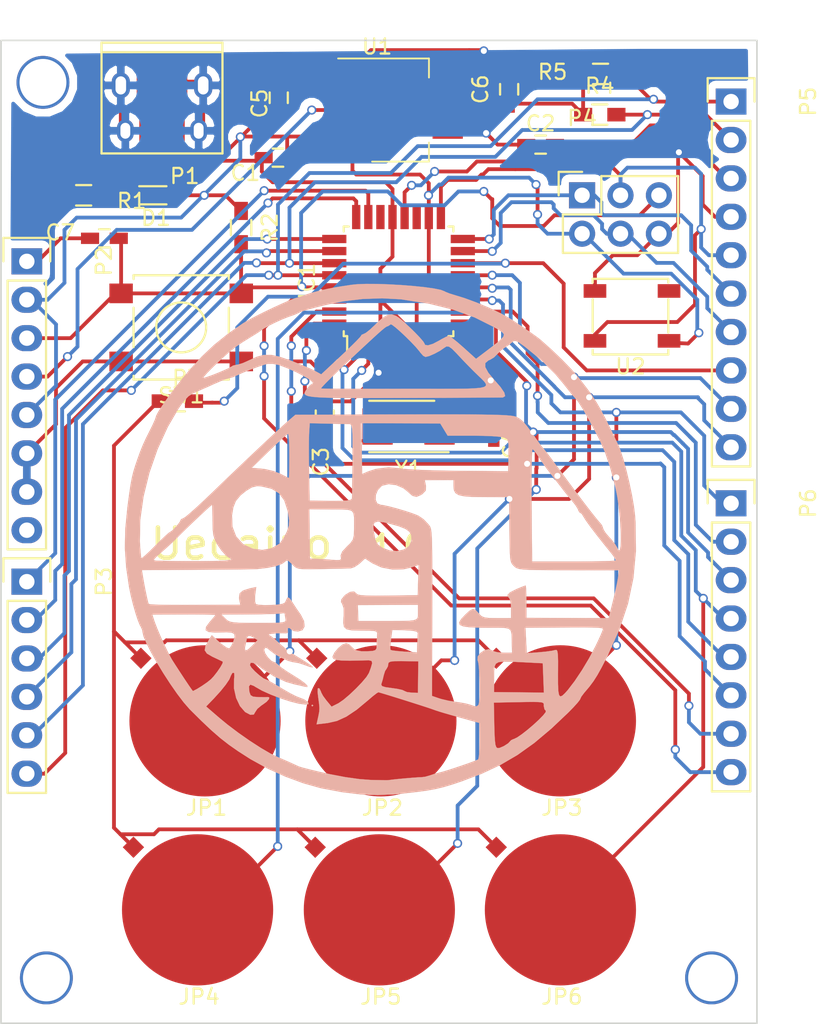
<source format=kicad_pcb>
(kicad_pcb (version 4) (host pcbnew 4.0.4-stable)

  (general
    (links 0)
    (no_connects 3)
    (area 112.073199 72.1996 167.465 140.700002)
    (thickness 1.6)
    (drawings 8)
    (tracks 678)
    (zones 0)
    (modules 31)
    (nets 31)
  )

  (page A4)
  (layers
    (0 F.Cu signal)
    (31 B.Cu signal)
    (32 B.Adhes user)
    (33 F.Adhes user)
    (34 B.Paste user)
    (35 F.Paste user)
    (36 B.SilkS user)
    (37 F.SilkS user)
    (38 B.Mask user)
    (39 F.Mask user)
    (40 Dwgs.User user)
    (41 Cmts.User user)
    (42 Eco1.User user)
    (43 Eco2.User user)
    (44 Edge.Cuts user)
    (45 Margin user)
    (46 B.CrtYd user)
    (47 F.CrtYd user)
    (48 B.Fab user)
    (49 F.Fab user)
  )

  (setup
    (last_trace_width 0.25)
    (user_trace_width 1.27)
    (trace_clearance 0.2)
    (zone_clearance 0.508)
    (zone_45_only no)
    (trace_min 0.2)
    (segment_width 0.2)
    (edge_width 0.1)
    (via_size 0.6)
    (via_drill 0.4)
    (via_min_size 0.4)
    (via_min_drill 0.3)
    (user_via 3.5 3.1)
    (uvia_size 0.3)
    (uvia_drill 0.1)
    (uvias_allowed no)
    (uvia_min_size 0.2)
    (uvia_min_drill 0.1)
    (pcb_text_width 0.3)
    (pcb_text_size 1.5 1.5)
    (mod_edge_width 0.15)
    (mod_text_size 1 1)
    (mod_text_width 0.15)
    (pad_size 1 1)
    (pad_drill 0)
    (pad_to_mask_clearance 0)
    (aux_axis_origin 0 0)
    (visible_elements 7FFFFFFF)
    (pcbplotparams
      (layerselection 0x010f0_80000001)
      (usegerberextensions true)
      (excludeedgelayer true)
      (linewidth 0.100000)
      (plotframeref false)
      (viasonmask false)
      (mode 1)
      (useauxorigin false)
      (hpglpennumber 1)
      (hpglpenspeed 20)
      (hpglpendiameter 15)
      (hpglpenoverlay 2)
      (psnegative false)
      (psa4output false)
      (plotreference true)
      (plotvalue true)
      (plotinvisibletext false)
      (padsonsilk false)
      (subtractmaskfromsilk false)
      (outputformat 1)
      (mirror false)
      (drillshape 0)
      (scaleselection 1)
      (outputdirectory gerber/))
  )

  (net 0 "")
  (net 1 +5V)
  (net 2 GND)
  (net 3 /RESET)
  (net 4 /DTR)
  (net 5 +3V3)
  (net 6 /XT1)
  (net 7 /XT2)
  (net 8 "Net-(D1-Pad1)")
  (net 9 /D3)
  (net 10 /D4)
  (net 11 /D5)
  (net 12 /D6)
  (net 13 /D7)
  (net 14 /D8)
  (net 15 /D9)
  (net 16 /D10)
  (net 17 /A0)
  (net 18 /A1)
  (net 19 /A2)
  (net 20 /A3)
  (net 21 /A4/SDA)
  (net 22 /A5/SCL)
  (net 23 /RXD)
  (net 24 /TXD)
  (net 25 /D2)
  (net 26 /D11/MOSI)
  (net 27 /D12/MISO)
  (net 28 /D13/SCK)
  (net 29 /AREF)
  (net 30 "Net-(JP1-Pad2)")

  (net_class Default "This is the default net class."
    (clearance 0.2)
    (trace_width 0.25)
    (via_dia 0.6)
    (via_drill 0.4)
    (uvia_dia 0.3)
    (uvia_drill 0.1)
    (add_net +3V3)
    (add_net +5V)
    (add_net /A0)
    (add_net /A1)
    (add_net /A2)
    (add_net /A3)
    (add_net /A4/SDA)
    (add_net /A5/SCL)
    (add_net /AREF)
    (add_net /D10)
    (add_net /D11/MOSI)
    (add_net /D12/MISO)
    (add_net /D13/SCK)
    (add_net /D2)
    (add_net /D3)
    (add_net /D4)
    (add_net /D5)
    (add_net /D6)
    (add_net /D7)
    (add_net /D8)
    (add_net /D9)
    (add_net /DTR)
    (add_net /RESET)
    (add_net /RXD)
    (add_net /TXD)
    (add_net /XT1)
    (add_net /XT2)
    (add_net GND)
    (add_net "Net-(D1-Pad1)")
    (add_net "Net-(JP1-Pad2)")
  )

  (net_class Power ""
    (clearance 0.2)
    (trace_width 1)
    (via_dia 0.6)
    (via_drill 0.4)
    (uvia_dia 0.3)
    (uvia_drill 0.1)
  )

  (module Socket_Strips:Socket_Strip_Straight_1x08 (layer F.Cu) (tedit 0) (tstamp 586FAB7E)
    (at 114.7064 89.6112 270)
    (descr "Through hole socket strip")
    (tags "socket strip")
    (path /586E5BC6)
    (fp_text reference P2 (at 0 -5.1 270) (layer F.SilkS)
      (effects (font (size 1 1) (thickness 0.15)))
    )
    (fp_text value CN_POWER (at 0 -3.1 270) (layer F.Fab)
      (effects (font (size 1 1) (thickness 0.15)))
    )
    (fp_line (start -1.75 -1.75) (end -1.75 1.75) (layer F.CrtYd) (width 0.05))
    (fp_line (start 19.55 -1.75) (end 19.55 1.75) (layer F.CrtYd) (width 0.05))
    (fp_line (start -1.75 -1.75) (end 19.55 -1.75) (layer F.CrtYd) (width 0.05))
    (fp_line (start -1.75 1.75) (end 19.55 1.75) (layer F.CrtYd) (width 0.05))
    (fp_line (start 1.27 1.27) (end 19.05 1.27) (layer F.SilkS) (width 0.15))
    (fp_line (start 19.05 1.27) (end 19.05 -1.27) (layer F.SilkS) (width 0.15))
    (fp_line (start 19.05 -1.27) (end 1.27 -1.27) (layer F.SilkS) (width 0.15))
    (fp_line (start -1.55 1.55) (end 0 1.55) (layer F.SilkS) (width 0.15))
    (fp_line (start 1.27 1.27) (end 1.27 -1.27) (layer F.SilkS) (width 0.15))
    (fp_line (start 0 -1.55) (end -1.55 -1.55) (layer F.SilkS) (width 0.15))
    (fp_line (start -1.55 -1.55) (end -1.55 1.55) (layer F.SilkS) (width 0.15))
    (pad 1 thru_hole rect (at 0 0 270) (size 1.7272 2.032) (drill 1.016) (layers *.Cu *.Mask)
      (net 4 /DTR))
    (pad 2 thru_hole oval (at 2.54 0 270) (size 1.7272 2.032) (drill 1.016) (layers *.Cu *.Mask)
      (net 1 +5V))
    (pad 3 thru_hole oval (at 5.08 0 270) (size 1.7272 2.032) (drill 1.016) (layers *.Cu *.Mask)
      (net 3 /RESET))
    (pad 4 thru_hole oval (at 7.62 0 270) (size 1.7272 2.032) (drill 1.016) (layers *.Cu *.Mask)
      (net 5 +3V3))
    (pad 5 thru_hole oval (at 10.16 0 270) (size 1.7272 2.032) (drill 1.016) (layers *.Cu *.Mask)
      (net 1 +5V))
    (pad 6 thru_hole oval (at 12.7 0 270) (size 1.7272 2.032) (drill 1.016) (layers *.Cu *.Mask)
      (net 2 GND))
    (pad 7 thru_hole oval (at 15.24 0 270) (size 1.7272 2.032) (drill 1.016) (layers *.Cu *.Mask)
      (net 2 GND))
    (pad 8 thru_hole oval (at 17.78 0 270) (size 1.7272 2.032) (drill 1.016) (layers *.Cu *.Mask))
    (model Socket_Strips.3dshapes/Socket_Strip_Straight_1x08.wrl
      (at (xyz 0.35 0 0))
      (scale (xyz 1 1 1))
      (rotate (xyz 0 0 180))
    )
  )

  (module Housings_QFP:TQFP-32_7x7mm_Pitch0.8mm (layer F.Cu) (tedit 585D09A4) (tstamp 5847FBE2)
    (at 139.2936 90.932 90)
    (descr "32-Lead Plastic Thin Quad Flatpack (PT) - 7x7x1.0 mm Body, 2.00 mm [TQFP] (see Microchip Packaging Specification 00000049BS.pdf)")
    (tags "QFP 0.8")
    (path /5847FF76)
    (attr smd)
    (fp_text reference IC1 (at 0 -6.05 90) (layer F.SilkS)
      (effects (font (size 1 1) (thickness 0.15)))
    )
    (fp_text value ATMEGA328P-A (at -2.667 0.762 180) (layer F.Fab)
      (effects (font (size 1 1) (thickness 0.15)))
    )
    (fp_text user %R (at 0 0 90) (layer F.Fab)
      (effects (font (size 1 1) (thickness 0.15)))
    )
    (fp_line (start -2.5 -3.5) (end 3.5 -3.5) (layer F.Fab) (width 0.15))
    (fp_line (start 3.5 -3.5) (end 3.5 3.5) (layer F.Fab) (width 0.15))
    (fp_line (start 3.5 3.5) (end -3.5 3.5) (layer F.Fab) (width 0.15))
    (fp_line (start -3.5 3.5) (end -3.5 -2.5) (layer F.Fab) (width 0.15))
    (fp_line (start -3.5 -2.5) (end -2.5 -3.5) (layer F.Fab) (width 0.15))
    (fp_line (start -5.3 -5.3) (end -5.3 5.3) (layer F.CrtYd) (width 0.05))
    (fp_line (start 5.3 -5.3) (end 5.3 5.3) (layer F.CrtYd) (width 0.05))
    (fp_line (start -5.3 -5.3) (end 5.3 -5.3) (layer F.CrtYd) (width 0.05))
    (fp_line (start -5.3 5.3) (end 5.3 5.3) (layer F.CrtYd) (width 0.05))
    (fp_line (start -3.625 -3.625) (end -3.625 -3.4) (layer F.SilkS) (width 0.15))
    (fp_line (start 3.625 -3.625) (end 3.625 -3.3) (layer F.SilkS) (width 0.15))
    (fp_line (start 3.625 3.625) (end 3.625 3.3) (layer F.SilkS) (width 0.15))
    (fp_line (start -3.625 3.625) (end -3.625 3.3) (layer F.SilkS) (width 0.15))
    (fp_line (start -3.625 -3.625) (end -3.3 -3.625) (layer F.SilkS) (width 0.15))
    (fp_line (start -3.625 3.625) (end -3.3 3.625) (layer F.SilkS) (width 0.15))
    (fp_line (start 3.625 3.625) (end 3.3 3.625) (layer F.SilkS) (width 0.15))
    (fp_line (start 3.625 -3.625) (end 3.3 -3.625) (layer F.SilkS) (width 0.15))
    (fp_line (start -3.625 -3.4) (end -5.05 -3.4) (layer F.SilkS) (width 0.15))
    (pad 1 smd rect (at -4.25 -2.8 90) (size 1.6 0.55) (layers F.Cu F.Paste F.Mask)
      (net 9 /D3))
    (pad 2 smd rect (at -4.25 -2 90) (size 1.6 0.55) (layers F.Cu F.Paste F.Mask)
      (net 10 /D4))
    (pad 3 smd rect (at -4.25 -1.2 90) (size 1.6 0.55) (layers F.Cu F.Paste F.Mask)
      (net 2 GND))
    (pad 4 smd rect (at -4.25 -0.4 90) (size 1.6 0.55) (layers F.Cu F.Paste F.Mask)
      (net 1 +5V))
    (pad 5 smd rect (at -4.25 0.4 90) (size 1.6 0.55) (layers F.Cu F.Paste F.Mask)
      (net 2 GND))
    (pad 6 smd rect (at -4.25 1.2 90) (size 1.6 0.55) (layers F.Cu F.Paste F.Mask)
      (net 1 +5V))
    (pad 7 smd rect (at -4.25 2 90) (size 1.6 0.55) (layers F.Cu F.Paste F.Mask)
      (net 6 /XT1))
    (pad 8 smd rect (at -4.25 2.8 90) (size 1.6 0.55) (layers F.Cu F.Paste F.Mask)
      (net 7 /XT2))
    (pad 9 smd rect (at -2.8 4.25 180) (size 1.6 0.55) (layers F.Cu F.Paste F.Mask)
      (net 11 /D5))
    (pad 10 smd rect (at -2 4.25 180) (size 1.6 0.55) (layers F.Cu F.Paste F.Mask)
      (net 12 /D6))
    (pad 11 smd rect (at -1.2 4.25 180) (size 1.6 0.55) (layers F.Cu F.Paste F.Mask)
      (net 13 /D7))
    (pad 12 smd rect (at -0.4 4.25 180) (size 1.6 0.55) (layers F.Cu F.Paste F.Mask)
      (net 14 /D8))
    (pad 13 smd rect (at 0.4 4.25 180) (size 1.6 0.55) (layers F.Cu F.Paste F.Mask)
      (net 15 /D9))
    (pad 14 smd rect (at 1.2 4.25 180) (size 1.6 0.55) (layers F.Cu F.Paste F.Mask)
      (net 16 /D10))
    (pad 15 smd rect (at 2 4.25 180) (size 1.6 0.55) (layers F.Cu F.Paste F.Mask)
      (net 26 /D11/MOSI))
    (pad 16 smd rect (at 2.8 4.25 180) (size 1.6 0.55) (layers F.Cu F.Paste F.Mask)
      (net 27 /D12/MISO))
    (pad 17 smd rect (at 4.25 2.8 90) (size 1.6 0.55) (layers F.Cu F.Paste F.Mask)
      (net 28 /D13/SCK))
    (pad 18 smd rect (at 4.25 2 90) (size 1.6 0.55) (layers F.Cu F.Paste F.Mask)
      (net 1 +5V))
    (pad 19 smd rect (at 4.25 1.2 90) (size 1.6 0.55) (layers F.Cu F.Paste F.Mask))
    (pad 20 smd rect (at 4.25 0.4 90) (size 1.6 0.55) (layers F.Cu F.Paste F.Mask)
      (net 29 /AREF))
    (pad 21 smd rect (at 4.25 -0.4 90) (size 1.6 0.55) (layers F.Cu F.Paste F.Mask)
      (net 2 GND))
    (pad 22 smd rect (at 4.25 -1.2 90) (size 1.6 0.55) (layers F.Cu F.Paste F.Mask))
    (pad 23 smd rect (at 4.25 -2 90) (size 1.6 0.55) (layers F.Cu F.Paste F.Mask)
      (net 17 /A0))
    (pad 24 smd rect (at 4.25 -2.8 90) (size 1.6 0.55) (layers F.Cu F.Paste F.Mask)
      (net 18 /A1))
    (pad 25 smd rect (at 2.8 -4.25 180) (size 1.6 0.55) (layers F.Cu F.Paste F.Mask)
      (net 19 /A2))
    (pad 26 smd rect (at 2 -4.25 180) (size 1.6 0.55) (layers F.Cu F.Paste F.Mask)
      (net 20 /A3))
    (pad 27 smd rect (at 1.2 -4.25 180) (size 1.6 0.55) (layers F.Cu F.Paste F.Mask)
      (net 21 /A4/SDA))
    (pad 28 smd rect (at 0.4 -4.25 180) (size 1.6 0.55) (layers F.Cu F.Paste F.Mask)
      (net 22 /A5/SCL))
    (pad 29 smd rect (at -0.4 -4.25 180) (size 1.6 0.55) (layers F.Cu F.Paste F.Mask)
      (net 3 /RESET))
    (pad 30 smd rect (at -1.2 -4.25 180) (size 1.6 0.55) (layers F.Cu F.Paste F.Mask)
      (net 23 /RXD))
    (pad 31 smd rect (at -2 -4.25 180) (size 1.6 0.55) (layers F.Cu F.Paste F.Mask)
      (net 24 /TXD))
    (pad 32 smd rect (at -2.8 -4.25 180) (size 1.6 0.55) (layers F.Cu F.Paste F.Mask)
      (net 25 /D2))
    (model Housings_QFP.3dshapes/TQFP-32_7x7mm_Pitch0.8mm.wrl
      (at (xyz 0 0 0))
      (scale (xyz 1 1 1))
      (rotate (xyz 0 0 0))
    )
  )

  (module Buttons_Switches_SMD:SW_SPST_B3S-1000 (layer F.Cu) (tedit 56EDA1C6) (tstamp 5847FBF0)
    (at 124.9172 93.98 180)
    (descr "Surface Mount Tactile Switch for High-Density Packaging")
    (tags "Tactile Switch")
    (path /5847F20E)
    (attr smd)
    (fp_text reference SW1 (at 0 -4.5 180) (layer F.SilkS)
      (effects (font (size 1 1) (thickness 0.15)))
    )
    (fp_text value SW_PUSH (at 0 4.5 180) (layer F.Fab)
      (effects (font (size 1 1) (thickness 0.15)))
    )
    (fp_line (start -5 3.7) (end 5 3.7) (layer F.CrtYd) (width 0.05))
    (fp_line (start 5 3.7) (end 5 -3.7) (layer F.CrtYd) (width 0.05))
    (fp_line (start 5 -3.7) (end -5 -3.7) (layer F.CrtYd) (width 0.05))
    (fp_line (start -5 -3.7) (end -5 3.7) (layer F.CrtYd) (width 0.05))
    (fp_line (start -3.15 -3.2) (end -3.15 -3.45) (layer F.SilkS) (width 0.15))
    (fp_line (start -3.15 -3.45) (end 3.15 -3.45) (layer F.SilkS) (width 0.15))
    (fp_line (start 3.15 -3.45) (end 3.15 -3.2) (layer F.SilkS) (width 0.15))
    (fp_line (start -3.15 1.3) (end -3.15 -1.3) (layer F.SilkS) (width 0.15))
    (fp_line (start 3.15 3.2) (end 3.15 3.45) (layer F.SilkS) (width 0.15))
    (fp_line (start 3.15 3.45) (end -3.15 3.45) (layer F.SilkS) (width 0.15))
    (fp_line (start -3.15 3.45) (end -3.15 3.2) (layer F.SilkS) (width 0.15))
    (fp_line (start 3.15 -1.3) (end 3.15 1.3) (layer F.SilkS) (width 0.15))
    (fp_circle (center 0 0) (end 1.65 0) (layer F.SilkS) (width 0.15))
    (fp_line (start -3 -3.3) (end 3 -3.3) (layer F.Fab) (width 0.15))
    (fp_line (start 3 -3.3) (end 3 3.3) (layer F.Fab) (width 0.15))
    (fp_line (start 3 3.3) (end -3 3.3) (layer F.Fab) (width 0.15))
    (fp_line (start -3 3.3) (end -3 -3.3) (layer F.Fab) (width 0.15))
    (pad 1 smd rect (at -3.975 -2.25 180) (size 1.55 1.3) (layers F.Cu F.Paste F.Mask)
      (net 2 GND))
    (pad 1 smd rect (at 3.975 -2.25 180) (size 1.55 1.3) (layers F.Cu F.Paste F.Mask)
      (net 2 GND))
    (pad 2 smd rect (at -3.975 2.25 180) (size 1.55 1.3) (layers F.Cu F.Paste F.Mask)
      (net 3 /RESET))
    (pad 2 smd rect (at 3.975 2.25 180) (size 1.55 1.3) (layers F.Cu F.Paste F.Mask)
      (net 3 /RESET))
  )

  (module Capacitors_SMD:C_0603_HandSoldering (layer F.Cu) (tedit 585DD6A6) (tstamp 585CAE06)
    (at 145.5928 100.33 270)
    (descr "Capacitor SMD 0603, hand soldering")
    (tags "capacitor 0603")
    (path /585D5BEB)
    (attr smd)
    (fp_text reference C4 (at 1.397 -1.143 270) (layer F.SilkS)
      (effects (font (size 1 1) (thickness 0.15)))
    )
    (fp_text value 22uF (at 0 1.9 270) (layer F.Fab)
      (effects (font (size 1 1) (thickness 0.15)))
    )
    (fp_line (start -0.8 0.4) (end -0.8 -0.4) (layer F.Fab) (width 0.15))
    (fp_line (start 0.8 0.4) (end -0.8 0.4) (layer F.Fab) (width 0.15))
    (fp_line (start 0.8 -0.4) (end 0.8 0.4) (layer F.Fab) (width 0.15))
    (fp_line (start -0.8 -0.4) (end 0.8 -0.4) (layer F.Fab) (width 0.15))
    (fp_line (start -1.85 -0.75) (end 1.85 -0.75) (layer F.CrtYd) (width 0.05))
    (fp_line (start -1.85 0.75) (end 1.85 0.75) (layer F.CrtYd) (width 0.05))
    (fp_line (start -1.85 -0.75) (end -1.85 0.75) (layer F.CrtYd) (width 0.05))
    (fp_line (start 1.85 -0.75) (end 1.85 0.75) (layer F.CrtYd) (width 0.05))
    (fp_line (start -0.35 -0.6) (end 0.35 -0.6) (layer F.SilkS) (width 0.15))
    (fp_line (start 0.35 0.6) (end -0.35 0.6) (layer F.SilkS) (width 0.15))
    (pad 1 smd rect (at -0.95 0 270) (size 1.2 0.75) (layers F.Cu F.Paste F.Mask)
      (net 2 GND))
    (pad 2 smd rect (at 0.95 0 270) (size 1.2 0.75) (layers F.Cu F.Paste F.Mask)
      (net 7 /XT2))
    (model Capacitors_SMD.3dshapes/C_0603_HandSoldering.wrl
      (at (xyz 0 0 0))
      (scale (xyz 1 1 1))
      (rotate (xyz 0 0 0))
    )
  )

  (module Capacitors_SMD:C_0603_HandSoldering (layer F.Cu) (tedit 585DD7E1) (tstamp 585CAE16)
    (at 131.3688 78.7908 90)
    (descr "Capacitor SMD 0603, hand soldering")
    (tags "capacitor 0603")
    (path /585C7547)
    (attr smd)
    (fp_text reference C5 (at -0.381 -1.27 90) (layer F.SilkS)
      (effects (font (size 1 1) (thickness 0.15)))
    )
    (fp_text value 10uF (at 0 1.9 90) (layer F.Fab)
      (effects (font (size 1 1) (thickness 0.15)))
    )
    (fp_line (start -0.8 0.4) (end -0.8 -0.4) (layer F.Fab) (width 0.15))
    (fp_line (start 0.8 0.4) (end -0.8 0.4) (layer F.Fab) (width 0.15))
    (fp_line (start 0.8 -0.4) (end 0.8 0.4) (layer F.Fab) (width 0.15))
    (fp_line (start -0.8 -0.4) (end 0.8 -0.4) (layer F.Fab) (width 0.15))
    (fp_line (start -1.85 -0.75) (end 1.85 -0.75) (layer F.CrtYd) (width 0.05))
    (fp_line (start -1.85 0.75) (end 1.85 0.75) (layer F.CrtYd) (width 0.05))
    (fp_line (start -1.85 -0.75) (end -1.85 0.75) (layer F.CrtYd) (width 0.05))
    (fp_line (start 1.85 -0.75) (end 1.85 0.75) (layer F.CrtYd) (width 0.05))
    (fp_line (start -0.35 -0.6) (end 0.35 -0.6) (layer F.SilkS) (width 0.15))
    (fp_line (start 0.35 0.6) (end -0.35 0.6) (layer F.SilkS) (width 0.15))
    (pad 1 smd rect (at -0.95 0 90) (size 1.2 0.75) (layers F.Cu F.Paste F.Mask)
      (net 1 +5V))
    (pad 2 smd rect (at 0.95 0 90) (size 1.2 0.75) (layers F.Cu F.Paste F.Mask)
      (net 2 GND))
    (model Capacitors_SMD.3dshapes/C_0603_HandSoldering.wrl
      (at (xyz 0 0 0))
      (scale (xyz 1 1 1))
      (rotate (xyz 0 0 0))
    )
  )

  (module Capacitors_SMD:C_0603_HandSoldering (layer F.Cu) (tedit 585D056A) (tstamp 585CAE26)
    (at 146.6088 78.232 90)
    (descr "Capacitor SMD 0603, hand soldering")
    (tags "capacitor 0603")
    (path /585C9A24)
    (attr smd)
    (fp_text reference C6 (at 0 -1.9 90) (layer F.SilkS)
      (effects (font (size 1 1) (thickness 0.15)))
    )
    (fp_text value 10uF (at 3.556 0.127 90) (layer F.Fab)
      (effects (font (size 1 1) (thickness 0.15)))
    )
    (fp_line (start -0.8 0.4) (end -0.8 -0.4) (layer F.Fab) (width 0.15))
    (fp_line (start 0.8 0.4) (end -0.8 0.4) (layer F.Fab) (width 0.15))
    (fp_line (start 0.8 -0.4) (end 0.8 0.4) (layer F.Fab) (width 0.15))
    (fp_line (start -0.8 -0.4) (end 0.8 -0.4) (layer F.Fab) (width 0.15))
    (fp_line (start -1.85 -0.75) (end 1.85 -0.75) (layer F.CrtYd) (width 0.05))
    (fp_line (start -1.85 0.75) (end 1.85 0.75) (layer F.CrtYd) (width 0.05))
    (fp_line (start -1.85 -0.75) (end -1.85 0.75) (layer F.CrtYd) (width 0.05))
    (fp_line (start 1.85 -0.75) (end 1.85 0.75) (layer F.CrtYd) (width 0.05))
    (fp_line (start -0.35 -0.6) (end 0.35 -0.6) (layer F.SilkS) (width 0.15))
    (fp_line (start 0.35 0.6) (end -0.35 0.6) (layer F.SilkS) (width 0.15))
    (pad 1 smd rect (at -0.95 0 90) (size 1.2 0.75) (layers F.Cu F.Paste F.Mask)
      (net 5 +3V3))
    (pad 2 smd rect (at 0.95 0 90) (size 1.2 0.75) (layers F.Cu F.Paste F.Mask)
      (net 2 GND))
    (model Capacitors_SMD.3dshapes/C_0603_HandSoldering.wrl
      (at (xyz 0 0 0))
      (scale (xyz 1 1 1))
      (rotate (xyz 0 0 0))
    )
  )

  (module Capacitors_SMD:C_0603_HandSoldering (layer F.Cu) (tedit 585CFFAE) (tstamp 585CAE36)
    (at 119.8372 88.0872)
    (descr "Capacitor SMD 0603, hand soldering")
    (tags "capacitor 0603")
    (path /5847F0A9)
    (attr smd)
    (fp_text reference C7 (at -2.921 -0.381) (layer F.SilkS)
      (effects (font (size 1 1) (thickness 0.15)))
    )
    (fp_text value 0.1u (at 3.556 -0.127) (layer F.Fab)
      (effects (font (size 1 1) (thickness 0.15)))
    )
    (fp_line (start -0.8 0.4) (end -0.8 -0.4) (layer F.Fab) (width 0.15))
    (fp_line (start 0.8 0.4) (end -0.8 0.4) (layer F.Fab) (width 0.15))
    (fp_line (start 0.8 -0.4) (end 0.8 0.4) (layer F.Fab) (width 0.15))
    (fp_line (start -0.8 -0.4) (end 0.8 -0.4) (layer F.Fab) (width 0.15))
    (fp_line (start -1.85 -0.75) (end 1.85 -0.75) (layer F.CrtYd) (width 0.05))
    (fp_line (start -1.85 0.75) (end 1.85 0.75) (layer F.CrtYd) (width 0.05))
    (fp_line (start -1.85 -0.75) (end -1.85 0.75) (layer F.CrtYd) (width 0.05))
    (fp_line (start 1.85 -0.75) (end 1.85 0.75) (layer F.CrtYd) (width 0.05))
    (fp_line (start -0.35 -0.6) (end 0.35 -0.6) (layer F.SilkS) (width 0.15))
    (fp_line (start 0.35 0.6) (end -0.35 0.6) (layer F.SilkS) (width 0.15))
    (pad 1 smd rect (at -0.95 0) (size 1.2 0.75) (layers F.Cu F.Paste F.Mask)
      (net 4 /DTR))
    (pad 2 smd rect (at 0.95 0) (size 1.2 0.75) (layers F.Cu F.Paste F.Mask)
      (net 3 /RESET))
    (model Capacitors_SMD.3dshapes/C_0603_HandSoldering.wrl
      (at (xyz 0 0 0))
      (scale (xyz 1 1 1))
      (rotate (xyz 0 0 0))
    )
  )

  (module Diodes_SMD:D_0603 (layer F.Cu) (tedit 574BBA57) (tstamp 585CAE4C)
    (at 123.2408 85.2424)
    (descr "Diode SMD in 0603 package")
    (tags "smd diode")
    (path /585CAFDA)
    (attr smd)
    (fp_text reference D1 (at 0 1.5) (layer F.SilkS)
      (effects (font (size 1 1) (thickness 0.15)))
    )
    (fp_text value LED_+5V (at 0 -1.5) (layer F.Fab)
      (effects (font (size 1 1) (thickness 0.15)))
    )
    (fp_line (start 1.5 0.8) (end 1.5 -0.8) (layer F.CrtYd) (width 0.05))
    (fp_line (start -1.5 0.8) (end 1.5 0.8) (layer F.CrtYd) (width 0.05))
    (fp_line (start -1.5 -0.8) (end -1.5 0.8) (layer F.CrtYd) (width 0.05))
    (fp_line (start 1.5 -0.8) (end -1.5 -0.8) (layer F.CrtYd) (width 0.05))
    (fp_line (start 0.2 0) (end 0.4 0) (layer F.Fab) (width 0.15))
    (fp_line (start -0.1 0) (end -0.3 0) (layer F.Fab) (width 0.15))
    (fp_line (start -0.1 -0.2) (end -0.1 0.2) (layer F.Fab) (width 0.15))
    (fp_line (start 0.2 0.2) (end 0.2 -0.2) (layer F.Fab) (width 0.15))
    (fp_line (start -0.1 0) (end 0.2 0.2) (layer F.Fab) (width 0.15))
    (fp_line (start 0.2 -0.2) (end -0.1 0) (layer F.Fab) (width 0.15))
    (fp_line (start -0.8 0.5) (end -0.8 -0.5) (layer F.Fab) (width 0.15))
    (fp_line (start 0.8 0.5) (end -0.8 0.5) (layer F.Fab) (width 0.15))
    (fp_line (start 0.8 -0.5) (end 0.8 0.5) (layer F.Fab) (width 0.15))
    (fp_line (start -0.8 -0.5) (end 0.8 -0.5) (layer F.Fab) (width 0.15))
    (fp_line (start -1.1 0.6) (end 0.7 0.6) (layer F.SilkS) (width 0.15))
    (fp_line (start -1.1 -0.6) (end 0.7 -0.6) (layer F.SilkS) (width 0.15))
    (pad 1 smd rect (at -0.85 0) (size 0.6 0.8) (layers F.Cu F.Paste F.Mask)
      (net 8 "Net-(D1-Pad1)"))
    (pad 2 smd rect (at 0.85 0) (size 0.6 0.8) (layers F.Cu F.Paste F.Mask)
      (net 1 +5V))
  )

  (module Resistors_SMD:R_0603_HandSoldering (layer F.Cu) (tedit 58307AEF) (tstamp 585CAF91)
    (at 128.8796 87.376 270)
    (descr "Resistor SMD 0603, hand soldering")
    (tags "resistor 0603")
    (path /5847EFF0)
    (attr smd)
    (fp_text reference R2 (at 0 -1.9 270) (layer F.SilkS)
      (effects (font (size 1 1) (thickness 0.15)))
    )
    (fp_text value 10K (at 0 1.9 270) (layer F.Fab)
      (effects (font (size 1 1) (thickness 0.15)))
    )
    (fp_line (start -0.8 0.4) (end -0.8 -0.4) (layer F.Fab) (width 0.1))
    (fp_line (start 0.8 0.4) (end -0.8 0.4) (layer F.Fab) (width 0.1))
    (fp_line (start 0.8 -0.4) (end 0.8 0.4) (layer F.Fab) (width 0.1))
    (fp_line (start -0.8 -0.4) (end 0.8 -0.4) (layer F.Fab) (width 0.1))
    (fp_line (start -2 -0.8) (end 2 -0.8) (layer F.CrtYd) (width 0.05))
    (fp_line (start -2 0.8) (end 2 0.8) (layer F.CrtYd) (width 0.05))
    (fp_line (start -2 -0.8) (end -2 0.8) (layer F.CrtYd) (width 0.05))
    (fp_line (start 2 -0.8) (end 2 0.8) (layer F.CrtYd) (width 0.05))
    (fp_line (start 0.5 0.675) (end -0.5 0.675) (layer F.SilkS) (width 0.15))
    (fp_line (start -0.5 -0.675) (end 0.5 -0.675) (layer F.SilkS) (width 0.15))
    (pad 1 smd rect (at -1.1 0 270) (size 1.2 0.9) (layers F.Cu F.Paste F.Mask)
      (net 1 +5V))
    (pad 2 smd rect (at 1.1 0 270) (size 1.2 0.9) (layers F.Cu F.Paste F.Mask)
      (net 3 /RESET))
    (model Resistors_SMD.3dshapes/R_0603_HandSoldering.wrl
      (at (xyz 0 0 0))
      (scale (xyz 1 1 1))
      (rotate (xyz 0 0 0))
    )
  )

  (module Resistors_SMD:R_0603_HandSoldering (layer F.Cu) (tedit 585DD7A4) (tstamp 585CAFA1)
    (at 124.6632 98.8568 180)
    (descr "Resistor SMD 0603, hand soldering")
    (tags "resistor 0603")
    (path /585D9C69)
    (attr smd)
    (fp_text reference R3 (at -0.635 1.524 180) (layer F.SilkS)
      (effects (font (size 1 1) (thickness 0.15)))
    )
    (fp_text value 10M (at 0 1.9 180) (layer F.Fab)
      (effects (font (size 1 1) (thickness 0.15)))
    )
    (fp_line (start -0.8 0.4) (end -0.8 -0.4) (layer F.Fab) (width 0.1))
    (fp_line (start 0.8 0.4) (end -0.8 0.4) (layer F.Fab) (width 0.1))
    (fp_line (start 0.8 -0.4) (end 0.8 0.4) (layer F.Fab) (width 0.1))
    (fp_line (start -0.8 -0.4) (end 0.8 -0.4) (layer F.Fab) (width 0.1))
    (fp_line (start -2 -0.8) (end 2 -0.8) (layer F.CrtYd) (width 0.05))
    (fp_line (start -2 0.8) (end 2 0.8) (layer F.CrtYd) (width 0.05))
    (fp_line (start -2 -0.8) (end -2 0.8) (layer F.CrtYd) (width 0.05))
    (fp_line (start 2 -0.8) (end 2 0.8) (layer F.CrtYd) (width 0.05))
    (fp_line (start 0.5 0.675) (end -0.5 0.675) (layer F.SilkS) (width 0.15))
    (fp_line (start -0.5 -0.675) (end 0.5 -0.675) (layer F.SilkS) (width 0.15))
    (pad 1 smd rect (at -1.1 0 180) (size 1.2 0.9) (layers F.Cu F.Paste F.Mask)
      (net 16 /D10))
    (pad 2 smd rect (at 1.1 0 180) (size 1.2 0.9) (layers F.Cu F.Paste F.Mask)
      (net 30 "Net-(JP1-Pad2)"))
    (model Resistors_SMD.3dshapes/R_0603_HandSoldering.wrl
      (at (xyz 0 0 0))
      (scale (xyz 1 1 1))
      (rotate (xyz 0 0 0))
    )
  )

  (module Resistors_SMD:R_0603_HandSoldering (layer F.Cu) (tedit 58307AEF) (tstamp 585CAFB1)
    (at 152.6032 79.9084)
    (descr "Resistor SMD 0603, hand soldering")
    (tags "resistor 0603")
    (path /586F46C9)
    (attr smd)
    (fp_text reference R4 (at 0 -1.9) (layer F.SilkS)
      (effects (font (size 1 1) (thickness 0.15)))
    )
    (fp_text value 3.3K (at 0 1.9) (layer F.Fab)
      (effects (font (size 1 1) (thickness 0.15)))
    )
    (fp_line (start -0.8 0.4) (end -0.8 -0.4) (layer F.Fab) (width 0.1))
    (fp_line (start 0.8 0.4) (end -0.8 0.4) (layer F.Fab) (width 0.1))
    (fp_line (start 0.8 -0.4) (end 0.8 0.4) (layer F.Fab) (width 0.1))
    (fp_line (start -0.8 -0.4) (end 0.8 -0.4) (layer F.Fab) (width 0.1))
    (fp_line (start -2 -0.8) (end 2 -0.8) (layer F.CrtYd) (width 0.05))
    (fp_line (start -2 0.8) (end 2 0.8) (layer F.CrtYd) (width 0.05))
    (fp_line (start -2 -0.8) (end -2 0.8) (layer F.CrtYd) (width 0.05))
    (fp_line (start 2 -0.8) (end 2 0.8) (layer F.CrtYd) (width 0.05))
    (fp_line (start 0.5 0.675) (end -0.5 0.675) (layer F.SilkS) (width 0.15))
    (fp_line (start -0.5 -0.675) (end 0.5 -0.675) (layer F.SilkS) (width 0.15))
    (pad 1 smd rect (at -1.1 0) (size 1.2 0.9) (layers F.Cu F.Paste F.Mask)
      (net 5 +3V3))
    (pad 2 smd rect (at 1.1 0) (size 1.2 0.9) (layers F.Cu F.Paste F.Mask)
      (net 21 /A4/SDA))
    (model Resistors_SMD.3dshapes/R_0603_HandSoldering.wrl
      (at (xyz 0 0 0))
      (scale (xyz 1 1 1))
      (rotate (xyz 0 0 0))
    )
  )

  (module Resistors_SMD:R_0603_HandSoldering (layer F.Cu) (tedit 585DD816) (tstamp 585CAFC1)
    (at 152.654 77.216)
    (descr "Resistor SMD 0603, hand soldering")
    (tags "resistor 0603")
    (path /586F461D)
    (attr smd)
    (fp_text reference R5 (at -3.175 -0.127) (layer F.SilkS)
      (effects (font (size 1 1) (thickness 0.15)))
    )
    (fp_text value 3.3K (at 0 1.9) (layer F.Fab)
      (effects (font (size 1 1) (thickness 0.15)))
    )
    (fp_line (start -0.8 0.4) (end -0.8 -0.4) (layer F.Fab) (width 0.1))
    (fp_line (start 0.8 0.4) (end -0.8 0.4) (layer F.Fab) (width 0.1))
    (fp_line (start 0.8 -0.4) (end 0.8 0.4) (layer F.Fab) (width 0.1))
    (fp_line (start -0.8 -0.4) (end 0.8 -0.4) (layer F.Fab) (width 0.1))
    (fp_line (start -2 -0.8) (end 2 -0.8) (layer F.CrtYd) (width 0.05))
    (fp_line (start -2 0.8) (end 2 0.8) (layer F.CrtYd) (width 0.05))
    (fp_line (start -2 -0.8) (end -2 0.8) (layer F.CrtYd) (width 0.05))
    (fp_line (start 2 -0.8) (end 2 0.8) (layer F.CrtYd) (width 0.05))
    (fp_line (start 0.5 0.675) (end -0.5 0.675) (layer F.SilkS) (width 0.15))
    (fp_line (start -0.5 -0.675) (end 0.5 -0.675) (layer F.SilkS) (width 0.15))
    (pad 1 smd rect (at -1.1 0) (size 1.2 0.9) (layers F.Cu F.Paste F.Mask)
      (net 5 +3V3))
    (pad 2 smd rect (at 1.1 0) (size 1.2 0.9) (layers F.Cu F.Paste F.Mask)
      (net 22 /A5/SCL))
    (model Resistors_SMD.3dshapes/R_0603_HandSoldering.wrl
      (at (xyz 0 0 0))
      (scale (xyz 1 1 1))
      (rotate (xyz 0 0 0))
    )
  )

  (module TO_SOT_Packages_SMD:SOT-223 (layer F.Cu) (tedit 585DD7F1) (tstamp 585CAFE5)
    (at 139.3952 79.6036)
    (descr "module CMS SOT223 4 pins")
    (tags "CMS SOT")
    (path /585C97A8)
    (attr smd)
    (fp_text reference U1 (at -1.524 -4.191) (layer F.SilkS)
      (effects (font (size 1 1) (thickness 0.15)))
    )
    (fp_text value AP1117 (at -0.127 0.254 90) (layer F.Fab)
      (effects (font (size 1 1) (thickness 0.15)))
    )
    (fp_line (start 1.91 3.41) (end 1.91 2.15) (layer F.SilkS) (width 0.12))
    (fp_line (start 1.91 -3.41) (end 1.91 -2.15) (layer F.SilkS) (width 0.12))
    (fp_line (start 4.4 -3.6) (end -4.4 -3.6) (layer F.CrtYd) (width 0.05))
    (fp_line (start 4.4 3.6) (end 4.4 -3.6) (layer F.CrtYd) (width 0.05))
    (fp_line (start -4.4 3.6) (end 4.4 3.6) (layer F.CrtYd) (width 0.05))
    (fp_line (start -4.4 -3.6) (end -4.4 3.6) (layer F.CrtYd) (width 0.05))
    (fp_line (start -1.85 -3.35) (end -1.85 3.35) (layer F.Fab) (width 0.15))
    (fp_line (start -1.85 3.41) (end 1.91 3.41) (layer F.SilkS) (width 0.12))
    (fp_line (start -1.85 -3.35) (end 1.85 -3.35) (layer F.Fab) (width 0.15))
    (fp_line (start -4.1 -3.41) (end 1.91 -3.41) (layer F.SilkS) (width 0.12))
    (fp_line (start -1.85 3.35) (end 1.85 3.35) (layer F.Fab) (width 0.15))
    (fp_line (start 1.85 -3.35) (end 1.85 3.35) (layer F.Fab) (width 0.15))
    (pad 4 smd rect (at 3.15 0) (size 2 3.8) (layers F.Cu F.Paste F.Mask)
      (net 5 +3V3))
    (pad 2 smd rect (at -3.15 0) (size 2 1.5) (layers F.Cu F.Paste F.Mask)
      (net 5 +3V3))
    (pad 3 smd rect (at -3.15 2.3) (size 2 1.5) (layers F.Cu F.Paste F.Mask)
      (net 1 +5V))
    (pad 1 smd rect (at -3.15 -2.3) (size 2 1.5) (layers F.Cu F.Paste F.Mask)
      (net 2 GND))
    (model TO_SOT_Packages_SMD.3dshapes/SOT-223.wrl
      (at (xyz 0 0 0))
      (scale (xyz 0.4 0.4 0.4))
      (rotate (xyz 0 0 90))
    )
  )

  (module Capacitors_SMD:C_0603_HandSoldering (layer F.Cu) (tedit 585DD7B6) (tstamp 585CB1B7)
    (at 131.318 82.7532 180)
    (descr "Capacitor SMD 0603, hand soldering")
    (tags "capacitor 0603")
    (path /5847CF66)
    (attr smd)
    (fp_text reference C1 (at 2.159 -1.016 180) (layer F.SilkS)
      (effects (font (size 1 1) (thickness 0.15)))
    )
    (fp_text value 0.1u (at 0 1.9 180) (layer F.Fab)
      (effects (font (size 1 1) (thickness 0.15)))
    )
    (fp_line (start -0.8 0.4) (end -0.8 -0.4) (layer F.Fab) (width 0.15))
    (fp_line (start 0.8 0.4) (end -0.8 0.4) (layer F.Fab) (width 0.15))
    (fp_line (start 0.8 -0.4) (end 0.8 0.4) (layer F.Fab) (width 0.15))
    (fp_line (start -0.8 -0.4) (end 0.8 -0.4) (layer F.Fab) (width 0.15))
    (fp_line (start -1.85 -0.75) (end 1.85 -0.75) (layer F.CrtYd) (width 0.05))
    (fp_line (start -1.85 0.75) (end 1.85 0.75) (layer F.CrtYd) (width 0.05))
    (fp_line (start -1.85 -0.75) (end -1.85 0.75) (layer F.CrtYd) (width 0.05))
    (fp_line (start 1.85 -0.75) (end 1.85 0.75) (layer F.CrtYd) (width 0.05))
    (fp_line (start -0.35 -0.6) (end 0.35 -0.6) (layer F.SilkS) (width 0.15))
    (fp_line (start 0.35 0.6) (end -0.35 0.6) (layer F.SilkS) (width 0.15))
    (pad 1 smd rect (at -0.95 0 180) (size 1.2 0.75) (layers F.Cu F.Paste F.Mask)
      (net 1 +5V))
    (pad 2 smd rect (at 0.95 0 180) (size 1.2 0.75) (layers F.Cu F.Paste F.Mask)
      (net 2 GND))
    (model Capacitors_SMD.3dshapes/C_0603_HandSoldering.wrl
      (at (xyz 0 0 0))
      (scale (xyz 1 1 1))
      (rotate (xyz 0 0 0))
    )
  )

  (module Capacitors_SMD:C_0603_HandSoldering (layer F.Cu) (tedit 585DD7CE) (tstamp 585CB1C6)
    (at 148.6916 81.8896 180)
    (descr "Capacitor SMD 0603, hand soldering")
    (tags "capacitor 0603")
    (path /5847EEA7)
    (attr smd)
    (fp_text reference C2 (at 0 1.397 180) (layer F.SilkS)
      (effects (font (size 1 1) (thickness 0.15)))
    )
    (fp_text value 0.1u (at 0 1.9 180) (layer F.Fab)
      (effects (font (size 1 1) (thickness 0.15)))
    )
    (fp_line (start -0.8 0.4) (end -0.8 -0.4) (layer F.Fab) (width 0.15))
    (fp_line (start 0.8 0.4) (end -0.8 0.4) (layer F.Fab) (width 0.15))
    (fp_line (start 0.8 -0.4) (end 0.8 0.4) (layer F.Fab) (width 0.15))
    (fp_line (start -0.8 -0.4) (end 0.8 -0.4) (layer F.Fab) (width 0.15))
    (fp_line (start -1.85 -0.75) (end 1.85 -0.75) (layer F.CrtYd) (width 0.05))
    (fp_line (start -1.85 0.75) (end 1.85 0.75) (layer F.CrtYd) (width 0.05))
    (fp_line (start -1.85 -0.75) (end -1.85 0.75) (layer F.CrtYd) (width 0.05))
    (fp_line (start 1.85 -0.75) (end 1.85 0.75) (layer F.CrtYd) (width 0.05))
    (fp_line (start -0.35 -0.6) (end 0.35 -0.6) (layer F.SilkS) (width 0.15))
    (fp_line (start 0.35 0.6) (end -0.35 0.6) (layer F.SilkS) (width 0.15))
    (pad 1 smd rect (at -0.95 0 180) (size 1.2 0.75) (layers F.Cu F.Paste F.Mask)
      (net 29 /AREF))
    (pad 2 smd rect (at 0.95 0 180) (size 1.2 0.75) (layers F.Cu F.Paste F.Mask)
      (net 2 GND))
    (model Capacitors_SMD.3dshapes/C_0603_HandSoldering.wrl
      (at (xyz 0 0 0))
      (scale (xyz 1 1 1))
      (rotate (xyz 0 0 0))
    )
  )

  (module Capacitors_SMD:C_0603_HandSoldering (layer F.Cu) (tedit 585CFF98) (tstamp 585CB1D5)
    (at 134.4168 99.822 90)
    (descr "Capacitor SMD 0603, hand soldering")
    (tags "capacitor 0603")
    (path /585D5BAA)
    (attr smd)
    (fp_text reference C3 (at -3.048 -0.254 90) (layer F.SilkS)
      (effects (font (size 1 1) (thickness 0.15)))
    )
    (fp_text value 22uF (at 3.556 0 90) (layer F.Fab)
      (effects (font (size 1 1) (thickness 0.15)))
    )
    (fp_line (start -0.8 0.4) (end -0.8 -0.4) (layer F.Fab) (width 0.15))
    (fp_line (start 0.8 0.4) (end -0.8 0.4) (layer F.Fab) (width 0.15))
    (fp_line (start 0.8 -0.4) (end 0.8 0.4) (layer F.Fab) (width 0.15))
    (fp_line (start -0.8 -0.4) (end 0.8 -0.4) (layer F.Fab) (width 0.15))
    (fp_line (start -1.85 -0.75) (end 1.85 -0.75) (layer F.CrtYd) (width 0.05))
    (fp_line (start -1.85 0.75) (end 1.85 0.75) (layer F.CrtYd) (width 0.05))
    (fp_line (start -1.85 -0.75) (end -1.85 0.75) (layer F.CrtYd) (width 0.05))
    (fp_line (start 1.85 -0.75) (end 1.85 0.75) (layer F.CrtYd) (width 0.05))
    (fp_line (start -0.35 -0.6) (end 0.35 -0.6) (layer F.SilkS) (width 0.15))
    (fp_line (start 0.35 0.6) (end -0.35 0.6) (layer F.SilkS) (width 0.15))
    (pad 1 smd rect (at -0.95 0 90) (size 1.2 0.75) (layers F.Cu F.Paste F.Mask)
      (net 6 /XT1))
    (pad 2 smd rect (at 0.95 0 90) (size 1.2 0.75) (layers F.Cu F.Paste F.Mask)
      (net 2 GND))
    (model Capacitors_SMD.3dshapes/C_0603_HandSoldering.wrl
      (at (xyz 0 0 0))
      (scale (xyz 1 1 1))
      (rotate (xyz 0 0 0))
    )
  )

  (module Resistors_SMD:R_0603_HandSoldering (layer F.Cu) (tedit 585CFFA0) (tstamp 585CB1E4)
    (at 118.4656 85.2424 180)
    (descr "Resistor SMD 0603, hand soldering")
    (tags "resistor 0603")
    (path /585CB04F)
    (attr smd)
    (fp_text reference R1 (at -3.175 -0.381 180) (layer F.SilkS)
      (effects (font (size 1 1) (thickness 0.15)))
    )
    (fp_text value 1K (at 3.429 -0.127 180) (layer F.Fab)
      (effects (font (size 1 1) (thickness 0.15)))
    )
    (fp_line (start -0.8 0.4) (end -0.8 -0.4) (layer F.Fab) (width 0.1))
    (fp_line (start 0.8 0.4) (end -0.8 0.4) (layer F.Fab) (width 0.1))
    (fp_line (start 0.8 -0.4) (end 0.8 0.4) (layer F.Fab) (width 0.1))
    (fp_line (start -0.8 -0.4) (end 0.8 -0.4) (layer F.Fab) (width 0.1))
    (fp_line (start -2 -0.8) (end 2 -0.8) (layer F.CrtYd) (width 0.05))
    (fp_line (start -2 0.8) (end 2 0.8) (layer F.CrtYd) (width 0.05))
    (fp_line (start -2 -0.8) (end -2 0.8) (layer F.CrtYd) (width 0.05))
    (fp_line (start 2 -0.8) (end 2 0.8) (layer F.CrtYd) (width 0.05))
    (fp_line (start 0.5 0.675) (end -0.5 0.675) (layer F.SilkS) (width 0.15))
    (fp_line (start -0.5 -0.675) (end 0.5 -0.675) (layer F.SilkS) (width 0.15))
    (pad 1 smd rect (at -1.1 0 180) (size 1.2 0.9) (layers F.Cu F.Paste F.Mask)
      (net 8 "Net-(D1-Pad1)"))
    (pad 2 smd rect (at 1.1 0 180) (size 1.2 0.9) (layers F.Cu F.Paste F.Mask)
      (net 2 GND))
    (model Resistors_SMD.3dshapes/R_0603_HandSoldering.wrl
      (at (xyz 0 0 0))
      (scale (xyz 1 1 1))
      (rotate (xyz 0 0 0))
    )
  )

  (module Socket_Strips:Socket_Strip_Straight_1x06 (layer F.Cu) (tedit 0) (tstamp 586FAB89)
    (at 114.7064 110.7948 270)
    (descr "Through hole socket strip")
    (tags "socket strip")
    (path /586EE59E)
    (fp_text reference P3 (at 0 -5.1 270) (layer F.SilkS)
      (effects (font (size 1 1) (thickness 0.15)))
    )
    (fp_text value CN_J1 (at 0 -3.1 270) (layer F.Fab)
      (effects (font (size 1 1) (thickness 0.15)))
    )
    (fp_line (start -1.75 -1.75) (end -1.75 1.75) (layer F.CrtYd) (width 0.05))
    (fp_line (start 14.45 -1.75) (end 14.45 1.75) (layer F.CrtYd) (width 0.05))
    (fp_line (start -1.75 -1.75) (end 14.45 -1.75) (layer F.CrtYd) (width 0.05))
    (fp_line (start -1.75 1.75) (end 14.45 1.75) (layer F.CrtYd) (width 0.05))
    (fp_line (start 1.27 1.27) (end 13.97 1.27) (layer F.SilkS) (width 0.15))
    (fp_line (start 13.97 1.27) (end 13.97 -1.27) (layer F.SilkS) (width 0.15))
    (fp_line (start 13.97 -1.27) (end 1.27 -1.27) (layer F.SilkS) (width 0.15))
    (fp_line (start -1.55 1.55) (end 0 1.55) (layer F.SilkS) (width 0.15))
    (fp_line (start 1.27 1.27) (end 1.27 -1.27) (layer F.SilkS) (width 0.15))
    (fp_line (start 0 -1.55) (end -1.55 -1.55) (layer F.SilkS) (width 0.15))
    (fp_line (start -1.55 -1.55) (end -1.55 1.55) (layer F.SilkS) (width 0.15))
    (pad 1 thru_hole rect (at 0 0 270) (size 1.7272 2.032) (drill 1.016) (layers *.Cu *.Mask)
      (net 17 /A0))
    (pad 2 thru_hole oval (at 2.54 0 270) (size 1.7272 2.032) (drill 1.016) (layers *.Cu *.Mask)
      (net 18 /A1))
    (pad 3 thru_hole oval (at 5.08 0 270) (size 1.7272 2.032) (drill 1.016) (layers *.Cu *.Mask)
      (net 19 /A2))
    (pad 4 thru_hole oval (at 7.62 0 270) (size 1.7272 2.032) (drill 1.016) (layers *.Cu *.Mask)
      (net 20 /A3))
    (pad 5 thru_hole oval (at 10.16 0 270) (size 1.7272 2.032) (drill 1.016) (layers *.Cu *.Mask)
      (net 21 /A4/SDA))
    (pad 6 thru_hole oval (at 12.7 0 270) (size 1.7272 2.032) (drill 1.016) (layers *.Cu *.Mask)
      (net 22 /A5/SCL))
    (model Socket_Strips.3dshapes/Socket_Strip_Straight_1x06.wrl
      (at (xyz 0.25 0 0))
      (scale (xyz 1 1 1))
      (rotate (xyz 0 0 180))
    )
  )

  (module Socket_Strips:Socket_Strip_Straight_2x03 (layer F.Cu) (tedit 54E9F9C7) (tstamp 586FAB92)
    (at 151.4348 85.2424)
    (descr "Through hole socket strip")
    (tags "socket strip")
    (path /586FCF79)
    (fp_text reference P4 (at 0 -5.1) (layer F.SilkS)
      (effects (font (size 1 1) (thickness 0.15)))
    )
    (fp_text value CN_ICSP (at 0 -3.1) (layer F.Fab)
      (effects (font (size 1 1) (thickness 0.15)))
    )
    (fp_line (start 6.35 -1.27) (end 1.27 -1.27) (layer F.SilkS) (width 0.15))
    (fp_line (start -1.55 -1.55) (end 0 -1.55) (layer F.SilkS) (width 0.15))
    (fp_line (start -1.75 -1.75) (end -1.75 4.3) (layer F.CrtYd) (width 0.05))
    (fp_line (start 6.85 -1.75) (end 6.85 4.3) (layer F.CrtYd) (width 0.05))
    (fp_line (start -1.75 -1.75) (end 6.85 -1.75) (layer F.CrtYd) (width 0.05))
    (fp_line (start -1.75 4.3) (end 6.85 4.3) (layer F.CrtYd) (width 0.05))
    (fp_line (start -1.27 1.27) (end 1.27 1.27) (layer F.SilkS) (width 0.15))
    (fp_line (start 1.27 1.27) (end 1.27 -1.27) (layer F.SilkS) (width 0.15))
    (fp_line (start 6.35 -1.27) (end 6.35 3.81) (layer F.SilkS) (width 0.15))
    (fp_line (start 6.35 3.81) (end 1.27 3.81) (layer F.SilkS) (width 0.15))
    (fp_line (start -1.55 -1.55) (end -1.55 0) (layer F.SilkS) (width 0.15))
    (fp_line (start -1.27 3.81) (end -1.27 1.27) (layer F.SilkS) (width 0.15))
    (fp_line (start 1.27 3.81) (end -1.27 3.81) (layer F.SilkS) (width 0.15))
    (pad 1 thru_hole rect (at 0 0) (size 1.7272 1.7272) (drill 1.016) (layers *.Cu *.Mask)
      (net 27 /D12/MISO))
    (pad 2 thru_hole oval (at 0 2.54) (size 1.7272 1.7272) (drill 1.016) (layers *.Cu *.Mask)
      (net 1 +5V))
    (pad 3 thru_hole oval (at 2.54 0) (size 1.7272 1.7272) (drill 1.016) (layers *.Cu *.Mask)
      (net 28 /D13/SCK))
    (pad 4 thru_hole oval (at 2.54 2.54) (size 1.7272 1.7272) (drill 1.016) (layers *.Cu *.Mask)
      (net 26 /D11/MOSI))
    (pad 5 thru_hole oval (at 5.08 0) (size 1.7272 1.7272) (drill 1.016) (layers *.Cu *.Mask)
      (net 3 /RESET))
    (pad 6 thru_hole oval (at 5.08 2.54) (size 1.7272 1.7272) (drill 1.016) (layers *.Cu *.Mask)
      (net 2 GND))
    (model Socket_Strips.3dshapes/Socket_Strip_Straight_2x03.wrl
      (at (xyz 0.1 -0.05 0))
      (scale (xyz 1 1 1))
      (rotate (xyz 0 0 180))
    )
  )

  (module Socket_Strips:Socket_Strip_Straight_1x10 (layer F.Cu) (tedit 0) (tstamp 586FAB9B)
    (at 161.29 79.0448 270)
    (descr "Through hole socket strip")
    (tags "socket strip")
    (path /586F0FC8)
    (fp_text reference P5 (at 0 -5.1 270) (layer F.SilkS)
      (effects (font (size 1 1) (thickness 0.15)))
    )
    (fp_text value CONN_01X10 (at 0 -3.1 270) (layer F.Fab)
      (effects (font (size 1 1) (thickness 0.15)))
    )
    (fp_line (start -1.75 -1.75) (end -1.75 1.75) (layer F.CrtYd) (width 0.05))
    (fp_line (start 24.65 -1.75) (end 24.65 1.75) (layer F.CrtYd) (width 0.05))
    (fp_line (start -1.75 -1.75) (end 24.65 -1.75) (layer F.CrtYd) (width 0.05))
    (fp_line (start -1.75 1.75) (end 24.65 1.75) (layer F.CrtYd) (width 0.05))
    (fp_line (start 1.27 1.27) (end 24.13 1.27) (layer F.SilkS) (width 0.15))
    (fp_line (start 24.13 1.27) (end 24.13 -1.27) (layer F.SilkS) (width 0.15))
    (fp_line (start 24.13 -1.27) (end 1.27 -1.27) (layer F.SilkS) (width 0.15))
    (fp_line (start -1.55 1.55) (end 0 1.55) (layer F.SilkS) (width 0.15))
    (fp_line (start 1.27 1.27) (end 1.27 -1.27) (layer F.SilkS) (width 0.15))
    (fp_line (start 0 -1.55) (end -1.55 -1.55) (layer F.SilkS) (width 0.15))
    (fp_line (start -1.55 -1.55) (end -1.55 1.55) (layer F.SilkS) (width 0.15))
    (pad 1 thru_hole rect (at 0 0 270) (size 1.7272 2.032) (drill 1.016) (layers *.Cu *.Mask)
      (net 22 /A5/SCL))
    (pad 2 thru_hole oval (at 2.54 0 270) (size 1.7272 2.032) (drill 1.016) (layers *.Cu *.Mask)
      (net 21 /A4/SDA))
    (pad 3 thru_hole oval (at 5.08 0 270) (size 1.7272 2.032) (drill 1.016) (layers *.Cu *.Mask)
      (net 29 /AREF))
    (pad 4 thru_hole oval (at 7.62 0 270) (size 1.7272 2.032) (drill 1.016) (layers *.Cu *.Mask)
      (net 2 GND))
    (pad 5 thru_hole oval (at 10.16 0 270) (size 1.7272 2.032) (drill 1.016) (layers *.Cu *.Mask)
      (net 28 /D13/SCK))
    (pad 6 thru_hole oval (at 12.7 0 270) (size 1.7272 2.032) (drill 1.016) (layers *.Cu *.Mask)
      (net 27 /D12/MISO))
    (pad 7 thru_hole oval (at 15.24 0 270) (size 1.7272 2.032) (drill 1.016) (layers *.Cu *.Mask)
      (net 26 /D11/MOSI))
    (pad 8 thru_hole oval (at 17.78 0 270) (size 1.7272 2.032) (drill 1.016) (layers *.Cu *.Mask)
      (net 16 /D10))
    (pad 9 thru_hole oval (at 20.32 0 270) (size 1.7272 2.032) (drill 1.016) (layers *.Cu *.Mask)
      (net 15 /D9))
    (pad 10 thru_hole oval (at 22.86 0 270) (size 1.7272 2.032) (drill 1.016) (layers *.Cu *.Mask)
      (net 14 /D8))
    (model Socket_Strips.3dshapes/Socket_Strip_Straight_1x10.wrl
      (at (xyz 0.45 0 0))
      (scale (xyz 1 1 1))
      (rotate (xyz 0 0 180))
    )
  )

  (module Socket_Strips:Socket_Strip_Straight_1x08 (layer F.Cu) (tedit 0) (tstamp 586FABB3)
    (at 161.29 105.6132 270)
    (descr "Through hole socket strip")
    (tags "socket strip")
    (path /586F2301)
    (fp_text reference P6 (at 0 -5.1 270) (layer F.SilkS)
      (effects (font (size 1 1) (thickness 0.15)))
    )
    (fp_text value CONN_01X08 (at 0 -3.1 270) (layer F.Fab)
      (effects (font (size 1 1) (thickness 0.15)))
    )
    (fp_line (start -1.75 -1.75) (end -1.75 1.75) (layer F.CrtYd) (width 0.05))
    (fp_line (start 19.55 -1.75) (end 19.55 1.75) (layer F.CrtYd) (width 0.05))
    (fp_line (start -1.75 -1.75) (end 19.55 -1.75) (layer F.CrtYd) (width 0.05))
    (fp_line (start -1.75 1.75) (end 19.55 1.75) (layer F.CrtYd) (width 0.05))
    (fp_line (start 1.27 1.27) (end 19.05 1.27) (layer F.SilkS) (width 0.15))
    (fp_line (start 19.05 1.27) (end 19.05 -1.27) (layer F.SilkS) (width 0.15))
    (fp_line (start 19.05 -1.27) (end 1.27 -1.27) (layer F.SilkS) (width 0.15))
    (fp_line (start -1.55 1.55) (end 0 1.55) (layer F.SilkS) (width 0.15))
    (fp_line (start 1.27 1.27) (end 1.27 -1.27) (layer F.SilkS) (width 0.15))
    (fp_line (start 0 -1.55) (end -1.55 -1.55) (layer F.SilkS) (width 0.15))
    (fp_line (start -1.55 -1.55) (end -1.55 1.55) (layer F.SilkS) (width 0.15))
    (pad 1 thru_hole rect (at 0 0 270) (size 1.7272 2.032) (drill 1.016) (layers *.Cu *.Mask)
      (net 13 /D7))
    (pad 2 thru_hole oval (at 2.54 0 270) (size 1.7272 2.032) (drill 1.016) (layers *.Cu *.Mask)
      (net 12 /D6))
    (pad 3 thru_hole oval (at 5.08 0 270) (size 1.7272 2.032) (drill 1.016) (layers *.Cu *.Mask)
      (net 11 /D5))
    (pad 4 thru_hole oval (at 7.62 0 270) (size 1.7272 2.032) (drill 1.016) (layers *.Cu *.Mask)
      (net 10 /D4))
    (pad 5 thru_hole oval (at 10.16 0 270) (size 1.7272 2.032) (drill 1.016) (layers *.Cu *.Mask)
      (net 9 /D3))
    (pad 6 thru_hole oval (at 12.7 0 270) (size 1.7272 2.032) (drill 1.016) (layers *.Cu *.Mask)
      (net 25 /D2))
    (pad 7 thru_hole oval (at 15.24 0 270) (size 1.7272 2.032) (drill 1.016) (layers *.Cu *.Mask)
      (net 24 /TXD))
    (pad 8 thru_hole oval (at 17.78 0 270) (size 1.7272 2.032) (drill 1.016) (layers *.Cu *.Mask)
      (net 23 /RXD))
    (model Socket_Strips.3dshapes/Socket_Strip_Straight_1x08.wrl
      (at (xyz 0.35 0 0))
      (scale (xyz 1 1 1))
      (rotate (xyz 0 0 180))
    )
  )

  (module Crystals:Crystal_SMD_5032_2Pads (layer F.Cu) (tedit 56D4CA47) (tstamp 587317B5)
    (at 139.954 100.5332 180)
    (descr "Ceramic SMD crystal, 5.0x3.2mm, 2 Pads")
    (tags "crystal oscillator quartz SMD SMT 5032")
    (path /585D59B5)
    (attr smd)
    (fp_text reference Y1 (at 0 -2.8 180) (layer F.SilkS)
      (effects (font (size 1 1) (thickness 0.15)))
    )
    (fp_text value 16MHz (at 0 2.9 180) (layer F.Fab)
      (effects (font (size 1 1) (thickness 0.15)))
    )
    (fp_line (start 3.6 2.2) (end 3.6 -2.2) (layer F.CrtYd) (width 0.05))
    (fp_line (start -3.6 2.2) (end 3.6 2.2) (layer F.CrtYd) (width 0.05))
    (fp_line (start -3.6 -2.2) (end -3.6 2.2) (layer F.CrtYd) (width 0.05))
    (fp_line (start 3.6 -2.2) (end -3.6 -2.2) (layer F.CrtYd) (width 0.05))
    (fp_line (start 2.6 1.7) (end -1.7 1.7) (layer F.SilkS) (width 0.15))
    (fp_line (start -2.65 -1.7) (end 2.6 -1.7) (layer F.SilkS) (width 0.15))
    (pad 1 smd rect (at -2.05 0 180) (size 2 2.4) (layers F.Cu F.Paste F.Mask)
      (net 7 /XT2))
    (pad 2 smd rect (at 2.05 0 180) (size 2 2.4) (layers F.Cu F.Paste F.Mask)
      (net 6 /XT1))
    (model Crystals.3dshapes/Crystal_SMD_5032_2Pads.wrl
      (at (xyz 0 0 0))
      (scale (xyz 0.3937 0.3937 0.3937))
      (rotate (xyz 0 0 0))
    )
  )

  (module Connectors:USB_Micro-B_10103594-0001LF (layer F.Cu) (tedit 560290CC) (tstamp 587319C2)
    (at 123.6472 79.3496 180)
    (descr "Micro USB Type B 10103594-0001LF")
    (tags "USB USB_B USB_micro USB_OTG")
    (path /58732FF4)
    (attr smd)
    (fp_text reference P1 (at -1.5 -4.625 180) (layer F.SilkS)
      (effects (font (size 1 1) (thickness 0.15)))
    )
    (fp_text value USB_OTG (at 0 6.175 180) (layer F.Fab)
      (effects (font (size 1 1) (thickness 0.15)))
    )
    (fp_line (start -4.25 -3.4) (end 4.25 -3.4) (layer F.CrtYd) (width 0.05))
    (fp_line (start 4.25 -3.4) (end 4.25 4.45) (layer F.CrtYd) (width 0.05))
    (fp_line (start 4.25 4.45) (end -4.25 4.45) (layer F.CrtYd) (width 0.05))
    (fp_line (start -4.25 4.45) (end -4.25 -3.4) (layer F.CrtYd) (width 0.05))
    (fp_line (start -4 4.195) (end 4 4.195) (layer F.SilkS) (width 0.15))
    (fp_line (start -4 -3.125) (end 4 -3.125) (layer F.SilkS) (width 0.15))
    (fp_line (start 4 -3.125) (end 4 4.195) (layer F.SilkS) (width 0.15))
    (fp_line (start 4 3.575) (end -4 3.575) (layer F.SilkS) (width 0.15))
    (fp_line (start -4 4.195) (end -4 -3.125) (layer F.SilkS) (width 0.15))
    (pad 1 smd rect (at -1.3 -1.5 270) (size 1.65 0.4) (layers F.Cu F.Paste F.Mask)
      (net 1 +5V))
    (pad 2 smd rect (at -0.65 -1.5 270) (size 1.65 0.4) (layers F.Cu F.Paste F.Mask))
    (pad 3 smd rect (at -0.0009 -1.5 270) (size 1.65 0.4) (layers F.Cu F.Paste F.Mask))
    (pad 4 smd rect (at 0.65 -1.5 270) (size 1.65 0.4) (layers F.Cu F.Paste F.Mask))
    (pad 5 smd rect (at 1.3 -1.5 270) (size 1.65 0.4) (layers F.Cu F.Paste F.Mask)
      (net 2 GND))
    (pad 6 thru_hole oval (at -2.425 -1.625 270) (size 1.5 1.1) (drill oval 1.05 0.65) (layers *.Cu *.Mask)
      (net 2 GND))
    (pad 6 thru_hole oval (at 2.425 -1.625 270) (size 1.5 1.1) (drill oval 1.05 0.65) (layers *.Cu *.Mask)
      (net 2 GND))
    (pad 6 thru_hole oval (at -2.725 1.375 270) (size 1.7 1.2) (drill oval 1.2 0.7) (layers *.Cu *.Mask)
      (net 2 GND))
    (pad 6 thru_hole oval (at 2.725 1.375 270) (size 1.7 1.2) (drill oval 1.2 0.7) (layers *.Cu *.Mask)
      (net 2 GND))
    (pad 6 smd rect (at -0.9625 1.625 270) (size 2.5 1.425) (layers F.Cu F.Paste F.Mask)
      (net 2 GND))
    (pad 6 smd rect (at 0.9625 1.625 270) (size 2.5 1.425) (layers F.Cu F.Paste F.Mask)
      (net 2 GND))
  )

  (module UeduinoLib:WS2812B (layer F.Cu) (tedit 587366BB) (tstamp 58736CCC)
    (at 154.6352 93.2688 180)
    (path /5873D2F5)
    (fp_text reference U2 (at 0 -3.3 180) (layer F.SilkS)
      (effects (font (size 1 1) (thickness 0.15)))
    )
    (fp_text value WS2812B (at 0 3.3 180) (layer F.Fab)
      (effects (font (size 1 1) (thickness 0.15)))
    )
    (fp_line (start 2.5 -2.5) (end 2.5 -2.2) (layer F.SilkS) (width 0.15))
    (fp_line (start 2.5 2.5) (end 2.5 2.25) (layer F.SilkS) (width 0.15))
    (fp_line (start -2.5 2.25) (end -2.5 2.45) (layer F.SilkS) (width 0.15))
    (fp_line (start -2.5 -1.05) (end -2.5 1.15) (layer F.SilkS) (width 0.15))
    (fp_line (start 2.5 1.15) (end 2.5 -1) (layer F.SilkS) (width 0.15))
    (fp_line (start -2.5 -2.5) (end -2.5 -2.2) (layer F.SilkS) (width 0.15))
    (fp_line (start -2.5 -2.5) (end 2.5 -2.5) (layer F.SilkS) (width 0.15))
    (fp_line (start 2.5 2.5) (end -2.5 2.5) (layer F.SilkS) (width 0.15))
    (pad 4 smd rect (at 2.35 -1.6 180) (size 1.5 0.9) (layers F.Cu F.Paste F.Mask)
      (net 28 /D13/SCK))
    (pad 1 smd rect (at -2.55 -1.6 180) (size 1.5 0.9) (layers F.Cu F.Paste F.Mask)
      (net 1 +5V))
    (pad 2 smd rect (at -2.55 1.7 180) (size 1.5 0.9) (layers F.Cu F.Paste F.Mask))
    (pad 3 smd rect (at 2.35 1.7 180) (size 1.5 0.9) (layers F.Cu F.Paste F.Mask)
      (net 2 GND))
  )

  (module UeduinoLib:JP_CAP (layer F.Cu) (tedit 58737485) (tstamp 58737192)
    (at 126.492 120)
    (path /58740C1C)
    (fp_text reference JP1 (at 0.1 5.75) (layer F.SilkS)
      (effects (font (size 1 1) (thickness 0.15)))
    )
    (fp_text value J_CAP1 (at 0.15 -6.2) (layer F.Fab)
      (effects (font (size 1 1) (thickness 0.15)))
    )
    (pad 1 smd circle (at 0 0) (size 10 10) (layers F.Cu F.Paste F.Mask)
      (net 15 /D9))
    (pad 2 smd rect (at -4.2418 -4.1402 45) (size 1 1) (layers F.Cu F.Paste F.Mask)
      (net 30 "Net-(JP1-Pad2)"))
  )

  (module UeduinoLib:JP_CAP (layer F.Cu) (tedit 58737485) (tstamp 58737198)
    (at 138.1252 120)
    (path /587410FB)
    (fp_text reference JP2 (at 0.1 5.75) (layer F.SilkS)
      (effects (font (size 1 1) (thickness 0.15)))
    )
    (fp_text value J_CAP2 (at 0.15 -6.2) (layer F.Fab)
      (effects (font (size 1 1) (thickness 0.15)))
    )
    (pad 1 smd circle (at 0 0) (size 10 10) (layers F.Cu F.Paste F.Mask)
      (net 14 /D8))
    (pad 2 smd rect (at -4.2418 -4.1402 45) (size 1 1) (layers F.Cu F.Paste F.Mask)
      (net 30 "Net-(JP1-Pad2)"))
  )

  (module UeduinoLib:JP_CAP (layer F.Cu) (tedit 58737485) (tstamp 5873719E)
    (at 150 120)
    (path /58741165)
    (fp_text reference JP3 (at 0.1 5.75) (layer F.SilkS)
      (effects (font (size 1 1) (thickness 0.15)))
    )
    (fp_text value J_CAP3 (at 0.15 -6.2) (layer F.Fab)
      (effects (font (size 1 1) (thickness 0.15)))
    )
    (pad 1 smd circle (at 0 0) (size 10 10) (layers F.Cu F.Paste F.Mask)
      (net 13 /D7))
    (pad 2 smd rect (at -4.2418 -4.1402 45) (size 1 1) (layers F.Cu F.Paste F.Mask)
      (net 30 "Net-(JP1-Pad2)"))
  )

  (module UeduinoLib:JP_CAP (layer F.Cu) (tedit 58737485) (tstamp 587371A4)
    (at 126 132.5)
    (path /587411D2)
    (fp_text reference JP4 (at 0.1 5.75) (layer F.SilkS)
      (effects (font (size 1 1) (thickness 0.15)))
    )
    (fp_text value J_CAP4 (at 0.15 -6.2) (layer F.Fab)
      (effects (font (size 1 1) (thickness 0.15)))
    )
    (pad 1 smd circle (at 0 0) (size 10 10) (layers F.Cu F.Paste F.Mask)
      (net 12 /D6))
    (pad 2 smd rect (at -4.2418 -4.1402 45) (size 1 1) (layers F.Cu F.Paste F.Mask)
      (net 30 "Net-(JP1-Pad2)"))
  )

  (module UeduinoLib:JP_CAP (layer F.Cu) (tedit 58737485) (tstamp 587371AA)
    (at 138.0236 132.5)
    (path /5874123E)
    (fp_text reference JP5 (at 0.1 5.75) (layer F.SilkS)
      (effects (font (size 1 1) (thickness 0.15)))
    )
    (fp_text value J_CAP5 (at 0.15 -6.2) (layer F.Fab)
      (effects (font (size 1 1) (thickness 0.15)))
    )
    (pad 1 smd circle (at 0 0) (size 10 10) (layers F.Cu F.Paste F.Mask)
      (net 11 /D5))
    (pad 2 smd rect (at -4.2418 -4.1402 45) (size 1 1) (layers F.Cu F.Paste F.Mask)
      (net 30 "Net-(JP1-Pad2)"))
  )

  (module UeduinoLib:JP_CAP (layer F.Cu) (tedit 58737485) (tstamp 587371B0)
    (at 150 132.5)
    (path /587412AD)
    (fp_text reference JP6 (at 0.1 5.75) (layer F.SilkS)
      (effects (font (size 1 1) (thickness 0.15)))
    )
    (fp_text value J_CAP6 (at 0.15 -6.2) (layer F.Fab)
      (effects (font (size 1 1) (thickness 0.15)))
    )
    (pad 1 smd circle (at 0 0) (size 10 10) (layers F.Cu F.Paste F.Mask)
      (net 10 /D4))
    (pad 2 smd rect (at -4.2418 -4.1402 45) (size 1 1) (layers F.Cu F.Paste F.Mask)
      (net 30 "Net-(JP1-Pad2)"))
  )

  (module silk:fabkominka_logo (layer B.Cu) (tedit 0) (tstamp 5877BF80)
    (at 138.1 108 180)
    (fp_text reference G*** (at 0 0 180) (layer B.SilkS) hide
      (effects (font (thickness 0.3)) (justify mirror))
    )
    (fp_text value LOGO (at 0.75 0 180) (layer B.SilkS) hide
      (effects (font (thickness 0.3)) (justify mirror))
    )
    (fp_poly (pts (xy 1.567757 16.875576) (xy 1.905 16.840835) (xy 2.579856 16.738581) (xy 3.083025 16.655034)
      (xy 3.494583 16.575288) (xy 3.894608 16.484437) (xy 4.1275 16.427145) (xy 4.571343 16.306324)
      (xy 4.937846 16.189317) (xy 5.110026 16.119246) (xy 5.361265 16.019759) (xy 5.466244 16.002001)
      (xy 5.670106 15.947168) (xy 6.04769 15.798799) (xy 6.547651 15.58109) (xy 7.118643 15.318236)
      (xy 7.709319 15.03443) (xy 8.268335 14.753869) (xy 8.744345 14.500747) (xy 9.086003 14.29926)
      (xy 9.101897 14.288818) (xy 10.126496 13.572204) (xy 11.009952 12.86252) (xy 11.820803 12.096546)
      (xy 12.627586 11.21106) (xy 13.233628 10.4775) (xy 13.683193 9.90046) (xy 14.096632 9.340735)
      (xy 14.446217 8.838778) (xy 14.704218 8.435046) (xy 14.842903 8.169993) (xy 14.859 8.106251)
      (xy 14.913493 7.936157) (xy 15.055507 7.615373) (xy 15.229824 7.261763) (xy 15.516247 6.69197)
      (xy 15.727614 6.231337) (xy 15.912939 5.767384) (xy 16.069827 5.334) (xy 16.22687 4.876466)
      (xy 16.347566 4.480425) (xy 16.444368 4.086071) (xy 16.529728 3.633599) (xy 16.616101 3.063204)
      (xy 16.715938 2.315082) (xy 16.744175 2.0955) (xy 16.881641 0.696627) (xy 16.909241 -0.57932)
      (xy 16.824619 -1.839541) (xy 16.628328 -3.175) (xy 16.514887 -3.723299) (xy 16.368745 -4.309953)
      (xy 16.20842 -4.87244) (xy 16.05243 -5.348242) (xy 15.919296 -5.674838) (xy 15.859037 -5.77215)
      (xy 15.759621 -5.997771) (xy 15.748 -6.104336) (xy 15.675848 -6.413511) (xy 15.47628 -6.884152)
      (xy 15.174628 -7.474786) (xy 14.796223 -8.143941) (xy 14.366396 -8.850144) (xy 13.910478 -9.551921)
      (xy 13.453802 -10.2078) (xy 13.021697 -10.776309) (xy 12.639495 -11.215973) (xy 12.603189 -11.253077)
      (xy 11.836957 -12.013445) (xy 11.187224 -12.626824) (xy 10.60167 -13.136007) (xy 10.027972 -13.583783)
      (xy 9.413811 -14.012943) (xy 8.706865 -14.466277) (xy 8.5725 -14.549563) (xy 7.501218 -15.141709)
      (xy 6.311177 -15.682114) (xy 5.100354 -16.130776) (xy 3.966722 -16.447694) (xy 3.8735 -16.468033)
      (xy 2.53267 -16.718984) (xy 1.333055 -16.8633) (xy 0.187904 -16.906366) (xy -0.989532 -16.853569)
      (xy -1.524 -16.803093) (xy -2.387581 -16.705697) (xy -3.06846 -16.613177) (xy -3.637188 -16.510923)
      (xy -4.164315 -16.384324) (xy -4.720391 -16.218769) (xy -5.334 -16.014072) (xy -6.691456 -15.500454)
      (xy -7.914909 -14.927206) (xy -9.056104 -14.26107) (xy -10.166779 -13.468788) (xy -11.298678 -12.517101)
      (xy -12.40937 -11.466123) (xy -12.545685 -11.326812) (xy -10.929938 -11.326812) (xy -10.922716 -11.425749)
      (xy -10.755518 -11.639193) (xy -10.471582 -11.929273) (xy -10.11415 -12.258118) (xy -9.726461 -12.587858)
      (xy -9.351755 -12.88062) (xy -9.033272 -13.098534) (xy -8.814252 -13.20373) (xy -8.782058 -13.208)
      (xy -8.623806 -13.287121) (xy -8.614834 -13.30325) (xy -8.448247 -13.481661) (xy -8.162438 -13.666193)
      (xy -7.874638 -13.789104) (xy -7.747 -13.804711) (xy -7.662414 -13.747834) (xy -7.603336 -13.580774)
      (xy -7.570513 -13.316053) (xy -6.549736 -13.316053) (xy -6.543358 -13.836202) (xy -6.518572 -14.25317)
      (xy -6.479908 -14.506985) (xy -6.456153 -14.554384) (xy -6.270486 -14.635367) (xy -5.910837 -14.769078)
      (xy -5.445616 -14.932336) (xy -4.943234 -15.101958) (xy -4.4721 -15.254764) (xy -4.100626 -15.367573)
      (xy -3.920789 -15.413516) (xy -3.564508 -15.505675) (xy -3.280677 -15.60221) (xy -2.945185 -15.69861)
      (xy -2.709177 -15.725782) (xy -2.501457 -15.733257) (xy -2.13993 -15.758649) (xy -1.697122 -15.795407)
      (xy -1.245556 -15.836978) (xy -0.857759 -15.876811) (xy -0.606255 -15.908354) (xy -0.550689 -15.920775)
      (xy -0.423547 -15.925449) (xy -0.100382 -15.923125) (xy 0.360945 -15.91443) (xy 0.619121 -15.908056)
      (xy 1.400631 -15.849648) (xy 2.337495 -15.718303) (xy 3.345721 -15.52612) (xy 3.490753 -15.494388)
      (xy 4.13612 -15.34673) (xy 4.704675 -15.209043) (xy 5.143899 -15.094598) (xy 5.401274 -15.016666)
      (xy 5.432443 -15.003768) (xy 5.744371 -14.857897) (xy 6.16035 -14.671251) (xy 6.553219 -14.500359)
      (xy 6.731 -14.426482) (xy 7.251186 -14.175552) (xy 7.906429 -13.794259) (xy 8.640955 -13.319873)
      (xy 9.398992 -12.789664) (xy 10.124769 -12.240902) (xy 10.657172 -11.802817) (xy 11.529851 -11.049859)
      (xy 11.003675 -10.504622) (xy 10.585328 -10.044998) (xy 10.239052 -9.615172) (xy 10.000746 -9.263382)
      (xy 9.906307 -9.037866) (xy 9.906 -9.029637) (xy 9.81268 -8.855101) (xy 9.763081 -8.816662)
      (xy 9.676517 -8.839429) (xy 9.669241 -9.078377) (xy 9.685414 -9.221916) (xy 9.689566 -9.865014)
      (xy 9.551781 -10.484488) (xy 9.29866 -11.021543) (xy 8.956799 -11.417385) (xy 8.609192 -11.600808)
      (xy 8.378132 -11.580241) (xy 8.290825 -11.42628) (xy 8.145293 -11.207581) (xy 7.866012 -10.974164)
      (xy 7.796864 -10.930782) (xy 7.533021 -10.739043) (xy 7.376246 -10.559271) (xy 7.36123 -10.443329)
      (xy 7.46125 -10.429039) (xy 7.638558 -10.435128) (xy 7.964705 -10.431955) (xy 8.081444 -10.429039)
      (xy 8.422599 -10.39919) (xy 8.591254 -10.302522) (xy 8.668333 -10.0893) (xy 8.673014 -10.065473)
      (xy 8.70282 -9.726095) (xy 8.609357 -9.604687) (xy 8.377679 -9.689475) (xy 8.277833 -9.754154)
      (xy 7.843325 -10.001573) (xy 7.264087 -10.26278) (xy 6.614079 -10.511602) (xy 5.967266 -10.721862)
      (xy 5.397608 -10.867386) (xy 4.979069 -10.921999) (xy 4.977898 -10.922) (xy 4.769221 -10.896536)
      (xy 4.776817 -10.794656) (xy 4.815658 -10.74396) (xy 5.046526 -10.580094) (xy 5.307459 -10.481195)
      (xy 5.575696 -10.375145) (xy 5.979709 -10.169551) (xy 6.442843 -9.904108) (xy 6.557774 -9.833735)
      (xy 6.982787 -9.576168) (xy 7.324968 -9.380577) (xy 7.528094 -9.278671) (xy 7.555498 -9.271)
      (xy 7.738786 -9.1891) (xy 8.01185 -8.987027) (xy 8.301285 -8.730216) (xy 8.533682 -8.484103)
      (xy 8.635633 -8.314126) (xy 8.636 -8.307828) (xy 8.587815 -8.157954) (xy 8.426594 -8.164504)
      (xy 8.127341 -8.335341) (xy 7.80698 -8.5686) (xy 7.050548 -9.058528) (xy 6.253771 -9.423778)
      (xy 5.696493 -9.584981) (xy 5.333652 -9.663331) (xy 5.051726 -9.732564) (xy 5.04825 -9.733539)
      (xy 4.840296 -9.760635) (xy 4.833677 -9.67703) (xy 5.010903 -9.50099) (xy 5.354486 -9.250785)
      (xy 5.74675 -9.00389) (xy 6.182348 -8.732019) (xy 6.533814 -8.491237) (xy 6.74231 -8.322587)
      (xy 6.76906 -8.290819) (xy 6.941172 -8.143135) (xy 7.008497 -8.128) (xy 7.215763 -8.03157)
      (xy 7.446455 -7.801906) (xy 7.629866 -7.528445) (xy 7.695288 -7.300627) (xy 7.688018 -7.26848)
      (xy 7.607619 -7.156723) (xy 7.467987 -7.214773) (xy 7.330935 -7.332643) (xy 6.982204 -7.592114)
      (xy 6.542485 -7.841076) (xy 6.104017 -8.034102) (xy 5.759039 -8.125765) (xy 5.71598 -8.128)
      (xy 5.426407 -8.176298) (xy 5.055286 -8.29505) (xy 4.992921 -8.320167) (xy 4.689738 -8.430727)
      (xy 4.50289 -8.468682) (xy 4.483263 -8.462596) (xy 4.498101 -8.417777) (xy 4.614494 -8.322054)
      (xy 4.862115 -8.155388) (xy 5.270638 -7.897738) (xy 5.824966 -7.556461) (xy 6.172065 -7.308564)
      (xy 6.608071 -6.947149) (xy 6.923228 -6.660794) (xy 8.134891 -6.660794) (xy 8.472706 -7.013397)
      (xy 8.771563 -7.286668) (xy 8.938439 -7.345851) (xy 8.971688 -7.190742) (xy 8.948245 -7.07278)
      (xy 8.877889 -6.761284) (xy 8.847789 -6.59653) (xy 8.795039 -6.444546) (xy 9.64752 -6.444546)
      (xy 9.720567 -6.704804) (xy 9.85463 -7.013901) (xy 9.986128 -7.196237) (xy 10.010839 -7.210446)
      (xy 10.171075 -7.156328) (xy 10.442264 -6.970371) (xy 10.651254 -6.79452) (xy 11.160157 -6.334757)
      (xy 11.345354 -6.628128) (xy 11.577247 -7.045584) (xy 11.628703 -7.331823) (xy 11.486232 -7.547057)
      (xy 11.136343 -7.751498) (xy 11.088618 -7.774044) (xy 10.738143 -7.938753) (xy 10.495859 -8.054567)
      (xy 10.431263 -8.087036) (xy 10.453286 -8.204246) (xy 10.591548 -8.449487) (xy 10.800349 -8.755105)
      (xy 11.03399 -9.053446) (xy 11.216262 -9.249169) (xy 11.46442 -9.448429) (xy 11.803526 -9.683148)
      (xy 12.141035 -9.893029) (xy 12.384402 -10.017773) (xy 12.408096 -10.02571) (xy 12.484133 -9.930736)
      (xy 12.665459 -9.670761) (xy 12.918948 -9.293758) (xy 13.038839 -9.11225) (xy 13.335048 -8.659572)
      (xy 13.592663 -8.262318) (xy 13.767962 -7.988023) (xy 13.799377 -7.9375) (xy 14.007286 -7.5571)
      (xy 14.265976 -7.027714) (xy 14.535372 -6.437549) (xy 14.775396 -5.874815) (xy 14.945974 -5.427719)
      (xy 14.963052 -5.376211) (xy 15.092493 -4.973923) (xy 13.007246 -4.966155) (xy 12.311673 -4.965747)
      (xy 11.714502 -4.969563) (xy 11.257692 -4.976995) (xy 10.983202 -4.987437) (xy 10.922 -4.99632)
      (xy 10.998459 -5.104733) (xy 11.191587 -5.334583) (xy 11.30122 -5.459007) (xy 11.540284 -5.784664)
      (xy 11.566925 -6.002823) (xy 11.371671 -6.12486) (xy 10.945052 -6.162147) (xy 10.720478 -6.15647)
      (xy 10.166957 -6.141699) (xy 9.828714 -6.171029) (xy 9.668113 -6.265098) (xy 9.64752 -6.444546)
      (xy 8.795039 -6.444546) (xy 8.775462 -6.388141) (xy 8.613444 -6.379515) (xy 8.417195 -6.484493)
      (xy 8.134891 -6.660794) (xy 6.923228 -6.660794) (xy 6.936497 -6.648738) (xy 7.194185 -6.43249)
      (xy 7.390534 -6.309514) (xy 7.370166 -6.271528) (xy 7.171861 -6.236863) (xy 6.871667 -6.211589)
      (xy 6.545632 -6.201777) (xy 6.269803 -6.213496) (xy 6.237506 -6.217479) (xy 6.118929 -6.158437)
      (xy 6.13827 -6.042027) (xy 6.136913 -5.871232) (xy 6.014759 -5.858992) (xy 5.9055 -5.969)
      (xy 5.733084 -6.061967) (xy 5.46831 -6.096) (xy 5.16161 -6.004635) (xy 5.021597 -5.759784)
      (xy 5.05505 -5.405308) (xy 5.073586 -5.368856) (xy 6.275341 -5.368856) (xy 6.3217 -5.437885)
      (xy 6.458898 -5.482766) (xy 6.724041 -5.508682) (xy 7.154235 -5.520812) (xy 7.786589 -5.524338)
      (xy 8.101902 -5.5245) (xy 8.832269 -5.522174) (xy 9.352942 -5.511384) (xy 9.708213 -5.486408)
      (xy 9.942371 -5.441526) (xy 10.099709 -5.371017) (xy 10.224517 -5.269158) (xy 10.246513 -5.247486)
      (xy 10.523526 -4.970473) (xy 8.548873 -4.960029) (xy 7.862211 -4.952177) (xy 7.264553 -4.937376)
      (xy 6.802345 -4.917401) (xy 6.522029 -4.894024) (xy 6.46211 -4.880297) (xy 6.34861 -4.886078)
      (xy 6.340562 -4.913754) (xy 6.310881 -5.113897) (xy 6.282714 -5.2705) (xy 6.275341 -5.368856)
      (xy 5.073586 -5.368856) (xy 5.268751 -4.98507) (xy 5.291597 -4.953) (xy 5.553395 -4.577901)
      (xy 5.787537 -4.219023) (xy 5.82357 -4.160052) (xy 6.019805 -3.882623) (xy 6.152048 -3.836272)
      (xy 6.246332 -4.014567) (xy 6.256921 -4.052999) (xy 6.328296 -4.183806) (xy 6.495481 -4.264906)
      (xy 6.814482 -4.312728) (xy 7.231135 -4.338749) (xy 7.693852 -4.34583) (xy 8.055713 -4.324287)
      (xy 8.243254 -4.278759) (xy 8.248242 -4.274509) (xy 8.300061 -4.090677) (xy 8.29804 -3.764601)
      (xy 8.286216 -3.657078) (xy 8.217751 -3.146637) (xy 8.649125 -3.238983) (xy 9.094737 -3.37768)
      (xy 9.321572 -3.574804) (xy 9.363797 -3.865653) (xy 9.348622 -3.961636) (xy 9.277349 -4.318)
      (xy 11.782424 -4.330305) (xy 12.92125 -4.333782) (xy 13.821314 -4.331614) (xy 14.497797 -4.323519)
      (xy 14.965879 -4.309215) (xy 15.240743 -4.28842) (xy 15.335104 -4.264283) (xy 15.378608 -4.12836)
      (xy 15.452266 -3.81338) (xy 15.54117 -3.390257) (xy 15.630412 -2.929904) (xy 15.704271 -2.50825)
      (xy 15.781443 -2.032) (xy 12.113471 -2.008555) (xy 11.162194 -2.001878) (xy 10.285003 -1.994583)
      (xy 9.516524 -1.98705) (xy 8.891379 -1.979655) (xy 8.444195 -1.972777) (xy 8.209596 -1.966793)
      (xy 8.1915 -1.965757) (xy 7.482326 -1.884187) (xy 6.904122 -1.762908) (xy 6.506309 -1.613763)
      (xy 6.393055 -1.534906) (xy 6.226086 -1.401941) (xy 6.087672 -1.418322) (xy 5.887531 -1.603313)
      (xy 5.841104 -1.65267) (xy 5.704021 -1.791213) (xy 5.566458 -1.884937) (xy 5.379846 -1.941422)
      (xy 5.095615 -1.96825) (xy 4.665197 -1.973003) (xy 4.040022 -1.963261) (xy 3.872604 -1.959948)
      (xy 3.229542 -1.946699) (xy 2.661621 -1.934175) (xy 2.226228 -1.923699) (xy 1.980752 -1.916592)
      (xy 1.967202 -1.916047) (xy 1.706297 -1.825404) (xy 1.403795 -1.618059) (xy 1.366052 -1.584308)
      (xy 1.0202 -1.263616) (xy 0.529463 -1.58837) (xy -0.068291 -1.858066) (xy -0.783665 -1.991965)
      (xy -1.512715 -1.978469) (xy -1.991483 -1.869689) (xy -2.521114 -1.687216) (xy -2.46005 -3.688388)
      (xy -0.469349 -3.717444) (xy 0.337183 -3.723782) (xy 0.918001 -3.71451) (xy 1.301014 -3.687864)
      (xy 1.514131 -3.64208) (xy 1.582189 -3.58775) (xy 1.747632 -3.442815) (xy 2.017505 -3.470915)
      (xy 2.323155 -3.659185) (xy 2.409502 -3.742776) (xy 2.597703 -3.981383) (xy 2.608994 -4.150134)
      (xy 2.542545 -4.251433) (xy 2.440194 -4.543749) (xy 2.437243 -5.031192) (xy 2.441007 -5.072797)
      (xy 2.467133 -5.505394) (xy 2.417329 -5.783895) (xy 2.249468 -5.942033) (xy 1.921426 -6.013542)
      (xy 1.391077 -6.032154) (xy 1.242558 -6.0325) (xy 0.728281 -6.035253) (xy 0.418761 -6.053761)
      (xy 0.264754 -6.103396) (xy 0.217019 -6.19953) (xy 0.22548 -6.35) (xy 0.251031 -6.735372)
      (xy 0.255213 -7.01675) (xy 0.266076 -7.207568) (xy 0.34001 -7.321612) (xy 0.528408 -7.378253)
      (xy 0.882663 -7.396862) (xy 1.265648 -7.3976) (xy 1.669214 -7.319912) (xy 1.884388 -7.126973)
      (xy 2.09969 -6.920066) (xy 2.277729 -6.858) (xy 2.522156 -6.95568) (xy 2.806702 -7.192903)
      (xy 3.050385 -7.485938) (xy 3.172223 -7.751057) (xy 3.175 -7.785699) (xy 3.11733 -7.895876)
      (xy 2.925386 -7.970188) (xy 2.570766 -8.0116) (xy 2.025064 -8.023073) (xy 1.259879 -8.007573)
      (xy 1.099505 -8.002246) (xy 0.763554 -7.996109) (xy 0.587858 -8.040578) (xy 0.552316 -8.185993)
      (xy 0.636824 -8.482696) (xy 0.766974 -8.834997) (xy 0.927728 -9.093233) (xy 1.231979 -9.454173)
      (xy 1.624047 -9.862902) (xy 2.04825 -10.264504) (xy 2.448906 -10.604064) (xy 2.770336 -10.826667)
      (xy 2.804906 -10.844905) (xy 3.236067 -11.059996) (xy 3.583117 -10.641748) (xy 3.799662 -10.348664)
      (xy 3.922999 -10.119643) (xy 3.933583 -10.072245) (xy 4.031624 -9.870813) (xy 4.078151 -9.833754)
      (xy 4.153046 -9.859359) (xy 4.161931 -10.086756) (xy 4.122902 -10.429508) (xy 4.063154 -10.871536)
      (xy 4.040121 -11.160701) (xy 4.054673 -11.395599) (xy 4.10768 -11.674826) (xy 4.134991 -11.799067)
      (xy 4.230676 -12.231634) (xy 3.487699 -12.144311) (xy 2.881314 -12.006928) (xy 2.259376 -11.723413)
      (xy 1.581297 -11.270881) (xy 0.825389 -10.643323) (xy 0.500018 -10.364662) (xy 0.25106 -10.17251)
      (xy 0.137754 -10.110226) (xy -0.03567 -10.15772) (xy -0.395411 -10.265735) (xy -0.886043 -10.416837)
      (xy -1.452141 -10.593593) (xy -2.03828 -10.778571) (xy -2.589034 -10.954335) (xy -3.048979 -11.103454)
      (xy -3.362689 -11.208494) (xy -3.429 -11.232104) (xy -3.651112 -11.31102) (xy -3.910892 -11.395424)
      (xy -4.252758 -11.498459) (xy -4.721127 -11.633265) (xy -5.360415 -11.812983) (xy -5.9055 -11.964792)
      (xy -6.5405 -12.141268) (xy -6.549736 -13.316053) (xy -7.570513 -13.316053) (xy -7.564123 -13.264517)
      (xy -7.539134 -12.760047) (xy -7.527309 -12.285656) (xy -7.498117 -10.795) (xy -8.035309 -10.784356)
      (xy -8.94141 -10.766092) (xy -9.624777 -10.753709) (xy -10.116652 -10.749725) (xy -10.448278 -10.756657)
      (xy -10.650898 -10.777021) (xy -10.755756 -10.813334) (xy -10.794093 -10.868112) (xy -10.797154 -10.943873)
      (xy -10.795025 -11.006666) (xy -10.849337 -11.245088) (xy -10.929938 -11.326812) (xy -12.545685 -11.326812)
      (xy -12.766455 -11.101192) (xy -13.041125 -10.79768) (xy -13.191743 -10.602622) (xy -13.208001 -10.563917)
      (xy -13.284749 -10.399817) (xy -13.47173 -10.151235) (xy -13.493751 -10.125836) (xy -13.818977 -9.741218)
      (xy -14.09135 -9.376365) (xy -14.34929 -8.970248) (xy -14.63122 -8.461834) (xy -14.975562 -7.790095)
      (xy -15.019836 -7.70174) (xy -15.805523 -5.949616) (xy -15.817936 -5.912366) (xy -14.71621 -5.912366)
      (xy -14.684005 -6.038075) (xy -14.558775 -6.339236) (xy -14.362616 -6.764887) (xy -14.212063 -7.075042)
      (xy -13.790526 -7.867348) (xy -13.318094 -8.655442) (xy -12.837509 -9.373618) (xy -12.391507 -9.956166)
      (xy -12.195482 -10.175372) (xy -12.018525 -10.33847) (xy -11.892433 -10.385181) (xy -11.809376 -10.28941)
      (xy -11.780846 -10.131788) (xy -10.805177 -10.131788) (xy -9.157757 -10.114144) (xy -7.510338 -10.0965)
      (xy -7.517221 -9.119184) (xy -7.519857 -8.703797) (xy -7.545975 -8.411268) (xy -7.633097 -8.222468)
      (xy -7.818748 -8.118267) (xy -8.140452 -8.079536) (xy -8.635733 -8.087146) (xy -9.342113 -8.121966)
      (xy -9.4615 -8.128) (xy -10.7315 -8.1915) (xy -10.768339 -9.161644) (xy -10.805177 -10.131788)
      (xy -11.780846 -10.131788) (xy -11.761527 -10.025062) (xy -11.741056 -9.566042) (xy -11.740135 -8.886254)
      (xy -11.74219 -8.664479) (xy -11.744734 -8.041558) (xy -11.733304 -7.6337) (xy -11.702722 -7.402123)
      (xy -11.647815 -7.308042) (xy -11.563404 -7.312675) (xy -11.561864 -7.313307) (xy -11.339395 -7.364429)
      (xy -10.950924 -7.418304) (xy -10.520806 -7.459815) (xy -9.675111 -7.525475) (xy -9.631806 -6.683471)
      (xy -9.5885 -5.841467) (xy -11.938 -5.826686) (xy -12.840048 -5.822064) (xy -13.520331 -5.82174)
      (xy -14.011064 -5.826708) (xy -14.344462 -5.837961) (xy -14.552739 -5.856493) (xy -14.668109 -5.883297)
      (xy -14.71621 -5.912366) (xy -15.817936 -5.912366) (xy -16.372286 -4.248829) (xy -16.731255 -2.543053)
      (xy -16.777331 -2.041399) (xy -15.773783 -2.041399) (xy -15.712 -2.512949) (xy -15.652169 -2.854597)
      (xy -15.546952 -3.351516) (xy -15.415823 -3.913397) (xy -15.370695 -4.095653) (xy -15.091172 -5.206806)
      (xy -12.371586 -5.196671) (xy -9.652 -5.186537) (xy -9.652 -4.117268) (xy -9.646193 -3.631956)
      (xy -9.630706 -3.261677) (xy -9.608442 -3.065024) (xy -9.599029 -3.048) (xy -9.461757 -3.093773)
      (xy -9.170132 -3.21057) (xy -8.964029 -3.297486) (xy -8.55611 -3.506909) (xy -8.391624 -3.685211)
      (xy -8.463241 -3.841675) (xy -8.509 -3.8735) (xy -8.582688 -4.036254) (xy -8.628514 -4.363105)
      (xy -8.636 -4.579495) (xy -8.636 -5.207) (xy -7.692718 -5.207) (xy -7.196077 -5.19882)
      (xy -6.883346 -5.161882) (xy -6.684638 -5.077586) (xy -6.530069 -4.927334) (xy -6.49969 -4.8895)
      (xy -6.287577 -4.657025) (xy -6.104697 -4.598603) (xy -5.882086 -4.720337) (xy -5.61211 -4.968069)
      (xy -5.332471 -5.267131) (xy -5.202277 -5.490417) (xy -5.239849 -5.64853) (xy -5.463507 -5.752069)
      (xy -5.891571 -5.811638) (xy -6.542363 -5.837836) (xy -7.122388 -5.842) (xy -7.769768 -5.839562)
      (xy -8.20576 -5.851116) (xy -8.47257 -5.904958) (xy -8.612406 -6.029386) (xy -8.667476 -6.252698)
      (xy -8.679986 -6.603191) (xy -8.684699 -6.889438) (xy -8.6995 -7.492377) (xy -8.12165 -7.492688)
      (xy -7.740831 -7.463224) (xy -7.461174 -7.388666) (xy -7.400699 -7.349898) (xy -7.163959 -7.259032)
      (xy -6.876259 -7.327987) (xy -6.608342 -7.50605) (xy -6.430949 -7.742508) (xy -6.414823 -7.986647)
      (xy -6.440948 -8.037915) (xy -6.482191 -8.221027) (xy -6.517805 -8.599921) (xy -6.543607 -9.116383)
      (xy -6.554698 -9.62025) (xy -6.557242 -10.267578) (xy -6.538511 -10.696147) (xy -6.481866 -10.941154)
      (xy -6.370671 -11.037796) (xy -6.18829 -11.021271) (xy -5.93423 -10.932922) (xy -5.624713 -10.84934)
      (xy -5.195043 -10.772172) (xy -4.995266 -10.746287) (xy -4.50283 -10.668025) (xy -4.024048 -10.555929)
      (xy -3.885031 -10.513114) (xy -3.408455 -10.3505) (xy -3.412079 -8.9535) (xy -3.414469 -8.0645)
      (xy -2.499132 -8.0645) (xy -2.4765 -10.14827) (xy -2.058404 -10.133356) (xy -1.754224 -10.095538)
      (xy -1.582578 -10.023929) (xy -1.578286 -10.018089) (xy -1.428359 -9.951665) (xy -1.101894 -9.880891)
      (xy -0.751143 -9.831173) (xy -0.325874 -9.771568) (xy -0.107588 -9.702658) (xy -0.04949 -9.604543)
      (xy -0.065405 -9.539555) (xy -0.150489 -9.260776) (xy -0.215798 -8.982607) (xy -0.303611 -8.702239)
      (xy -0.397404 -8.562362) (xy -0.492554 -8.391622) (xy -0.508 -8.266435) (xy -0.536226 -8.151869)
      (xy -0.654597 -8.084903) (xy -0.913658 -8.054635) (xy -1.363951 -8.05016) (xy -1.503566 -8.051681)
      (xy -2.499132 -8.0645) (xy -3.414469 -8.0645) (xy -3.416891 -7.164039) (xy -3.419524 -6.19125)
      (xy -2.4638 -6.19125) (xy -2.451873 -6.409839) (xy -2.437153 -6.768134) (xy -2.43205 -6.911933)
      (xy -2.413 -7.473866) (xy -1.565948 -7.419546) (xy -1.129242 -7.384404) (xy -0.804545 -7.344887)
      (xy -0.663912 -7.310244) (xy -0.648247 -7.163697) (xy -0.668777 -6.849883) (xy -0.696133 -6.621216)
      (xy -0.783336 -5.98717) (xy -1.629918 -6.009835) (xy -2.133106 -6.042219) (xy -2.403085 -6.108606)
      (xy -2.4638 -6.19125) (xy -3.419524 -6.19125) (xy -3.421095 -5.611204) (xy -3.422941 -4.825669)
      (xy -2.482273 -4.825669) (xy -2.481693 -5.031239) (xy -2.456676 -5.180589) (xy -2.372306 -5.282681)
      (xy -2.19367 -5.346474) (xy -1.885851 -5.380928) (xy -1.413936 -5.395004) (xy -0.743008 -5.39766)
      (xy -0.254 -5.3975) (xy 1.4605 -5.3975) (xy 1.480538 -4.870192) (xy 1.500577 -4.342884)
      (xy -0.490848 -4.335162) (xy -2.482273 -4.327439) (xy -2.482273 -4.825669) (xy -3.422941 -4.825669)
      (xy -3.424229 -4.27762) (xy -3.425832 -3.145913) (xy -3.425442 -2.198708) (xy -3.422598 -1.418631)
      (xy -3.416839 -0.788308) (xy -3.407703 -0.290364) (xy -3.399756 -0.055782) (xy -2.044346 -0.055782)
      (xy -2.035586 -0.127) (xy -1.87589 -0.451239) (xy -1.542412 -0.669442) (xy -1.097965 -0.767971)
      (xy -0.605364 -0.733191) (xy -0.127424 -0.551464) (xy -0.114682 -0.544021) (xy 0.123137 -0.381596)
      (xy 0.269074 -0.193498) (xy 0.3646 0.098869) (xy 0.44042 0.508) (xy 0.476173 0.890647)
      (xy 0.426536 1.040127) (xy 1.74677 1.040127) (xy 1.748913 0.713005) (xy 1.761312 0.277112)
      (xy 1.826147 -0.005857) (xy 1.983724 -0.236686) (xy 2.221009 -0.467469) (xy 2.531314 -0.802394)
      (xy 2.636987 -1.062912) (xy 2.627441 -1.153554) (xy 2.610489 -1.299439) (xy 2.697331 -1.365551)
      (xy 2.943914 -1.370483) (xy 3.217376 -1.349599) (xy 3.631906 -1.317628) (xy 9.8425 -1.317628)
      (xy 10.135636 -1.389064) (xy 10.341067 -1.408047) (xy 10.751668 -1.422674) (xy 11.318641 -1.432759)
      (xy 11.993192 -1.438114) (xy 12.726523 -1.438553) (xy 13.469839 -1.433889) (xy 14.174343 -1.423936)
      (xy 14.791238 -1.408506) (xy 14.834974 -1.407043) (xy 14.972336 -1.383578) (xy 14.970493 -1.303581)
      (xy 14.808458 -1.132116) (xy 14.517474 -0.878485) (xy 14.095411 -0.505956) (xy 13.672024 -0.10986)
      (xy 13.454761 0.105765) (xy 13.183791 0.377606) (xy 12.824505 0.727879) (xy 12.418865 1.116961)
      (xy 12.008833 1.505231) (xy 11.636371 1.853067) (xy 11.34344 2.120848) (xy 11.172003 2.268953)
      (xy 11.145742 2.286) (xy 11.130515 2.168869) (xy 11.118957 1.856939) (xy 11.112946 1.409403)
      (xy 11.1125 1.23825) (xy 11.101511 0.68013) (xy 11.056147 0.287977) (xy 10.957812 -0.025751)
      (xy 10.787908 -0.348594) (xy 10.768525 -0.381) (xy 10.512148 -0.749788) (xy 10.247723 -1.043768)
      (xy 10.133525 -1.135064) (xy 9.8425 -1.317628) (xy 3.631906 -1.317628) (xy 3.688282 -1.31328)
      (xy 4.122991 -1.2872) (xy 4.270691 -1.281268) (xy 4.667883 -1.27) (xy 4.696603 1.269507)
      (xy 6.043965 1.269507) (xy 6.060331 0.924189) (xy 6.169435 0.575429) (xy 6.210914 0.476579)
      (xy 6.411468 0.091446) (xy 6.63297 -0.222784) (xy 6.700896 -0.293083) (xy 7.208354 -0.587509)
      (xy 7.81376 -0.695413) (xy 8.442594 -0.616743) (xy 9.020335 -0.351447) (xy 9.099018 -0.294765)
      (xy 9.548274 0.199656) (xy 9.789991 0.832885) (xy 9.820989 1.592889) (xy 9.735239 2.11286)
      (xy 9.568217 2.538222) (xy 9.250971 2.917401) (xy 8.883337 3.212105) (xy 8.505307 3.441716)
      (xy 8.169446 3.520605) (xy 7.887687 3.506009) (xy 7.209029 3.349405) (xy 6.711497 3.047851)
      (xy 6.365684 2.572039) (xy 6.142185 1.892661) (xy 6.110489 1.734737) (xy 6.043965 1.269507)
      (xy 4.696603 1.269507) (xy 4.704823 1.99626) (xy 3.241466 1.98238) (xy 2.604814 1.980018)
      (xy 2.179217 1.963444) (xy 1.922644 1.896914) (xy 1.793066 1.744682) (xy 1.748451 1.471001)
      (xy 1.74677 1.040127) (xy 0.426536 1.040127) (xy 0.403993 1.108014) (xy 0.18732 1.181273)
      (xy -0.210406 1.131599) (xy -0.514237 1.060886) (xy -1.186647 0.875355) (xy -1.64164 0.697644)
      (xy -1.913439 0.501032) (xy -2.036267 0.258797) (xy -2.044346 -0.055782) (xy -3.399756 -0.055782)
      (xy -3.39473 0.092576) (xy -3.377459 0.377885) (xy -3.355427 0.582939) (xy -3.328175 0.725111)
      (xy -3.29524 0.821776) (xy -3.256161 0.890308) (xy -3.210478 0.948082) (xy -3.157729 1.012473)
      (xy -3.147149 1.02651) (xy -2.84484 1.339637) (xy -2.499806 1.573874) (xy -2.478246 1.583861)
      (xy -2.106339 1.727823) (xy -1.615482 1.889758) (xy -1.081778 2.047924) (xy -0.581332 2.180577)
      (xy -0.190248 2.265976) (xy -0.020594 2.286) (xy 0.214783 2.382111) (xy 0.322002 2.623611)
      (xy 0.30713 2.940248) (xy 0.176236 3.261773) (xy -0.064616 3.517936) (xy -0.130429 3.557835)
      (xy -0.541949 3.652147) (xy -1.032913 3.587408) (xy -1.505992 3.386957) (xy -1.792734 3.159229)
      (xy -2.108569 2.88034) (xy -2.382337 2.812449) (xy -2.692433 2.942937) (xy -2.778403 3.00057)
      (xy -2.992664 3.228045) (xy -3.00831 3.530393) (xy -3.002232 3.562591) (xy -2.931142 3.918043)
      (xy -3.878571 3.92299) (xy -4.826 3.927936) (xy -4.826 3.533719) (xy -4.85222 3.259771)
      (xy -4.954226 3.063016) (xy -5.167037 2.930971) (xy -5.525673 2.851152) (xy -6.065154 2.811075)
      (xy -6.820499 2.798257) (xy -6.88975 2.79804) (xy -8.509 2.794) (xy -8.524875 1.016)
      (xy -8.533057 0.159724) (xy -8.542825 -0.479246) (xy -8.55819 -0.937593) (xy -8.583161 -1.252)
      (xy -8.621746 -1.459148) (xy -8.677957 -1.595722) (xy -8.755801 -1.698402) (xy -8.82986 -1.774304)
      (xy -8.919014 -1.852034) (xy -9.032715 -1.912399) (xy -9.201808 -1.957645) (xy -9.45714 -1.990018)
      (xy -9.829555 -2.011765) (xy -10.349901 -2.025133) (xy -11.049022 -2.032366) (xy -11.957764 -2.035713)
      (xy -12.430501 -2.036531) (xy -15.773783 -2.041399) (xy -16.777331 -2.041399) (xy -16.838546 -1.374931)
      (xy -15.561031 -1.374931) (xy -15.558959 -1.394521) (xy -15.425676 -1.413888) (xy -15.075715 -1.431008)
      (xy -14.546393 -1.444997) (xy -13.875028 -1.454969) (xy -13.098938 -1.460041) (xy -12.775529 -1.4605)
      (xy -10.03295 -1.4605) (xy -10.02193 -0.635) (xy -10.005654 0.753722) (xy -9.995334 2.018449)
      (xy -9.99088 3.140717) (xy -9.9922 4.102057) (xy -9.999205 4.884005) (xy -10.011803 5.468093)
      (xy -10.029904 5.835855) (xy -10.053416 5.968826) (xy -10.054392 5.969001) (xy -10.165833 5.87043)
      (xy -10.346756 5.622185) (xy -10.428589 5.49275) (xy -10.66374 5.13705) (xy -10.984281 4.691045)
      (xy -11.268909 4.318) (xy -11.583352 3.916828) (xy -11.863661 3.554789) (xy -12.037713 3.325498)
      (xy -12.253743 3.048966) (xy -12.544139 2.695017) (xy -12.66825 2.548106) (xy -12.907563 2.241101)
      (xy -13.056523 1.998544) (xy -13.081 1.921358) (xy -13.154747 1.785013) (xy -13.187615 1.778)
      (xy -13.317139 1.676804) (xy -13.43059 1.49225) (xy -13.582856 1.246369) (xy -13.87642 0.83846)
      (xy -14.287611 0.29963) (xy -14.79276 -0.339013) (xy -15.288939 -0.950021) (xy -15.478056 -1.207159)
      (xy -15.561031 -1.374931) (xy -16.838546 -1.374931) (xy -16.893561 -0.775965) (xy -16.885121 -0.091029)
      (xy -15.899635 -0.091029) (xy -15.880553 -0.468793) (xy -15.836721 -0.697745) (xy -15.767139 -0.743783)
      (xy -15.670807 -0.572809) (xy -15.666388 -0.560986) (xy -15.526309 -0.324586) (xy -15.27758 -0.011639)
      (xy -15.154225 0.123297) (xy -14.904975 0.413288) (xy -14.753373 0.647084) (xy -14.732001 0.717476)
      (xy -14.651648 0.935062) (xy -14.572514 1.038679) (xy -14.336966 1.311508) (xy -13.97752 1.76074)
      (xy -13.517594 2.355865) (xy -12.980608 3.066372) (xy -12.389981 3.86175) (xy -12.055378 4.318)
      (xy -11.650569 4.869255) (xy -11.296304 5.345773) (xy -11.020379 5.710626) (xy -10.85059 5.926886)
      (xy -10.812666 5.969) (xy -10.796187 5.988052) (xy -8.471026 5.988052) (xy -8.46529 5.563941)
      (xy -8.4455 4.5085) (xy -5.207 4.534538) (xy -4.286401 4.547036) (xy -3.415801 4.568359)
      (xy -2.638256 4.596715) (xy -1.996822 4.63031) (xy -1.534555 4.667351) (xy -1.3335 4.695849)
      (xy -0.525497 4.766843) (xy 0.298732 4.665236) (xy 0.824393 4.494456) (xy 1.085808 4.379936)
      (xy 1.211104 4.32387) (xy 1.212762 4.322972) (xy 1.216301 4.440273) (xy 1.221597 4.76504)
      (xy 1.227993 5.250748) (xy 1.234833 5.850874) (xy 1.236407 6.00075) (xy 1.240421 6.389415)
      (xy 1.845784 6.389415) (xy 1.847757 5.652967) (xy 1.851167 5.23875) (xy 1.858942 4.479001)
      (xy 1.867266 3.802038) (xy 1.875501 3.250735) (xy 1.883007 2.867962) (xy 1.889108 2.696937)
      (xy 1.968152 2.622124) (xy 2.208082 2.574774) (xy 2.639702 2.551659) (xy 3.293817 2.549553)
      (xy 3.295756 2.549571) (xy 4.686512 2.562769) (xy 4.724506 4.461106) (xy 4.735416 5.19321)
      (xy 4.737186 5.5245) (xy 6.028501 5.5245) (xy 6.032117 4.949477) (xy 6.039415 4.481036)
      (xy 6.049315 4.169316) (xy 6.060027 4.064) (xy 6.178497 4.117134) (xy 6.447507 4.252073)
      (xy 6.619433 4.340906) (xy 7.075055 4.518224) (xy 7.611635 4.645859) (xy 7.834408 4.674511)
      (xy 8.518128 4.73121) (xy 7.356367 5.858105) (xy 6.912202 6.282845) (xy 6.532625 6.634376)
      (xy 6.254781 6.879119) (xy 6.115814 6.983493) (xy 6.109866 6.985) (xy 6.076779 6.86637)
      (xy 6.050345 6.543899) (xy 6.033358 6.067718) (xy 6.028501 5.5245) (xy 4.737186 5.5245)
      (xy 4.739158 5.893228) (xy 4.735827 6.494253) (xy 4.725519 6.929377) (xy 4.720837 7.021472)
      (xy 4.679174 7.6835) (xy 3.450837 7.656075) (xy 2.899096 7.643763) (xy 2.43065 7.633321)
      (xy 2.112442 7.626243) (xy 2.025809 7.624325) (xy 1.956547 7.595216) (xy 1.906294 7.489702)
      (xy 1.872671 7.275251) (xy 1.853295 6.919332) (xy 1.845784 6.389415) (xy 1.240421 6.389415)
      (xy 1.253788 7.6835) (xy -1.347602 7.675491) (xy -3.948992 7.667481) (xy -4.19513 7.262741)
      (xy -4.441267 6.858) (xy -6.149366 6.858) (xy -6.809836 6.849328) (xy -7.401701 6.825607)
      (xy -7.866552 6.790286) (xy -8.145979 6.746809) (xy -8.171273 6.738691) (xy -8.324729 6.66627)
      (xy -8.416357 6.554915) (xy -8.46038 6.347789) (xy -8.471026 5.988052) (xy -10.796187 5.988052)
      (xy -10.696433 6.103374) (xy -10.495526 6.373015) (xy -10.377449 6.5405) (xy -9.969713 7.120494)
      (xy -9.664988 7.526178) (xy -9.428435 7.796584) (xy -9.225217 7.970742) (xy -9.020497 8.087682)
      (xy -8.980182 8.105939) (xy -8.852867 8.145464) (xy -8.652701 8.178692) (xy -8.360394 8.206032)
      (xy -7.956656 8.227894) (xy -7.422197 8.244687) (xy -6.737726 8.256821) (xy -5.883954 8.264704)
      (xy -4.84159 8.268747) (xy -3.591344 8.269358) (xy -2.113927 8.266947) (xy -1.471729 8.265275)
      (xy 5.629043 8.245276) (xy 6.084771 7.854367) (xy 6.42471 7.552699) (xy 6.918173 7.100785)
      (xy 7.536628 6.525499) (xy 8.251545 5.853714) (xy 9.03439 5.112304) (xy 9.856633 4.328143)
      (xy 10.689741 3.528105) (xy 11.153102 3.080543) (xy 11.704274 2.554656) (xy 12.200273 2.095909)
      (xy 12.610059 1.731847) (xy 12.902591 1.490019) (xy 13.046828 1.397972) (xy 13.04925 1.397793)
      (xy 13.197143 1.336486) (xy 13.208155 1.30175) (xy 13.286545 1.142977) (xy 13.471548 0.902911)
      (xy 13.688348 0.667279) (xy 13.862128 0.521809) (xy 13.90087 0.508) (xy 14.023388 0.422969)
      (xy 14.279531 0.193917) (xy 14.626868 -0.14009) (xy 14.879505 -0.393004) (xy 15.257123 -0.767411)
      (xy 15.565142 -1.055417) (xy 15.763674 -1.220721) (xy 15.815493 -1.244839) (xy 15.843794 -1.104173)
      (xy 15.876725 -0.771634) (xy 15.908598 -0.309138) (xy 15.918925 -0.11868) (xy 15.888839 1.313763)
      (xy 15.671877 2.842534) (xy 15.284387 4.41159) (xy 14.742716 5.964892) (xy 14.063212 7.446398)
      (xy 13.360317 8.652203) (xy 13.009642 9.145775) (xy 12.701078 9.466502) (xy 12.374151 9.673903)
      (xy 12.278955 9.716493) (xy 11.873911 9.890689) (xy 11.362313 10.116778) (xy 10.948047 10.303541)
      (xy 10.524629 10.487128) (xy 10.182532 10.618327) (xy 9.995702 10.668782) (xy 9.995547 10.668783)
      (xy 9.775553 10.724091) (xy 9.525 10.833385) (xy 9.13486 11.013281) (xy 8.629343 11.218783)
      (xy 8.105222 11.413279) (xy 7.659272 11.560156) (xy 7.474587 11.609097) (xy 7.134329 11.614474)
      (xy 6.725385 11.534191) (xy 6.649087 11.509383) (xy 6.107009 11.299477) (xy 5.586346 11.065495)
      (xy 5.123913 10.828848) (xy 4.756529 10.610946) (xy 4.521009 10.433199) (xy 4.454171 10.317019)
      (xy 4.54025 10.28301) (xy 4.675484 10.18784) (xy 4.857229 9.97406) (xy 4.954312 9.835053)
      (xy 5.014393 9.717809) (xy 5.018956 9.620551) (xy 4.949486 9.541505) (xy 4.787464 9.478892)
      (xy 4.514376 9.430939) (xy 4.111705 9.395867) (xy 3.560935 9.371902) (xy 2.843549 9.357267)
      (xy 1.941031 9.350186) (xy 0.834865 9.348883) (xy -0.493466 9.351581) (xy -1.596566 9.355001)
      (xy -2.845165 9.359247) (xy -4.018526 9.363641) (xy -5.091777 9.368062) (xy -6.040046 9.372388)
      (xy -6.838459 9.376498) (xy -7.462145 9.38027) (xy -7.886231 9.383582) (xy -8.085844 9.386314)
      (xy -8.09625 9.386751) (xy -8.244727 9.475263) (xy -8.191005 9.706967) (xy -7.93401 10.084096)
      (xy -7.862527 10.166314) (xy -6.971321 10.166314) (xy -6.856007 10.083566) (xy -6.607135 10.02616)
      (xy -6.206962 9.989544) (xy -5.637746 9.96917) (xy -4.881745 9.960487) (xy -3.921214 9.958947)
      (xy -2.738413 9.959999) (xy -1.642834 9.959683) (xy -0.479889 9.958709) (xy 0.600961 9.959087)
      (xy 1.574064 9.960716) (xy 2.413768 9.963491) (xy 3.094422 9.967311) (xy 3.590375 9.972073)
      (xy 3.875975 9.977673) (xy 3.937 9.982047) (xy 3.848965 10.095498) (xy 3.604856 10.352142)
      (xy 3.234665 10.722266) (xy 2.768385 11.17616) (xy 2.23601 11.684114) (xy 1.897945 12.001906)
      (xy 1.190856 12.661964) (xy 0.645817 13.168006) (xy 0.239951 13.540138) (xy -0.049615 13.798468)
      (xy -0.245755 13.963105) (xy -0.371345 14.054157) (xy -0.449259 14.09173) (xy -0.485406 14.097)
      (xy -0.642985 14.195319) (xy -0.656704 14.225612) (xy -0.755333 14.196355) (xy -0.984767 14.023121)
      (xy -1.301717 13.746884) (xy -1.662894 13.408619) (xy -2.025011 13.0493) (xy -2.344777 12.709903)
      (xy -2.578906 12.431403) (xy -2.633609 12.354372) (xy -2.826728 12.139172) (xy -2.979595 12.065)
      (xy -3.224738 12.127559) (xy -3.580507 12.282597) (xy -3.946548 12.481159) (xy -4.21477 12.667553)
      (xy -4.366734 12.763894) (xy -4.523018 12.751171) (xy -4.730376 12.603691) (xy -5.035562 12.295763)
      (xy -5.183206 12.135397) (xy -5.453263 11.84822) (xy -5.81994 11.469354) (xy -6.165521 11.119397)
      (xy -6.451855 10.841702) (xy -6.693345 10.612096) (xy -6.872247 10.426029) (xy -6.970821 10.278951)
      (xy -6.971321 10.166314) (xy -7.862527 10.166314) (xy -7.546635 10.529642) (xy -7.134498 11.023227)
      (xy -6.932166 11.395126) (xy -6.936013 11.661364) (xy -7.142415 11.837965) (xy -7.242184 11.875511)
      (xy -7.501849 12.031416) (xy -7.71435 12.242838) (xy -7.985033 12.515612) (xy -8.21576 12.679)
      (xy -8.526997 12.886139) (xy -8.693123 13.029266) (xy -8.819894 13.125378) (xy -8.963666 13.124456)
      (xy -9.183138 13.00612) (xy -9.537007 12.749991) (xy -9.570701 12.724584) (xy -10.65578 11.83537)
      (xy -11.561186 10.932309) (xy -12.101172 10.287) (xy -12.417424 9.887031) (xy -12.68552 9.55857)
      (xy -12.858484 9.358866) (xy -12.882724 9.3345) (xy -13.089324 9.077562) (xy -13.387984 8.607645)
      (xy -13.767582 7.943868) (xy -14.216993 7.105351) (xy -14.508302 6.5405) (xy -14.85155 5.753274)
      (xy -15.184056 4.775301) (xy -15.484957 3.66963) (xy -15.550432 3.391047) (xy -15.658832 2.836499)
      (xy -15.748487 2.226165) (xy -15.818395 1.594146) (xy -15.867556 0.974541) (xy -15.89497 0.401449)
      (xy -15.899635 -0.091029) (xy -16.885121 -0.091029) (xy -16.870335 1.10876) (xy -16.842984 1.524)
      (xy -16.770162 2.141686) (xy -16.640724 2.893216) (xy -16.470451 3.711414) (xy -16.275119 4.529104)
      (xy -16.070507 5.27911) (xy -15.872392 5.894255) (xy -15.739313 6.223) (xy -15.293609 7.158878)
      (xy -14.924498 7.908878) (xy -14.604883 8.518995) (xy -14.307667 9.035225) (xy -14.005756 9.503562)
      (xy -13.672053 9.97) (xy -13.279461 10.480536) (xy -13.09074 10.718866) (xy -12.634093 11.244862)
      (xy -12.036648 11.863509) (xy -11.359968 12.513941) (xy -10.665614 13.135291) (xy -10.529441 13.25122)
      (xy -10.315765 13.413286) (xy -10.107376 13.561483) (xy -8.161064 13.561483) (xy -8.123798 13.406461)
      (xy -7.934201 13.196035) (xy -7.573522 12.897041) (xy -7.12902 12.55651) (xy -6.32054 11.944373)
      (xy -5.479783 12.703187) (xy -5.091201 13.041551) (xy -4.766016 13.302036) (xy -4.554355 13.445441)
      (xy -4.510264 13.46135) (xy -4.332614 13.398835) (xy -4.031331 13.24141) (xy -3.8735 13.147813)
      (xy -3.468043 12.935893) (xy -3.144001 12.836573) (xy -2.951991 12.861284) (xy -2.921 12.932686)
      (xy -2.833256 13.082858) (xy -2.602648 13.351515) (xy -2.278116 13.690624) (xy -1.908599 14.052153)
      (xy -1.543036 14.388071) (xy -1.230366 14.650345) (xy -1.035429 14.783321) (xy -0.739885 14.882644)
      (xy -0.452905 14.843344) (xy -0.125063 14.644211) (xy 0.293065 14.264035) (xy 0.381 14.175484)
      (xy 0.700909 13.873295) (xy 0.968063 13.662143) (xy 1.11125 13.591552) (xy 1.259073 13.527358)
      (xy 1.27 13.491855) (xy 1.358031 13.374933) (xy 1.599937 13.119804) (xy 1.962439 12.759985)
      (xy 2.412255 12.32899) (xy 2.596105 12.156371) (xy 3.92221 10.918033) (xy 4.342355 11.149242)
      (xy 4.644197 11.294853) (xy 5.108269 11.495209) (xy 5.658198 11.717969) (xy 5.969681 11.838355)
      (xy 6.674878 12.082465) (xy 7.229902 12.204379) (xy 7.707345 12.203929) (xy 8.1798 12.08095)
      (xy 8.719859 11.835274) (xy 8.72619 11.832021) (xy 9.09673 11.665973) (xy 9.407352 11.568103)
      (xy 9.49454 11.557) (xy 9.757966 11.496129) (xy 9.849212 11.435988) (xy 10.01537 11.339073)
      (xy 10.343321 11.188205) (xy 10.75565 11.014832) (xy 11.174937 10.850406) (xy 11.523767 10.726375)
      (xy 11.724419 10.674208) (xy 11.689028 10.751751) (xy 11.504713 10.963859) (xy 11.207143 11.270619)
      (xy 11.077399 11.39825) (xy 10.489059 11.960015) (xy 10.011702 12.386129) (xy 9.583047 12.72667)
      (xy 9.140809 13.031717) (xy 8.722865 13.291391) (xy 8.328891 13.532755) (xy 8.026986 13.725719)
      (xy 7.877762 13.831454) (xy 7.874 13.835243) (xy 7.693313 13.962205) (xy 7.352283 14.149105)
      (xy 6.92559 14.359549) (xy 6.487912 14.557141) (xy 6.11393 14.705486) (xy 6.0325 14.732708)
      (xy 5.680739 14.857552) (xy 5.428954 14.972611) (xy 5.389689 14.998234) (xy 5.198902 15.080936)
      (xy 4.818393 15.199052) (xy 4.307381 15.337536) (xy 3.725082 15.481343) (xy 3.130712 15.615426)
      (xy 2.583488 15.724741) (xy 2.413 15.754541) (xy 1.172209 15.900552) (xy -0.108134 15.944119)
      (xy -1.299637 15.881336) (xy -1.397 15.870468) (xy -3.187887 15.593417) (xy -4.786169 15.19946)
      (xy -6.230662 14.676376) (xy -7.560184 14.011948) (xy -7.853615 13.83796) (xy -8.064753 13.694261)
      (xy -8.161064 13.561483) (xy -10.107376 13.561483) (xy -9.954235 13.670389) (xy -9.509284 13.978103)
      (xy -9.045348 14.292003) (xy -8.626859 14.567663) (xy -8.529916 14.629837) (xy -7.940764 14.960541)
      (xy -7.191678 15.316878) (xy -6.368986 15.662249) (xy -5.559012 15.960055) (xy -4.953 16.146306)
      (xy -4.579218 16.260919) (xy -4.303254 16.370128) (xy -4.240555 16.40601) (xy -3.991248 16.502758)
      (xy -3.534436 16.596039) (xy -2.916615 16.682562) (xy -2.184281 16.759038) (xy -1.383928 16.822178)
      (xy -0.562053 16.868692) (xy 0.23485 16.895289) (xy 0.960285 16.898681) (xy 1.567757 16.875576)) (layer B.SilkS) (width 0.01))
    (fp_poly (pts (xy 4.572 -10.9855) (xy 4.5085 -11.049) (xy 4.445 -10.9855) (xy 4.5085 -10.922)
      (xy 4.572 -10.9855)) (layer B.SilkS) (width 0.01))
  )

  (gr_text v1.0 (at 138.7 108.5) (layer F.SilkS)
    (effects (font (size 1.5 1.5) (thickness 0.3)))
  )
  (gr_text Uedaino (at 128.9 108.3) (layer F.SilkS)
    (effects (font (size 2 2) (thickness 0.3)))
  )
  (gr_line (start 113 140) (end 113 125) (layer Edge.Cuts) (width 0.1))
  (gr_line (start 163 140) (end 113 140) (layer Edge.Cuts) (width 0.1))
  (gr_line (start 163 125) (end 163 140) (layer Edge.Cuts) (width 0.1))
  (gr_line (start 113 125) (end 113 75) (angle 90) (layer Edge.Cuts) (width 0.1))
  (gr_line (start 163 75) (end 163 125) (angle 90) (layer Edge.Cuts) (width 0.1))
  (gr_line (start 113 75) (end 163 75) (angle 90) (layer Edge.Cuts) (width 0.1))

  (via (at 115.7732 77.7748) (size 3.5) (drill 3.1) (layers F.Cu B.Cu) (net 0))
  (via (at 160 137) (size 3.5) (drill 3.1) (layers F.Cu B.Cu) (net 0))
  (via (at 116 137) (size 3.5) (drill 3.1) (layers F.Cu B.Cu) (net 0))
  (segment (start 141.2936 84.8868) (end 141.2936 85.2236) (width 0.25) (layer F.Cu) (net 1))
  (segment (start 149.1488 87.7824) (end 151.4348 87.7824) (width 0.25) (layer B.Cu) (net 1) (tstamp 587385FB))
  (segment (start 148.4884 87.122) (end 149.1488 87.7824) (width 0.25) (layer B.Cu) (net 1) (tstamp 587385FA))
  (segment (start 148.4884 86.5124) (end 148.4884 87.122) (width 0.25) (layer B.Cu) (net 1) (tstamp 587385F9))
  (via (at 148.4884 86.5124) (size 0.6) (drill 0.4) (layers F.Cu B.Cu) (net 1))
  (segment (start 148.4884 84.6328) (end 148.4884 86.5124) (width 0.25) (layer F.Cu) (net 1) (tstamp 587385F3))
  (segment (start 148.3868 84.5312) (end 148.4884 84.6328) (width 0.25) (layer F.Cu) (net 1) (tstamp 587385F2))
  (via (at 148.3868 84.5312) (size 0.6) (drill 0.4) (layers F.Cu B.Cu) (net 1))
  (segment (start 147.9296 84.074) (end 148.3868 84.5312) (width 0.25) (layer B.Cu) (net 1) (tstamp 587385EF))
  (segment (start 142.5956 84.074) (end 147.9296 84.074) (width 0.25) (layer B.Cu) (net 1) (tstamp 587385E5))
  (segment (start 142.1384 84.5312) (end 142.5956 84.074) (width 0.25) (layer B.Cu) (net 1) (tstamp 587385E0))
  (segment (start 141.986 84.5312) (end 142.1384 84.5312) (width 0.25) (layer B.Cu) (net 1) (tstamp 587385DE))
  (segment (start 141.2748 85.2424) (end 141.986 84.5312) (width 0.25) (layer B.Cu) (net 1) (tstamp 587385DD))
  (via (at 141.2748 85.2424) (size 0.6) (drill 0.4) (layers F.Cu B.Cu) (net 1))
  (segment (start 141.2936 85.2236) (end 141.2748 85.2424) (width 0.25) (layer F.Cu) (net 1) (tstamp 587385DB))
  (segment (start 151.4348 87.7824) (end 151.5364 87.7824) (width 0.25) (layer B.Cu) (net 1))
  (segment (start 151.5364 87.7824) (end 154.178 90.424) (width 0.25) (layer B.Cu) (net 1) (tstamp 5873859F))
  (segment (start 154.178 90.424) (end 157.3276 90.424) (width 0.25) (layer B.Cu) (net 1) (tstamp 587385A2))
  (segment (start 157.3276 90.424) (end 159.0548 92.1512) (width 0.25) (layer B.Cu) (net 1) (tstamp 587385AB))
  (segment (start 159.0548 92.1512) (end 159.0548 94.234) (width 0.25) (layer B.Cu) (net 1) (tstamp 587385B1))
  (segment (start 159.0548 94.234) (end 159.1564 94.3356) (width 0.25) (layer B.Cu) (net 1) (tstamp 587385B3))
  (via (at 159.1564 94.3356) (size 0.6) (drill 0.4) (layers F.Cu B.Cu) (net 1))
  (segment (start 159.1564 94.3356) (end 158.8008 94.6912) (width 0.25) (layer F.Cu) (net 1) (tstamp 587385B8))
  (segment (start 158.8008 94.6912) (end 158.4452 95.0468) (width 0.25) (layer F.Cu) (net 1) (tstamp 587385B9))
  (segment (start 158.4452 95.0468) (end 157.3124 94.996) (width 0.25) (layer F.Cu) (net 1) (tstamp 587385BA) (status 20))
  (segment (start 157.3124 94.996) (end 157.1852 94.8688) (width 0.25) (layer F.Cu) (net 1) (tstamp 587385BE) (status 30))
  (segment (start 138.8936 95.182) (end 138.8936 97.0344) (width 0.25) (layer F.Cu) (net 1))
  (segment (start 138.8936 97.0344) (end 138.9888 97.1296) (width 0.25) (layer F.Cu) (net 1) (tstamp 58737F7F))
  (segment (start 140.4936 95.182) (end 140.4936 96.5392) (width 0.25) (layer F.Cu) (net 1))
  (segment (start 138.9888 97.1296) (end 138.8872 97.028) (width 0.25) (layer F.Cu) (net 1) (tstamp 58737F79))
  (segment (start 139.9032 97.1296) (end 138.9888 97.1296) (width 0.25) (layer F.Cu) (net 1) (tstamp 58737F77))
  (segment (start 140.4936 96.5392) (end 139.9032 97.1296) (width 0.25) (layer F.Cu) (net 1) (tstamp 58737F75))
  (segment (start 141.2936 86.682) (end 141.2936 90.8624) (width 0.25) (layer F.Cu) (net 1))
  (segment (start 140.4936 91.6624) (end 140.4936 95.182) (width 0.25) (layer F.Cu) (net 1) (tstamp 58737F31))
  (segment (start 141.2936 90.8624) (end 140.4936 91.6624) (width 0.25) (layer F.Cu) (net 1) (tstamp 58737F2E))
  (segment (start 126.4412 85.2424) (end 127.846 85.2424) (width 0.25) (layer F.Cu) (net 1))
  (segment (start 127.846 85.2424) (end 128.8796 86.276) (width 0.25) (layer F.Cu) (net 1) (tstamp 58737A4E))
  (segment (start 136.2452 81.9036) (end 136.2452 83.6164) (width 0.25) (layer F.Cu) (net 1))
  (segment (start 141.2936 84.4484) (end 141.2936 84.8868) (width 0.25) (layer F.Cu) (net 1) (tstamp 58737798))
  (segment (start 141.2936 84.8868) (end 141.2936 86.682) (width 0.25) (layer F.Cu) (net 1) (tstamp 587385D9))
  (segment (start 140.716 83.8708) (end 141.2936 84.4484) (width 0.25) (layer F.Cu) (net 1) (tstamp 58737796))
  (segment (start 136.4996 83.8708) (end 140.716 83.8708) (width 0.25) (layer F.Cu) (net 1) (tstamp 58737791))
  (segment (start 136.2452 83.6164) (end 136.4996 83.8708) (width 0.25) (layer F.Cu) (net 1) (tstamp 58737790))
  (segment (start 124.0908 85.2424) (end 126.4412 85.2424) (width 0.25) (layer F.Cu) (net 1))
  (via (at 126.4412 85.2424) (size 0.6) (drill 0.4) (layers F.Cu B.Cu) (net 1))
  (segment (start 126.4412 85.2424) (end 126.4158 85.217) (width 0.25) (layer B.Cu) (net 1) (tstamp 58737761))
  (segment (start 126.4158 85.217) (end 126.4412 85.2424) (width 0.25) (layer B.Cu) (net 1) (tstamp 58737762))
  (segment (start 126.4412 85.2424) (end 126.4412 85.1916) (width 0.25) (layer B.Cu) (net 1) (tstamp 58737764))
  (segment (start 128.8288 82.3468) (end 128.8288 81.3816) (width 0.25) (layer B.Cu) (net 1))
  (segment (start 116.078 92.1512) (end 117.1956 91.0336) (width 0.25) (layer B.Cu) (net 1) (tstamp 5873771D))
  (segment (start 117.1956 91.0336) (end 117.1956 87.5284) (width 0.25) (layer B.Cu) (net 1) (tstamp 58737721))
  (segment (start 117.1956 87.5284) (end 118.0084 86.7156) (width 0.25) (layer B.Cu) (net 1) (tstamp 58737723))
  (segment (start 118.0084 86.7156) (end 124.9172 86.7156) (width 0.25) (layer B.Cu) (net 1) (tstamp 58737724))
  (segment (start 124.9172 86.7156) (end 126.4412 85.1916) (width 0.25) (layer B.Cu) (net 1) (tstamp 58737728))
  (segment (start 126.4412 85.1916) (end 128.8288 82.804) (width 0.25) (layer B.Cu) (net 1) (tstamp 58737765))
  (segment (start 128.8288 82.804) (end 128.8288 82.3468) (width 0.25) (layer B.Cu) (net 1) (tstamp 5873772F))
  (segment (start 114.7064 92.1512) (end 116.078 92.1512) (width 0.25) (layer B.Cu) (net 1))
  (segment (start 128.8288 81.28) (end 128.905 81.3562) (width 0.25) (layer F.Cu) (net 1) (tstamp 58737750))
  (segment (start 128.8288 81.3816) (end 128.8288 81.28) (width 0.25) (layer F.Cu) (net 1) (tstamp 5873774F))
  (via (at 128.8288 81.3816) (size 0.6) (drill 0.4) (layers F.Cu B.Cu) (net 1))
  (segment (start 114.7064 92.1512) (end 115.0112 92.1512) (width 0.25) (layer B.Cu) (net 1))
  (segment (start 115.0112 92.1512) (end 116.6368 93.7768) (width 0.25) (layer B.Cu) (net 1) (tstamp 587376BB))
  (segment (start 116.6368 93.7768) (end 116.6368 97.8408) (width 0.25) (layer B.Cu) (net 1) (tstamp 587376CA))
  (segment (start 116.6368 97.8408) (end 114.7064 99.7712) (width 0.25) (layer B.Cu) (net 1) (tstamp 587376D1))
  (segment (start 131.9276 81.3562) (end 131.9276 82.4128) (width 0.25) (layer F.Cu) (net 1))
  (segment (start 131.9276 82.4128) (end 132.268 82.7532) (width 0.25) (layer F.Cu) (net 1) (tstamp 58737610))
  (segment (start 128.905 81.3562) (end 131.9276 81.3562) (width 0.25) (layer F.Cu) (net 1))
  (segment (start 131.9276 81.3562) (end 134.0866 81.3562) (width 0.25) (layer F.Cu) (net 1) (tstamp 5873760E))
  (segment (start 134.634 81.9036) (end 136.2452 81.9036) (width 0.25) (layer F.Cu) (net 1) (tstamp 58737608))
  (segment (start 134.0866 81.3562) (end 134.634 81.9036) (width 0.25) (layer F.Cu) (net 1) (tstamp 58737603))
  (segment (start 124.9472 80.8496) (end 124.9472 82.0212) (width 0.25) (layer F.Cu) (net 1))
  (segment (start 127.8636 82.3976) (end 128.905 81.3562) (width 0.25) (layer F.Cu) (net 1) (tstamp 587375ED))
  (segment (start 125.3236 82.3976) (end 127.8636 82.3976) (width 0.25) (layer F.Cu) (net 1) (tstamp 587375EC))
  (segment (start 124.9472 82.0212) (end 125.3236 82.3976) (width 0.25) (layer F.Cu) (net 1) (tstamp 587375EA))
  (segment (start 130.5204 79.7408) (end 131.3688 79.7408) (width 0.25) (layer F.Cu) (net 1) (tstamp 587375F4))
  (segment (start 128.905 81.3562) (end 130.5204 79.7408) (width 0.25) (layer F.Cu) (net 1) (tstamp 58737601))
  (segment (start 137.9728 96.9772) (end 137.9728 97.028) (width 0.25) (layer F.Cu) (net 2))
  (segment (start 136.1288 98.872) (end 134.4168 98.872) (width 0.25) (layer F.Cu) (net 2) (tstamp 587394CA))
  (segment (start 137.9728 97.028) (end 136.1288 98.872) (width 0.25) (layer F.Cu) (net 2) (tstamp 587394C4))
  (segment (start 128.8922 96.23) (end 133.4664 96.23) (width 0.25) (layer F.Cu) (net 2))
  (segment (start 133.4664 96.23) (end 134.4168 97.1804) (width 0.25) (layer F.Cu) (net 2) (tstamp 587394BF))
  (segment (start 134.4168 97.1804) (end 134.4168 98.872) (width 0.25) (layer F.Cu) (net 2) (tstamp 587394C1))
  (via (at 137.9728 96.9772) (size 0.6) (drill 0.4) (layers F.Cu B.Cu) (net 2))
  (segment (start 145.5928 99.38) (end 145.5928 97.6884) (width 0.25) (layer F.Cu) (net 2) (tstamp 58738F34))
  (segment (start 145.3896 97.4852) (end 145.5928 97.6884) (width 0.25) (layer F.Cu) (net 2) (tstamp 58738F33))
  (via (at 145.3896 97.4852) (size 0.6) (drill 0.4) (layers F.Cu B.Cu) (net 2))
  (segment (start 144.5768 96.6724) (end 145.3896 97.4852) (width 0.25) (layer B.Cu) (net 2) (tstamp 58738F2F))
  (segment (start 138.2776 96.6724) (end 144.5768 96.6724) (width 0.25) (layer B.Cu) (net 2) (tstamp 58738F2D))
  (segment (start 138.2776 96.6724) (end 137.9728 96.9772) (width 0.25) (layer B.Cu) (net 2) (tstamp 58738F2C))
  (segment (start 152.2852 91.5688) (end 152.2852 90.3864) (width 0.25) (layer F.Cu) (net 2))
  (segment (start 155.0924 89.2048) (end 156.5148 87.7824) (width 0.25) (layer F.Cu) (net 2) (tstamp 58738C3A))
  (segment (start 153.4668 89.2048) (end 155.0924 89.2048) (width 0.25) (layer F.Cu) (net 2) (tstamp 58738C38))
  (segment (start 152.2852 90.3864) (end 153.4668 89.2048) (width 0.25) (layer F.Cu) (net 2) (tstamp 58738C35))
  (segment (start 147.7416 81.8896) (end 145.8468 81.8896) (width 0.25) (layer F.Cu) (net 2))
  (segment (start 144.9324 80.9752) (end 144.9324 75.692) (width 0.25) (layer B.Cu) (net 2) (tstamp 58738BCE))
  (segment (start 145.0848 81.1276) (end 144.9324 80.9752) (width 0.25) (layer B.Cu) (net 2) (tstamp 58738BCD))
  (via (at 145.0848 81.1276) (size 0.6) (drill 0.4) (layers F.Cu B.Cu) (net 2))
  (segment (start 145.8468 81.8896) (end 145.0848 81.1276) (width 0.25) (layer F.Cu) (net 2) (tstamp 58738BC6))
  (via (at 157.8356 82.3976) (size 0.6) (drill 0.4) (layers F.Cu B.Cu) (net 2))
  (segment (start 144.9324 75.7936) (end 144.9324 75.692) (width 0.25) (layer F.Cu) (net 2) (tstamp 58738A87))
  (via (at 144.9324 75.692) (size 0.6) (drill 0.4) (layers F.Cu B.Cu) (net 2))
  (segment (start 145.034 75.7936) (end 144.9324 75.692) (width 0.25) (layer B.Cu) (net 2) (tstamp 58738A83))
  (segment (start 154.2796 75.7936) (end 145.034 75.7936) (width 0.25) (layer B.Cu) (net 2) (tstamp 58738A7D))
  (segment (start 156.9212 78.4352) (end 154.2796 75.7936) (width 0.25) (layer B.Cu) (net 2) (tstamp 58738A74))
  (segment (start 159.512 78.4352) (end 156.9212 78.4352) (width 0.25) (layer B.Cu) (net 2) (tstamp 58738A73))
  (segment (start 159.512 80.7212) (end 159.512 78.4352) (width 0.25) (layer B.Cu) (net 2) (tstamp 58738A70))
  (segment (start 159.512 80.7212) (end 157.8356 82.3976) (width 0.25) (layer B.Cu) (net 2) (tstamp 58738A6F))
  (segment (start 120.9422 96.23) (end 118.4 96.23) (width 0.25) (layer F.Cu) (net 2))
  (segment (start 116.6368 100.3808) (end 114.7064 102.3112) (width 0.25) (layer F.Cu) (net 2) (tstamp 58738640))
  (segment (start 116.6368 97.9932) (end 116.6368 100.3808) (width 0.25) (layer F.Cu) (net 2) (tstamp 5873863C))
  (segment (start 118.4 96.23) (end 116.6368 97.9932) (width 0.25) (layer F.Cu) (net 2) (tstamp 58738636))
  (segment (start 161.29 86.6648) (end 160.2232 86.6648) (width 0.25) (layer F.Cu) (net 2))
  (segment (start 160.2232 86.6648) (end 159.4104 85.852) (width 0.25) (layer F.Cu) (net 2) (tstamp 587381C3))
  (segment (start 159.4104 85.852) (end 159.4104 83.9724) (width 0.25) (layer F.Cu) (net 2) (tstamp 587381C5))
  (segment (start 159.4104 83.9724) (end 157.8356 82.3976) (width 0.25) (layer F.Cu) (net 2) (tstamp 587381C9))
  (segment (start 157.8356 82.3976) (end 157.7848 82.3468) (width 0.25) (layer F.Cu) (net 2) (tstamp 58738A6C))
  (segment (start 157.7848 82.4484) (end 157.7848 82.3468) (width 0.25) (layer F.Cu) (net 2) (tstamp 5873820B))
  (segment (start 157.7848 87.0712) (end 157.7848 82.4484) (width 0.25) (layer F.Cu) (net 2) (tstamp 587381B9))
  (segment (start 157.7848 87.0712) (end 157.0736 87.7824) (width 0.25) (layer F.Cu) (net 2) (tstamp 587381B6))
  (segment (start 156.5148 87.7824) (end 157.0736 87.7824) (width 0.25) (layer F.Cu) (net 2))
  (segment (start 138.0936 95.182) (end 138.0936 96.8564) (width 0.25) (layer F.Cu) (net 2))
  (segment (start 134.4676 98.6028) (end 134.4168 98.872) (width 0.25) (layer F.Cu) (net 2) (tstamp 58737FBB) (status 20))
  (segment (start 138.0936 96.8564) (end 137.9728 96.9772) (width 0.25) (layer F.Cu) (net 2) (tstamp 58737FB3))
  (segment (start 138.0936 92.4052) (end 138.3284 92.4052) (width 0.25) (layer F.Cu) (net 2))
  (segment (start 139.6936 93.7704) (end 139.6936 95.182) (width 0.25) (layer F.Cu) (net 2) (tstamp 58737F6A))
  (segment (start 138.3284 92.4052) (end 139.6936 93.7704) (width 0.25) (layer F.Cu) (net 2) (tstamp 58737F69))
  (segment (start 138.8936 86.682) (end 138.8936 89.3) (width 0.25) (layer F.Cu) (net 2))
  (segment (start 138.0936 90.1) (end 138.0936 92.4052) (width 0.25) (layer F.Cu) (net 2) (tstamp 58737F59))
  (segment (start 138.0936 92.4052) (end 138.0936 95.182) (width 0.25) (layer F.Cu) (net 2) (tstamp 58737F67))
  (segment (start 138.8936 89.3) (end 138.0936 90.1) (width 0.25) (layer F.Cu) (net 2) (tstamp 58737F56))
  (segment (start 120.9422 96.23) (end 128.8922 96.23) (width 0.25) (layer F.Cu) (net 2))
  (segment (start 156.5148 87.7824) (end 156.5148 88.138) (width 0.25) (layer F.Cu) (net 2))
  (segment (start 156.5148 87.7824) (end 156.718 87.7824) (width 0.25) (layer F.Cu) (net 2))
  (segment (start 138.8936 86.682) (end 138.8936 84.8296) (width 0.25) (layer F.Cu) (net 2))
  (segment (start 130.2512 83.6676) (end 130.2512 82.87) (width 0.25) (layer F.Cu) (net 2) (tstamp 587377CE))
  (segment (start 130.9624 84.3788) (end 130.2512 83.6676) (width 0.25) (layer F.Cu) (net 2) (tstamp 587377C6))
  (segment (start 138.4428 84.3788) (end 130.9624 84.3788) (width 0.25) (layer F.Cu) (net 2) (tstamp 587377C3))
  (segment (start 138.8936 84.8296) (end 138.4428 84.3788) (width 0.25) (layer F.Cu) (net 2) (tstamp 587377C1))
  (segment (start 130.2512 82.87) (end 130.368 82.7532) (width 0.25) (layer F.Cu) (net 2) (tstamp 587377D0))
  (segment (start 114.7064 102.3112) (end 114.7064 104.8512) (width 0.25) (layer B.Cu) (net 2))
  (segment (start 121.2222 80.9746) (end 118.4154 80.9746) (width 0.25) (layer F.Cu) (net 2))
  (segment (start 117.3656 82.0244) (end 117.3656 85.2424) (width 0.25) (layer F.Cu) (net 2) (tstamp 58737654))
  (segment (start 118.4154 80.9746) (end 117.3656 82.0244) (width 0.25) (layer F.Cu) (net 2) (tstamp 5873764F))
  (segment (start 143.9672 75.6412) (end 144.968 75.6412) (width 0.25) (layer F.Cu) (net 2))
  (segment (start 137.4648 75.6412) (end 143.9672 75.6412) (width 0.25) (layer F.Cu) (net 2) (tstamp 58737620))
  (segment (start 136.2452 76.8608) (end 137.4648 75.6412) (width 0.25) (layer F.Cu) (net 2) (tstamp 5873761C))
  (segment (start 144.968 75.6412) (end 146.6088 77.282) (width 0.25) (layer F.Cu) (net 2) (tstamp 58737629))
  (segment (start 136.2452 77.3036) (end 136.2452 76.8608) (width 0.25) (layer F.Cu) (net 2))
  (segment (start 131.3688 77.8408) (end 135.708 77.8408) (width 0.25) (layer F.Cu) (net 2))
  (segment (start 135.708 77.8408) (end 136.2452 77.3036) (width 0.25) (layer F.Cu) (net 2) (tstamp 58737617))
  (segment (start 126.3722 77.9746) (end 131.235 77.9746) (width 0.25) (layer F.Cu) (net 2))
  (segment (start 131.235 77.9746) (end 131.3688 77.8408) (width 0.25) (layer F.Cu) (net 2) (tstamp 58737613))
  (segment (start 122.3472 80.8496) (end 122.3472 82.5708) (width 0.25) (layer F.Cu) (net 2))
  (segment (start 122.7328 82.9564) (end 130.1648 82.9564) (width 0.25) (layer F.Cu) (net 2) (tstamp 587375E1))
  (segment (start 122.3472 82.5708) (end 122.7328 82.9564) (width 0.25) (layer F.Cu) (net 2) (tstamp 587375DB))
  (segment (start 130.1648 82.9564) (end 130.368 82.7532) (width 0.25) (layer F.Cu) (net 2) (tstamp 587375E2))
  (segment (start 121.2222 80.9746) (end 122.2222 80.9746) (width 0.25) (layer F.Cu) (net 2))
  (segment (start 122.2222 80.9746) (end 122.3472 80.8496) (width 0.25) (layer F.Cu) (net 2) (tstamp 587375D0))
  (segment (start 120.9222 77.9746) (end 120.9222 80.6746) (width 0.25) (layer F.Cu) (net 2))
  (segment (start 120.9222 80.6746) (end 121.2222 80.9746) (width 0.25) (layer F.Cu) (net 2) (tstamp 587375CA))
  (segment (start 126.3722 77.9746) (end 126.3722 80.6746) (width 0.25) (layer F.Cu) (net 2))
  (segment (start 126.3722 80.6746) (end 126.0722 80.9746) (width 0.25) (layer F.Cu) (net 2) (tstamp 587375C6))
  (segment (start 124.6097 77.7246) (end 126.1222 77.7246) (width 0.25) (layer F.Cu) (net 2))
  (segment (start 126.1222 77.7246) (end 126.3722 77.9746) (width 0.25) (layer F.Cu) (net 2) (tstamp 587375C3))
  (segment (start 122.6847 77.7246) (end 124.6097 77.7246) (width 0.25) (layer F.Cu) (net 2))
  (segment (start 120.9222 77.9746) (end 122.4347 77.9746) (width 0.25) (layer F.Cu) (net 2))
  (segment (start 122.4347 77.9746) (end 122.6847 77.7246) (width 0.25) (layer F.Cu) (net 2) (tstamp 587375BC))
  (segment (start 145.4912 85.4964) (end 145.4404 85.4964) (width 0.25) (layer F.Cu) (net 3))
  (segment (start 145.4912 86.7664) (end 145.4912 85.4964) (width 0.25) (layer F.Cu) (net 3) (tstamp 58738D46))
  (segment (start 145.9992 87.2744) (end 145.4912 86.7664) (width 0.25) (layer F.Cu) (net 3) (tstamp 58738D41))
  (segment (start 148.8948 87.2744) (end 145.9992 87.2744) (width 0.25) (layer F.Cu) (net 3) (tstamp 58738D34))
  (segment (start 149.606 86.5632) (end 148.8948 87.2744) (width 0.25) (layer F.Cu) (net 3) (tstamp 58738D31))
  (segment (start 155.2448 86.5632) (end 149.606 86.5632) (width 0.25) (layer F.Cu) (net 3) (tstamp 58738D28))
  (segment (start 156.5148 85.2932) (end 155.2448 86.5632) (width 0.25) (layer F.Cu) (net 3) (tstamp 58738D26))
  (segment (start 132.8928 91.332) (end 135.0436 91.332) (width 0.25) (layer F.Cu) (net 3) (tstamp 587390B3))
  (segment (start 132.8928 91.2876) (end 132.8928 91.332) (width 0.25) (layer F.Cu) (net 3) (tstamp 587390B2))
  (via (at 132.8928 91.2876) (size 0.6) (drill 0.4) (layers F.Cu B.Cu) (net 3))
  (segment (start 132.849198 91.243998) (end 132.8928 91.2876) (width 0.25) (layer B.Cu) (net 3) (tstamp 587390AB))
  (segment (start 132.849198 86.4108) (end 132.849198 91.243998) (width 0.25) (layer B.Cu) (net 3) (tstamp 587390A8))
  (segment (start 134.271598 84.9884) (end 132.849198 86.4108) (width 0.25) (layer B.Cu) (net 3) (tstamp 587390A6))
  (segment (start 138.5824 84.9884) (end 134.271598 84.9884) (width 0.25) (layer B.Cu) (net 3) (tstamp 587390A3))
  (segment (start 139.4968 85.9028) (end 138.5824 84.9884) (width 0.25) (layer B.Cu) (net 3) (tstamp 5873909E))
  (segment (start 142.3416 85.9028) (end 139.4968 85.9028) (width 0.25) (layer B.Cu) (net 3) (tstamp 5873909C))
  (segment (start 143.256 84.9884) (end 142.3416 85.9028) (width 0.25) (layer B.Cu) (net 3) (tstamp 5873909A))
  (segment (start 144.9324 84.9884) (end 143.256 84.9884) (width 0.25) (layer B.Cu) (net 3) (tstamp 58739099))
  (via (at 144.9324 84.9884) (size 0.6) (drill 0.4) (layers F.Cu B.Cu) (net 3))
  (segment (start 145.4404 85.4964) (end 144.9324 84.9884) (width 0.25) (layer F.Cu) (net 3) (tstamp 58739094))
  (segment (start 156.5148 85.2424) (end 156.5148 85.2932) (width 0.25) (layer F.Cu) (net 3))
  (segment (start 135.0436 91.332) (end 132.7912 91.332) (width 0.25) (layer F.Cu) (net 3))
  (segment (start 132.7912 91.332) (end 129.2902 91.332) (width 0.25) (layer F.Cu) (net 3) (tstamp 58739058))
  (segment (start 129.2902 91.332) (end 128.8922 91.73) (width 0.25) (layer F.Cu) (net 3) (tstamp 58737A66))
  (segment (start 128.8796 88.476) (end 128.8796 91.7174) (width 0.25) (layer F.Cu) (net 3))
  (segment (start 128.8796 91.7174) (end 128.8922 91.73) (width 0.25) (layer F.Cu) (net 3) (tstamp 58737A52))
  (segment (start 120.9422 91.73) (end 128.8922 91.73) (width 0.25) (layer F.Cu) (net 3))
  (segment (start 120.9422 91.73) (end 120.9422 88.2422) (width 0.25) (layer F.Cu) (net 3))
  (segment (start 120.9422 88.2422) (end 120.7872 88.0872) (width 0.25) (layer F.Cu) (net 3) (tstamp 587376A2))
  (segment (start 114.7064 94.6912) (end 117.602 94.6912) (width 0.25) (layer F.Cu) (net 3))
  (segment (start 117.602 94.6912) (end 120.5632 91.73) (width 0.25) (layer F.Cu) (net 3) (tstamp 5873769E))
  (segment (start 120.5632 91.73) (end 120.9422 91.73) (width 0.25) (layer F.Cu) (net 3) (tstamp 5873769F))
  (segment (start 114.7064 89.6112) (end 115.4176 89.6112) (width 0.25) (layer F.Cu) (net 4))
  (segment (start 115.4176 89.6112) (end 116.9416 88.0872) (width 0.25) (layer F.Cu) (net 4) (tstamp 5873765E))
  (segment (start 116.9416 88.0872) (end 118.8872 88.0872) (width 0.25) (layer F.Cu) (net 4) (tstamp 58737662) (status 20))
  (segment (start 136.2452 79.6036) (end 133.5532 79.6036) (width 0.25) (layer F.Cu) (net 5))
  (segment (start 116.078 97.2312) (end 114.7064 97.2312) (width 0.25) (layer F.Cu) (net 5) (tstamp 587379E5))
  (segment (start 117.3988 95.9104) (end 116.078 97.2312) (width 0.25) (layer F.Cu) (net 5) (tstamp 587379E4))
  (via (at 117.3988 95.9104) (size 0.6) (drill 0.4) (layers F.Cu B.Cu) (net 5))
  (segment (start 118.0592 95.25) (end 117.3988 95.9104) (width 0.25) (layer B.Cu) (net 5) (tstamp 587379E1))
  (segment (start 118.0592 90.1192) (end 118.0592 95.25) (width 0.25) (layer B.Cu) (net 5) (tstamp 587379D5))
  (segment (start 120.65 87.5284) (end 118.0592 90.1192) (width 0.25) (layer B.Cu) (net 5) (tstamp 587379C9))
  (segment (start 125.6284 87.5284) (end 120.65 87.5284) (width 0.25) (layer B.Cu) (net 5) (tstamp 587379B3))
  (segment (start 133.5532 79.6036) (end 125.6284 87.5284) (width 0.25) (layer B.Cu) (net 5) (tstamp 587379B2))
  (via (at 133.5532 79.6036) (size 0.6) (drill 0.4) (layers F.Cu B.Cu) (net 5))
  (segment (start 146.6088 79.182) (end 150.7768 79.182) (width 0.25) (layer F.Cu) (net 5))
  (segment (start 150.7768 79.182) (end 151.5032 79.9084) (width 0.25) (layer F.Cu) (net 5) (tstamp 58737904))
  (segment (start 151.5032 79.9084) (end 151.5032 77.2668) (width 0.25) (layer F.Cu) (net 5) (tstamp 58737905))
  (segment (start 151.5032 77.2668) (end 151.554 77.216) (width 0.25) (layer F.Cu) (net 5) (tstamp 58737906))
  (segment (start 142.5452 79.6036) (end 146.1872 79.6036) (width 0.25) (layer F.Cu) (net 5))
  (segment (start 146.1872 79.6036) (end 146.6088 79.182) (width 0.25) (layer F.Cu) (net 5) (tstamp 58737631))
  (segment (start 136.2452 79.6036) (end 142.5452 79.6036) (width 0.25) (layer F.Cu) (net 5))
  (segment (start 141.2936 95.182) (end 141.2936 96.5896) (width 0.25) (layer F.Cu) (net 6))
  (segment (start 137.904 98.062) (end 137.904 100.5332) (width 0.25) (layer F.Cu) (net 6) (tstamp 58737E38))
  (segment (start 138.2776 97.6884) (end 137.904 98.062) (width 0.25) (layer F.Cu) (net 6) (tstamp 58737E36))
  (segment (start 140.1948 97.6884) (end 138.2776 97.6884) (width 0.25) (layer F.Cu) (net 6) (tstamp 58737E33))
  (segment (start 141.2936 96.5896) (end 140.1948 97.6884) (width 0.25) (layer F.Cu) (net 6) (tstamp 58737E31))
  (segment (start 136.954 101.4832) (end 137.904 100.5332) (width 0.25) (layer F.Cu) (net 6) (tstamp 58737E2E))
  (segment (start 142.004 100.5332) (end 143.3068 100.5332) (width 0.25) (layer F.Cu) (net 7))
  (segment (start 144.0536 101.28) (end 145.5928 101.28) (width 0.25) (layer F.Cu) (net 7) (tstamp 58737E4A))
  (segment (start 143.3068 100.5332) (end 144.0536 101.28) (width 0.25) (layer F.Cu) (net 7) (tstamp 58737E47))
  (segment (start 142.004 100.5332) (end 142.004 95.2716) (width 0.25) (layer F.Cu) (net 7))
  (segment (start 142.004 95.2716) (end 142.0936 95.182) (width 0.25) (layer F.Cu) (net 7) (tstamp 58737E3C))
  (segment (start 119.5656 85.2424) (end 122.3908 85.2424) (width 0.25) (layer F.Cu) (net 8))
  (segment (start 135.6868 96.774) (end 135.5852 96.8756) (width 0.25) (layer B.Cu) (net 9))
  (segment (start 135.5852 101.9556) (end 136.398 102.7684) (width 0.25) (layer B.Cu) (net 9))
  (segment (start 135.5852 96.8756) (end 135.5852 101.9556) (width 0.25) (layer B.Cu) (net 9))
  (segment (start 136.398 102.7684) (end 146.6808 102.7684) (width 0.25) (layer B.Cu) (net 9))
  (segment (start 146.6808 102.7684) (end 147.3492 102.1) (width 0.25) (layer B.Cu) (net 9))
  (segment (start 147.3492 102.1) (end 156.7608 102.1) (width 0.25) (layer B.Cu) (net 9))
  (segment (start 156.7608 102.1) (end 157.5308 102.87) (width 0.25) (layer B.Cu) (net 9))
  (segment (start 157.5308 102.87) (end 157.5308 108.0516) (width 0.25) (layer B.Cu) (net 9))
  (segment (start 160.782 115.7732) (end 161.29 115.7732) (width 0.25) (layer B.Cu) (net 9))
  (segment (start 157.5308 108.0516) (end 158.457201 108.978001) (width 0.25) (layer B.Cu) (net 9))
  (segment (start 158.457201 108.978001) (end 158.457201 113.448401) (width 0.25) (layer B.Cu) (net 9))
  (segment (start 158.457201 113.448401) (end 160.782 115.7732) (width 0.25) (layer B.Cu) (net 9))
  (segment (start 136.4936 95.182) (end 136.4936 95.9672) (width 0.25) (layer F.Cu) (net 9))
  (segment (start 136.4936 95.9672) (end 135.6868 96.774) (width 0.25) (layer F.Cu) (net 9) (tstamp 58739431))
  (via (at 135.6868 96.774) (size 0.6) (drill 0.4) (layers F.Cu B.Cu) (net 9))
  (segment (start 159.4488 111.9) (end 159.4488 123.0512) (width 0.25) (layer F.Cu) (net 10))
  (segment (start 159.4488 123.0512) (end 150 132.5) (width 0.25) (layer F.Cu) (net 10))
  (segment (start 159.3488 111.8) (end 158.9532 111.4044) (width 0.25) (layer B.Cu) (net 10))
  (segment (start 160.782 113.2332) (end 159.3488 111.8) (width 0.25) (layer B.Cu) (net 10))
  (segment (start 159.3488 111.8) (end 159.4488 111.9) (width 0.25) (layer B.Cu) (net 10))
  (via (at 159.4488 111.9) (size 0.6) (drill 0.4) (layers F.Cu B.Cu) (net 10))
  (segment (start 161.29 113.2332) (end 160.782 113.2332) (width 0.25) (layer B.Cu) (net 10))
  (segment (start 158.9532 108.712) (end 157.995198 107.753998) (width 0.25) (layer B.Cu) (net 10))
  (segment (start 158.9532 111.4044) (end 158.9532 108.712) (width 0.25) (layer B.Cu) (net 10))
  (segment (start 157.995198 107.753998) (end 157.995198 102.192808) (width 0.25) (layer B.Cu) (net 10))
  (segment (start 157.40239 101.6) (end 146.7104 101.6) (width 0.25) (layer B.Cu) (net 10))
  (segment (start 157.995198 102.192808) (end 157.40239 101.6) (width 0.25) (layer B.Cu) (net 10))
  (segment (start 146.7104 101.6) (end 146.05 102.2604) (width 0.25) (layer B.Cu) (net 10))
  (segment (start 146.05 102.2604) (end 136.7028 102.2604) (width 0.25) (layer B.Cu) (net 10))
  (segment (start 136.7028 102.2604) (end 136.2964 101.854) (width 0.25) (layer B.Cu) (net 10))
  (segment (start 136.2964 101.854) (end 136.2964 97.3836) (width 0.25) (layer B.Cu) (net 10))
  (segment (start 136.2964 97.3836) (end 136.8552 96.8248) (width 0.25) (layer B.Cu) (net 10))
  (segment (start 137.2936 96.3864) (end 136.8552 96.8248) (width 0.25) (layer F.Cu) (net 10) (tstamp 58739212))
  (via (at 136.8552 96.8248) (size 0.6) (drill 0.4) (layers F.Cu B.Cu) (net 10))
  (segment (start 137.2936 95.182) (end 137.2936 96.3864) (width 0.25) (layer F.Cu) (net 10))
  (segment (start 161.29 113.2332) (end 160.8836 113.2332) (width 0.25) (layer B.Cu) (net 10))
  (segment (start 148.425001 101.025001) (end 148.3 100.9) (width 0.25) (layer F.Cu) (net 11))
  (segment (start 148.3 100.9) (end 148.2 100.9) (width 0.25) (layer F.Cu) (net 11))
  (via (at 148.2 100.9) (size 0.6) (drill 0.4) (layers F.Cu B.Cu) (net 11))
  (segment (start 148.425001 103.300001) (end 148.425001 101.025001) (width 0.25) (layer F.Cu) (net 11))
  (segment (start 157.3 100.9) (end 148.2 100.9) (width 0.25) (layer B.Cu) (net 11))
  (segment (start 148.2 100.9) (end 147.7264 100.4264) (width 0.25) (layer B.Cu) (net 11))
  (segment (start 157.5 101.1) (end 157.3 100.9) (width 0.25) (layer B.Cu) (net 11))
  (segment (start 157.5388 101.1) (end 157.5 101.1) (width 0.25) (layer B.Cu) (net 11))
  (segment (start 148.4 104.7) (end 148.4 103.325002) (width 0.25) (layer F.Cu) (net 11))
  (segment (start 148.4 103.325002) (end 148.425001 103.300001) (width 0.25) (layer F.Cu) (net 11))
  (via (at 148.4 104.7) (size 0.6) (drill 0.4) (layers F.Cu B.Cu) (net 11))
  (segment (start 144.5 108.6) (end 148.4 104.7) (width 0.25) (layer B.Cu) (net 11))
  (via (at 148.4 104.7) (size 0.6) (drill 0.4) (layers F.Cu B.Cu) (net 11))
  (segment (start 144.5 124.3) (end 144.5 108.6) (width 0.25) (layer B.Cu) (net 11))
  (segment (start 143.2 125.6) (end 144.5 124.3) (width 0.25) (layer B.Cu) (net 11))
  (segment (start 143.2 125.7) (end 143.2 125.6) (width 0.25) (layer B.Cu) (net 11))
  (segment (start 143.2 128.1) (end 143.2 125.7) (width 0.25) (layer B.Cu) (net 11))
  (via (at 143.2 128.1) (size 0.6) (drill 0.4) (layers F.Cu B.Cu) (net 11))
  (segment (start 138.0236 132.5) (end 138.8 132.5) (width 0.25) (layer F.Cu) (net 11))
  (segment (start 138.8 132.5) (end 143.2 128.1) (width 0.25) (layer F.Cu) (net 11))
  (segment (start 147.7772 97.8408) (end 147.7264 97.8916) (width 0.25) (layer B.Cu) (net 11))
  (segment (start 147.7264 97.8916) (end 147.7264 100.4264) (width 0.25) (layer B.Cu) (net 11))
  (segment (start 157.5388 101.1) (end 158.0896 101.6508) (width 0.25) (layer B.Cu) (net 11))
  (segment (start 158.09679 101.64361) (end 158.0896 101.6508) (width 0.25) (layer B.Cu) (net 11))
  (via (at 147.7772 97.8408) (size 0.6) (drill 0.4) (layers F.Cu B.Cu) (net 11))
  (segment (start 161.29 110.6932) (end 159.766 109.1692) (width 0.25) (layer B.Cu) (net 11) (tstamp 58738F97))
  (segment (start 159.766 108.8644) (end 159.766 109.1692) (width 0.25) (layer B.Cu) (net 11) (tstamp 58738F95))
  (segment (start 158.4452 107.5436) (end 159.766 108.8644) (width 0.25) (layer B.Cu) (net 11) (tstamp 58738F90))
  (segment (start 158.4452 102.0064) (end 158.4452 107.5436) (width 0.25) (layer B.Cu) (net 11) (tstamp 58738F89))
  (segment (start 158.0896 101.6508) (end 158.4452 102.0064) (width 0.25) (layer B.Cu) (net 11) (tstamp 58738F84))
  (segment (start 143.5436 93.732) (end 145.536 93.732) (width 0.25) (layer F.Cu) (net 11))
  (segment (start 147.7772 97.5868) (end 147.7772 97.8408) (width 0.25) (layer F.Cu) (net 11) (tstamp 58738E0E))
  (segment (start 145.7332 95.5428) (end 147.7772 97.5868) (width 0.25) (layer F.Cu) (net 11) (tstamp 58738E0B))
  (segment (start 145.7332 93.9292) (end 145.7332 95.5428) (width 0.25) (layer F.Cu) (net 11) (tstamp 58738E0A))
  (segment (start 145.536 93.732) (end 145.7332 93.9292) (width 0.25) (layer F.Cu) (net 11) (tstamp 58738E09))
  (segment (start 133.03601 93) (end 143.5 93) (width 0.25) (layer B.Cu) (net 12))
  (segment (start 131.3 128.3) (end 131.3 94.73601) (width 0.25) (layer B.Cu) (net 12))
  (segment (start 131.3 94.73601) (end 133.03601 93) (width 0.25) (layer B.Cu) (net 12))
  (via (at 131.3 128.3) (size 0.6) (drill 0.4) (layers F.Cu B.Cu) (net 12))
  (segment (start 126 132.5) (end 127.1 132.5) (width 0.25) (layer F.Cu) (net 12))
  (segment (start 127.1 132.5) (end 131.3 128.3) (width 0.25) (layer F.Cu) (net 12))
  (segment (start 158.5468 101.1936) (end 158.8 101.4468) (width 0.25) (layer B.Cu) (net 12))
  (segment (start 158.8 101.4468) (end 158.9532 101.6) (width 0.25) (layer B.Cu) (net 12))
  (segment (start 149.2 100.3) (end 157.6532 100.3) (width 0.25) (layer B.Cu) (net 12))
  (segment (start 157.6532 100.3) (end 158.8 101.4468) (width 0.25) (layer B.Cu) (net 12))
  (segment (start 148.5 99.6) (end 149.2 100.3) (width 0.25) (layer B.Cu) (net 12))
  (segment (start 148.5 98.937064) (end 148.5 99.6) (width 0.25) (layer B.Cu) (net 12))
  (segment (start 148.4884 98.5012) (end 148.4884 98.925464) (width 0.25) (layer B.Cu) (net 12))
  (segment (start 148.4884 98.925464) (end 148.5 98.937064) (width 0.25) (layer B.Cu) (net 12))
  (segment (start 160.0708 108.1532) (end 161.29 108.1532) (width 0.25) (layer B.Cu) (net 12))
  (segment (start 158.9532 107.0356) (end 160.0708 108.1532) (width 0.25) (layer B.Cu) (net 12))
  (segment (start 158.9532 101.6) (end 158.9532 107.0356) (width 0.25) (layer B.Cu) (net 12))
  (via (at 148.4884 98.5012) (size 0.6) (drill 0.4) (layers F.Cu B.Cu) (net 12))
  (segment (start 143.5436 92.932) (end 146.844 92.932) (width 0.25) (layer F.Cu) (net 12))
  (segment (start 148.4884 96.3676) (end 148.4884 98.5012) (width 0.25) (layer F.Cu) (net 12) (tstamp 58738DFA))
  (segment (start 148.4884 98.5012) (end 148.4884 98.6536) (width 0.25) (layer F.Cu) (net 12) (tstamp 58738E17))
  (segment (start 147.828 95.7072) (end 148.4884 96.3676) (width 0.25) (layer F.Cu) (net 12) (tstamp 58738DF0))
  (segment (start 147.828 93.916) (end 147.828 95.7072) (width 0.25) (layer F.Cu) (net 12) (tstamp 58738DDF))
  (segment (start 146.844 92.932) (end 147.828 93.916) (width 0.25) (layer F.Cu) (net 12) (tstamp 58738DDC))
  (segment (start 153.6 99.6) (end 157.9692 99.6) (width 0.25) (layer B.Cu) (net 13))
  (segment (start 150 99.6) (end 153.6 99.6) (width 0.25) (layer B.Cu) (net 13))
  (via (at 153.7 99.6) (size 0.6) (drill 0.4) (layers F.Cu B.Cu) (net 13))
  (segment (start 153.6 99.6) (end 153.7 99.6) (width 0.25) (layer B.Cu) (net 13))
  (segment (start 145.4912 92.202) (end 145.9484 92.202) (width 0.25) (layer B.Cu) (net 13))
  (segment (start 145.9484 92.202) (end 146.2024 92.456) (width 0.25) (layer B.Cu) (net 13))
  (segment (start 159.512 101.1428) (end 159.512 104.4448) (width 0.25) (layer B.Cu) (net 13))
  (segment (start 146.2024 92.456) (end 146.2024 95.25) (width 0.25) (layer B.Cu) (net 13))
  (segment (start 146.2024 95.25) (end 149.4028 98.4504) (width 0.25) (layer B.Cu) (net 13))
  (segment (start 149.4028 98.4504) (end 149.4028 99.0028) (width 0.25) (layer B.Cu) (net 13))
  (segment (start 159.512 104.4448) (end 160.6804 105.6132) (width 0.25) (layer B.Cu) (net 13))
  (segment (start 149.4028 99.0028) (end 150 99.6) (width 0.25) (layer B.Cu) (net 13))
  (segment (start 160.6804 105.6132) (end 161.29 105.6132) (width 0.25) (layer B.Cu) (net 13))
  (segment (start 157.9692 99.6) (end 159.512 101.1428) (width 0.25) (layer B.Cu) (net 13))
  (segment (start 153.7 103.9) (end 153.7 99.6) (width 0.25) (layer F.Cu) (net 13))
  (via (at 153.7 103.9) (size 0.6) (drill 0.4) (layers F.Cu B.Cu) (net 13))
  (segment (start 153.7 115) (end 153.7 103.9) (width 0.25) (layer B.Cu) (net 13))
  (via (at 153.7 115) (size 0.6) (drill 0.4) (layers F.Cu B.Cu) (net 13))
  (segment (start 150 118.7) (end 153.7 115) (width 0.25) (layer F.Cu) (net 13))
  (via (at 153.7 115) (size 0.6) (drill 0.4) (layers F.Cu B.Cu) (net 13))
  (segment (start 150 120) (end 150 118.7) (width 0.25) (layer F.Cu) (net 13))
  (segment (start 143.5436 92.132) (end 145.4212 92.132) (width 0.25) (layer F.Cu) (net 13))
  (via (at 145.4912 92.202) (size 0.6) (drill 0.4) (layers F.Cu B.Cu) (net 13))
  (segment (start 145.4212 92.132) (end 145.4912 92.202) (width 0.25) (layer F.Cu) (net 13) (tstamp 58738027))
  (segment (start 159.1 98.6) (end 159.1 98.648) (width 0.25) (layer B.Cu) (net 14))
  (segment (start 159.1 98.648) (end 159.512 99.06) (width 0.25) (layer B.Cu) (net 14))
  (via (at 151.899999 98.600001) (size 0.6) (drill 0.4) (layers F.Cu B.Cu) (net 14))
  (segment (start 151.899999 103.999999) (end 151.899999 98.600001) (width 0.25) (layer F.Cu) (net 14))
  (segment (start 150.3 98.6) (end 159.1 98.6) (width 0.25) (layer B.Cu) (net 14))
  (segment (start 149.606 97.906) (end 150.3 98.6) (width 0.25) (layer B.Cu) (net 14))
  (segment (start 143 116) (end 142.1252 116) (width 0.25) (layer F.Cu) (net 14))
  (segment (start 142.1252 116) (end 138.1252 120) (width 0.25) (layer F.Cu) (net 14))
  (via (at 143 116) (size 0.6) (drill 0.4) (layers F.Cu B.Cu) (net 14))
  (segment (start 143 108.950002) (end 143 116) (width 0.25) (layer B.Cu) (net 14))
  (via (at 143 116) (size 0.6) (drill 0.4) (layers F.Cu B.Cu) (net 14))
  (segment (start 146.625001 105.325001) (end 143 108.950002) (width 0.25) (layer B.Cu) (net 14))
  (via (at 146.625001 105.325001) (size 0.6) (drill 0.4) (layers F.Cu B.Cu) (net 14))
  (segment (start 151.899999 103.999999) (end 150.574997 105.325001) (width 0.25) (layer F.Cu) (net 14))
  (segment (start 150.574997 105.325001) (end 146.625001 105.325001) (width 0.25) (layer F.Cu) (net 14))
  (segment (start 149.606 97.8916) (end 149.606 97.906) (width 0.25) (layer B.Cu) (net 14))
  (segment (start 143.5436 91.332) (end 145.434 91.332) (width 0.25) (layer F.Cu) (net 14))
  (segment (start 159.512 100.1268) (end 161.29 101.9048) (width 0.25) (layer B.Cu) (net 14) (tstamp 5873800C))
  (segment (start 159.512 99.06) (end 159.512 100.1268) (width 0.25) (layer B.Cu) (net 14) (tstamp 5873800A))
  (segment (start 146.7104 94.996) (end 149.606 97.8916) (width 0.25) (layer B.Cu) (net 14) (tstamp 58737FF3))
  (segment (start 146.7104 91.4908) (end 146.7104 94.996) (width 0.25) (layer B.Cu) (net 14) (tstamp 58737FEE))
  (segment (start 146.558 91.3384) (end 146.7104 91.4908) (width 0.25) (layer B.Cu) (net 14) (tstamp 58737FEC))
  (segment (start 145.542 91.3384) (end 146.558 91.3384) (width 0.25) (layer B.Cu) (net 14) (tstamp 58737FE7))
  (segment (start 145.4912 91.3892) (end 145.542 91.3384) (width 0.25) (layer B.Cu) (net 14) (tstamp 58737FE6))
  (via (at 145.4912 91.3892) (size 0.6) (drill 0.4) (layers F.Cu B.Cu) (net 14))
  (segment (start 145.434 91.332) (end 145.4912 91.3892) (width 0.25) (layer F.Cu) (net 14) (tstamp 58737FE2))
  (segment (start 150.9 102.7) (end 150.9 97.2666) (width 0.25) (layer F.Cu) (net 15))
  (segment (start 150.9 97.3) (end 150.9 97.2666) (width 0.25) (layer F.Cu) (net 15))
  (via (at 150.9 97.2666) (size 0.6) (drill 0.4) (layers F.Cu B.Cu) (net 15))
  (segment (start 149.8 103.8) (end 150.9 102.7) (width 0.25) (layer F.Cu) (net 15))
  (segment (start 149.5 103.8) (end 149.8 103.8) (width 0.25) (layer B.Cu) (net 15))
  (via (at 149.8 103.8) (size 0.6) (drill 0.4) (layers F.Cu B.Cu) (net 15))
  (segment (start 132.1 115.4) (end 132.1 105.1) (width 0.25) (layer B.Cu) (net 15))
  (segment (start 133.4 103.8) (end 149.5 103.8) (width 0.25) (layer B.Cu) (net 15))
  (segment (start 132.1 105.1) (end 133.4 103.8) (width 0.25) (layer B.Cu) (net 15))
  (segment (start 145.4912 90.5256) (end 146.812 90.5256) (width 0.25) (layer B.Cu) (net 15))
  (segment (start 146.812 90.5256) (end 147.32 91.0336) (width 0.25) (layer B.Cu) (net 15))
  (segment (start 148.75081 96.4) (end 150 96.4) (width 0.25) (layer B.Cu) (net 15))
  (segment (start 147.32 91.0336) (end 147.32 94.96919) (width 0.25) (layer B.Cu) (net 15))
  (segment (start 159.258 97.3328) (end 161.29 99.3648) (width 0.25) (layer B.Cu) (net 15))
  (segment (start 147.32 94.96919) (end 148.75081 96.4) (width 0.25) (layer B.Cu) (net 15))
  (segment (start 150 96.4) (end 150.9328 97.3328) (width 0.25) (layer B.Cu) (net 15))
  (segment (start 150.9328 97.3328) (end 159.258 97.3328) (width 0.25) (layer B.Cu) (net 15))
  (via (at 132.1 115.4) (size 0.6) (drill 0.4) (layers F.Cu B.Cu) (net 15))
  (segment (start 127.5 120) (end 132.1 115.4) (width 0.25) (layer F.Cu) (net 15))
  (via (at 132.1 115.4) (size 0.6) (drill 0.4) (layers F.Cu B.Cu) (net 15))
  (segment (start 126.492 120) (end 127.5 120) (width 0.25) (layer F.Cu) (net 15))
  (segment (start 143.5436 90.532) (end 145.4848 90.532) (width 0.25) (layer F.Cu) (net 15))
  (via (at 145.4912 90.5256) (size 0.6) (drill 0.4) (layers F.Cu B.Cu) (net 15))
  (segment (start 145.4848 90.532) (end 145.4912 90.5256) (width 0.25) (layer F.Cu) (net 15) (tstamp 58737EEB))
  (segment (start 127 98.9584) (end 125.8648 98.9584) (width 0.25) (layer F.Cu) (net 16))
  (segment (start 125.8648 98.9584) (end 125.7632 98.8568) (width 0.25) (layer F.Cu) (net 16) (tstamp 587396D6))
  (via (at 146.3548 89.732) (size 0.6) (drill 0.4) (layers F.Cu B.Cu) (net 16))
  (segment (start 126.8984 98.9584) (end 127 98.9584) (width 0.25) (layer F.Cu) (net 16) (tstamp 587396AC))
  (segment (start 127 98.9584) (end 127.6604 98.9584) (width 0.25) (layer F.Cu) (net 16) (tstamp 587396D4))
  (segment (start 127.762 98.8568) (end 127.6604 98.9584) (width 0.25) (layer F.Cu) (net 16) (tstamp 587396AB))
  (via (at 127.762 98.8568) (size 0.6) (drill 0.4) (layers F.Cu B.Cu) (net 16))
  (segment (start 128.6256 97.9932) (end 127.762 98.8568) (width 0.25) (layer B.Cu) (net 16) (tstamp 587396A8))
  (segment (start 128.6256 93.98) (end 128.6256 97.9932) (width 0.25) (layer B.Cu) (net 16) (tstamp 587396A3))
  (segment (start 130.6576 91.948) (end 128.6256 93.98) (width 0.25) (layer B.Cu) (net 16) (tstamp 587396A0))
  (segment (start 133.4516 91.948) (end 130.6576 91.948) (width 0.25) (layer B.Cu) (net 16) (tstamp 5873969A))
  (segment (start 135.636 89.7636) (end 133.4516 91.948) (width 0.25) (layer B.Cu) (net 16) (tstamp 58739692))
  (segment (start 146.3232 89.7636) (end 135.636 89.7636) (width 0.25) (layer B.Cu) (net 16) (tstamp 5873968B))
  (segment (start 146.3232 89.7636) (end 146.3548 89.732) (width 0.25) (layer B.Cu) (net 16) (tstamp 5873968A))
  (segment (start 161.29 96.8248) (end 151.7396 96.8248) (width 0.25) (layer F.Cu) (net 16))
  (segment (start 148.8632 89.732) (end 146.3548 89.732) (width 0.25) (layer F.Cu) (net 16) (tstamp 58739633))
  (segment (start 146.3548 89.732) (end 143.5436 89.732) (width 0.25) (layer F.Cu) (net 16) (tstamp 58739687))
  (segment (start 150.2156 91.0844) (end 148.8632 89.732) (width 0.25) (layer F.Cu) (net 16) (tstamp 58739630))
  (segment (start 150.2156 95.3008) (end 150.2156 91.0844) (width 0.25) (layer F.Cu) (net 16) (tstamp 5873962C))
  (segment (start 151.7396 96.8248) (end 150.2156 95.3008) (width 0.25) (layer F.Cu) (net 16) (tstamp 58739628))
  (segment (start 160.5788 96.8248) (end 161.29 96.8248) (width 0.25) (layer F.Cu) (net 16) (tstamp 58738CA6))
  (segment (start 137.2936 86.682) (end 137.2936 85.122) (width 0.25) (layer F.Cu) (net 17))
  (segment (start 116.586 108.9152) (end 114.7064 110.7948) (width 0.25) (layer B.Cu) (net 17) (tstamp 587386DA))
  (segment (start 116.586 98.7552) (end 116.586 108.9152) (width 0.25) (layer B.Cu) (net 17) (tstamp 587386C4))
  (segment (start 130.4036 84.9376) (end 116.586 98.7552) (width 0.25) (layer B.Cu) (net 17) (tstamp 587386C3))
  (via (at 130.4036 84.9376) (size 0.6) (drill 0.4) (layers F.Cu B.Cu) (net 17))
  (segment (start 137.1092 84.9376) (end 130.4036 84.9376) (width 0.25) (layer F.Cu) (net 17) (tstamp 587386B1))
  (segment (start 137.2936 85.122) (end 137.1092 84.9376) (width 0.25) (layer F.Cu) (net 17) (tstamp 587386AD))
  (segment (start 136.4936 86.682) (end 136.4936 85.635602) (width 0.25) (layer F.Cu) (net 18))
  (segment (start 116.586 112.014) (end 115.2652 113.3348) (width 0.25) (layer B.Cu) (net 18) (tstamp 5873871B))
  (segment (start 116.586 110.0836) (end 116.586 112.014) (width 0.25) (layer B.Cu) (net 18) (tstamp 5873871A))
  (segment (start 117.0432 109.6264) (end 116.586 110.0836) (width 0.25) (layer B.Cu) (net 18) (tstamp 58738716))
  (segment (start 117.0432 99.3648) (end 117.0432 109.6264) (width 0.25) (layer B.Cu) (net 18) (tstamp 58738707))
  (segment (start 130.6576 85.7504) (end 117.0432 99.3648) (width 0.25) (layer B.Cu) (net 18) (tstamp 58738706))
  (via (at 130.6576 85.7504) (size 0.6) (drill 0.4) (layers F.Cu B.Cu) (net 18))
  (segment (start 130.9624 85.4456) (end 130.6576 85.7504) (width 0.25) (layer F.Cu) (net 18) (tstamp 587386FF))
  (segment (start 136.303598 85.4456) (end 130.9624 85.4456) (width 0.25) (layer F.Cu) (net 18) (tstamp 587386EF))
  (segment (start 136.4936 85.635602) (end 136.303598 85.4456) (width 0.25) (layer F.Cu) (net 18) (tstamp 587386EB))
  (segment (start 115.2652 113.3348) (end 114.7064 113.3348) (width 0.25) (layer B.Cu) (net 18) (tstamp 5873871F))
  (segment (start 114.7064 115.8748) (end 115.5192 115.8748) (width 0.25) (layer B.Cu) (net 19))
  (segment (start 115.5192 115.8748) (end 117.1956 114.1984) (width 0.25) (layer B.Cu) (net 19) (tstamp 587387C0))
  (segment (start 130.6128 88.132) (end 135.0436 88.132) (width 0.25) (layer F.Cu) (net 19) (tstamp 587387DE))
  (segment (start 130.6068 88.138) (end 130.6128 88.132) (width 0.25) (layer F.Cu) (net 19) (tstamp 587387DD))
  (via (at 130.6068 88.138) (size 0.6) (drill 0.4) (layers F.Cu B.Cu) (net 19))
  (segment (start 129.1336 88.138) (end 130.6068 88.138) (width 0.25) (layer B.Cu) (net 19) (tstamp 587387D8))
  (segment (start 117.493202 99.778398) (end 129.1336 88.138) (width 0.25) (layer B.Cu) (net 19) (tstamp 587387CF))
  (segment (start 117.493202 110.090798) (end 117.493202 99.778398) (width 0.25) (layer B.Cu) (net 19) (tstamp 587387C9))
  (segment (start 117.1956 110.3884) (end 117.493202 110.090798) (width 0.25) (layer B.Cu) (net 19) (tstamp 587387C8))
  (segment (start 117.1956 114.1984) (end 117.1956 110.3884) (width 0.25) (layer B.Cu) (net 19) (tstamp 587387C2))
  (segment (start 115.6716 115.8748) (end 114.7064 115.8748) (width 0.25) (layer B.Cu) (net 19) (tstamp 587387A7))
  (segment (start 135.0436 88.932) (end 130.6764 88.932) (width 0.25) (layer F.Cu) (net 20))
  (segment (start 117.6528 115.4684) (end 114.7064 118.4148) (width 0.25) (layer B.Cu) (net 20) (tstamp 5873883C))
  (segment (start 117.6528 110.9472) (end 117.6528 115.4684) (width 0.25) (layer B.Cu) (net 20) (tstamp 58738832))
  (segment (start 117.9576 110.6424) (end 117.6528 110.9472) (width 0.25) (layer B.Cu) (net 20) (tstamp 58738831))
  (segment (start 117.9576 100.076) (end 117.9576 110.6424) (width 0.25) (layer B.Cu) (net 20) (tstamp 58738822))
  (segment (start 129.0828 88.9508) (end 117.9576 100.076) (width 0.25) (layer B.Cu) (net 20) (tstamp 5873881C))
  (segment (start 130.4544 88.9508) (end 129.0828 88.9508) (width 0.25) (layer B.Cu) (net 20) (tstamp 5873881B))
  (segment (start 130.556 89.0524) (end 130.4544 88.9508) (width 0.25) (layer B.Cu) (net 20) (tstamp 5873881A))
  (via (at 130.556 89.0524) (size 0.6) (drill 0.4) (layers F.Cu B.Cu) (net 20))
  (segment (start 130.6764 88.932) (end 130.556 89.0524) (width 0.25) (layer F.Cu) (net 20) (tstamp 58738815))
  (via (at 132.08 89.732) (size 0.6) (drill 0.4) (layers F.Cu B.Cu) (net 21))
  (via (at 155.7528 79.9084) (size 0.6) (drill 0.4) (layers F.Cu B.Cu) (net 21))
  (segment (start 155.7528 79.9084) (end 154.7368 80.9244) (width 0.25) (layer B.Cu) (net 21) (tstamp 58738B80))
  (segment (start 147.4724 80.9244) (end 154.7368 80.9244) (width 0.25) (layer B.Cu) (net 21) (tstamp 58738B7A))
  (segment (start 145.6944 82.7024) (end 147.4724 80.9244) (width 0.25) (layer B.Cu) (net 21) (tstamp 58738B6B))
  (segment (start 140.8176 82.7024) (end 145.6944 82.7024) (width 0.25) (layer B.Cu) (net 21) (tstamp 58738B69))
  (segment (start 139.1412 84.3788) (end 140.8176 82.7024) (width 0.25) (layer B.Cu) (net 21) (tstamp 58738B65))
  (segment (start 133.7564 84.3788) (end 139.1412 84.3788) (width 0.25) (layer B.Cu) (net 21) (tstamp 58738B63))
  (segment (start 132.08 86.0552) (end 133.7564 84.3788) (width 0.25) (layer B.Cu) (net 21) (tstamp 58738B62))
  (segment (start 132.08 86.0552) (end 132.08 89.732) (width 0.25) (layer B.Cu) (net 21) (tstamp 58738B61))
  (segment (start 135.0436 89.732) (end 132.08 89.732) (width 0.25) (layer F.Cu) (net 21))
  (segment (start 132.08 89.732) (end 129.9148 89.732) (width 0.25) (layer F.Cu) (net 21) (tstamp 58738B5E))
  (segment (start 129.9148 89.732) (end 129.8956 89.7128) (width 0.25) (layer F.Cu) (net 21) (tstamp 587388F4))
  (via (at 129.8956 89.7128) (size 0.6) (drill 0.4) (layers F.Cu B.Cu) (net 21))
  (segment (start 129.8956 89.7128) (end 129.0828 89.7128) (width 0.25) (layer B.Cu) (net 21) (tstamp 587388FE))
  (segment (start 129.0828 89.7128) (end 118.4148 100.3808) (width 0.25) (layer B.Cu) (net 21) (tstamp 587388FF))
  (segment (start 118.4148 100.3808) (end 118.4148 117.6528) (width 0.25) (layer B.Cu) (net 21) (tstamp 58738904))
  (segment (start 118.4148 117.6528) (end 115.1128 120.9548) (width 0.25) (layer B.Cu) (net 21) (tstamp 5873890C))
  (segment (start 115.1128 120.9548) (end 114.7064 120.9548) (width 0.25) (layer B.Cu) (net 21) (tstamp 5873891C))
  (segment (start 153.7032 79.9084) (end 155.7528 79.9084) (width 0.25) (layer F.Cu) (net 21))
  (segment (start 155.7528 79.9084) (end 159.6136 79.9084) (width 0.25) (layer F.Cu) (net 21) (tstamp 58738B85))
  (segment (start 159.6136 79.9084) (end 161.29 81.5848) (width 0.25) (layer F.Cu) (net 21) (tstamp 5873790E))
  (segment (start 156.0576 78.994) (end 156.1592 78.8924) (width 0.25) (layer F.Cu) (net 22))
  (via (at 131.318 90.5256) (size 0.6) (drill 0.4) (layers F.Cu B.Cu) (net 22))
  (segment (start 131.318 85.852) (end 131.318 90.5256) (width 0.25) (layer B.Cu) (net 22) (tstamp 58738ACB))
  (segment (start 133.4008 83.7692) (end 131.318 85.852) (width 0.25) (layer B.Cu) (net 22) (tstamp 58738AC7))
  (segment (start 138.7856 83.7692) (end 133.4008 83.7692) (width 0.25) (layer B.Cu) (net 22) (tstamp 58738ABE))
  (segment (start 140.5636 81.9912) (end 138.7856 83.7692) (width 0.25) (layer B.Cu) (net 22) (tstamp 58738AB5))
  (segment (start 145.3896 81.9912) (end 140.5636 81.9912) (width 0.25) (layer B.Cu) (net 22) (tstamp 58738AAC))
  (segment (start 148.4884 78.8924) (end 145.3896 81.9912) (width 0.25) (layer B.Cu) (net 22) (tstamp 58738A9C))
  (segment (start 156.1592 78.8924) (end 148.4884 78.8924) (width 0.25) (layer B.Cu) (net 22) (tstamp 58738A9B))
  (via (at 156.1592 78.8924) (size 0.6) (drill 0.4) (layers F.Cu B.Cu) (net 22))
  (segment (start 131.318 90.5256) (end 131.318 90.532) (width 0.25) (layer F.Cu) (net 22) (tstamp 58738AD5))
  (segment (start 131.318 90.532) (end 131.318 90.5256) (width 0.25) (layer F.Cu) (net 22) (tstamp 58738AD6))
  (segment (start 131.318 90.5256) (end 131.318 90.532) (width 0.25) (layer F.Cu) (net 22) (tstamp 58738AD8))
  (segment (start 114.7064 123.4948) (end 115.8748 123.4948) (width 0.25) (layer F.Cu) (net 22))
  (segment (start 130.7148 90.532) (end 131.318 90.532) (width 0.25) (layer F.Cu) (net 22) (tstamp 58738A0D))
  (segment (start 131.318 90.532) (end 135.0436 90.532) (width 0.25) (layer F.Cu) (net 22) (tstamp 58738AD9))
  (segment (start 130.7084 90.5256) (end 130.7148 90.532) (width 0.25) (layer F.Cu) (net 22) (tstamp 58738A0C))
  (via (at 130.7084 90.5256) (size 0.6) (drill 0.4) (layers F.Cu B.Cu) (net 22))
  (segment (start 129.2352 90.5256) (end 130.7084 90.5256) (width 0.25) (layer B.Cu) (net 22) (tstamp 58738A01))
  (segment (start 121.6152 98.1456) (end 129.2352 90.5256) (width 0.25) (layer B.Cu) (net 22) (tstamp 58738A00))
  (via (at 121.6152 98.1456) (size 0.6) (drill 0.4) (layers F.Cu B.Cu) (net 22))
  (segment (start 119.7356 98.1456) (end 121.6152 98.1456) (width 0.25) (layer F.Cu) (net 22) (tstamp 587389F9))
  (segment (start 117.2464 100.6348) (end 119.7356 98.1456) (width 0.25) (layer F.Cu) (net 22) (tstamp 587389F5))
  (segment (start 117.2464 122.1232) (end 117.2464 100.6348) (width 0.25) (layer F.Cu) (net 22) (tstamp 587389ED))
  (segment (start 115.8748 123.4948) (end 117.2464 122.1232) (width 0.25) (layer F.Cu) (net 22) (tstamp 587389E8))
  (segment (start 153.754 77.216) (end 154.2796 77.216) (width 0.25) (layer F.Cu) (net 22))
  (segment (start 154.2796 77.216) (end 156.0576 78.994) (width 0.25) (layer F.Cu) (net 22) (tstamp 58737909))
  (segment (start 156.0576 78.994) (end 156.1084 79.0448) (width 0.25) (layer F.Cu) (net 22) (tstamp 58738A97))
  (segment (start 156.1084 79.0448) (end 161.29 79.0448) (width 0.25) (layer F.Cu) (net 22) (tstamp 5873790A))
  (segment (start 157.6 122.4) (end 158.5932 123.3932) (width 0.25) (layer B.Cu) (net 23))
  (segment (start 158.5932 123.3932) (end 161.29 123.3932) (width 0.25) (layer B.Cu) (net 23))
  (segment (start 157.6 121.9) (end 157.6 122.4) (width 0.25) (layer B.Cu) (net 23))
  (via (at 157.6 121.9) (size 0.6) (drill 0.4) (layers F.Cu B.Cu) (net 23))
  (segment (start 130.4 97.2) (end 130.4 99.99761) (width 0.25) (layer F.Cu) (net 23))
  (segment (start 130.4 99.99761) (end 142.777382 112.374992) (width 0.25) (layer F.Cu) (net 23))
  (segment (start 142.777382 112.374992) (end 151.999994 112.374992) (width 0.25) (layer F.Cu) (net 23))
  (segment (start 151.999994 112.374992) (end 157.6 117.974998) (width 0.25) (layer F.Cu) (net 23))
  (segment (start 157.6 117.974998) (end 157.6 121.9) (width 0.25) (layer F.Cu) (net 23))
  (via (at 157.6 121.9) (size 0.6) (drill 0.4) (layers F.Cu B.Cu) (net 23))
  (segment (start 130.4 95.2) (end 130.4 97.2) (width 0.25) (layer B.Cu) (net 23))
  (via (at 130.4 97.2) (size 0.6) (drill 0.4) (layers F.Cu B.Cu) (net 23))
  (segment (start 130.4 94) (end 130.4 95.2) (width 0.25) (layer F.Cu) (net 23))
  (via (at 130.4 95.2) (size 0.6) (drill 0.4) (layers F.Cu B.Cu) (net 23))
  (segment (start 132.268 92.132) (end 130.4 94) (width 0.25) (layer F.Cu) (net 23))
  (segment (start 135.0436 92.132) (end 132.268 92.132) (width 0.25) (layer F.Cu) (net 23))
  (segment (start 158.5 120.1) (end 159.2532 120.8532) (width 0.25) (layer B.Cu) (net 24))
  (segment (start 159.2532 120.8532) (end 161.29 120.8532) (width 0.25) (layer B.Cu) (net 24))
  (segment (start 158.5 119) (end 158.5 120.1) (width 0.25) (layer B.Cu) (net 24))
  (segment (start 158.5 118.2) (end 158.5 119) (width 0.25) (layer F.Cu) (net 24))
  (via (at 158.5 119) (size 0.6) (drill 0.4) (layers F.Cu B.Cu) (net 24))
  (segment (start 157.7 117.4) (end 158.5 118.2) (width 0.25) (layer F.Cu) (net 24))
  (segment (start 152.2 111.9) (end 157.7 117.4) (width 0.25) (layer F.Cu) (net 24))
  (segment (start 143.3 111.9) (end 152.2 111.9) (width 0.25) (layer F.Cu) (net 24))
  (segment (start 132.2 101.1612) (end 132.5612 101.1612) (width 0.25) (layer F.Cu) (net 24))
  (segment (start 132.5612 101.1612) (end 143.3 111.9) (width 0.25) (layer F.Cu) (net 24))
  (segment (start 132.2 98.2) (end 132.2 101.1612) (width 0.25) (layer F.Cu) (net 24))
  (segment (start 132.2 95.2) (end 132.2 98.2) (width 0.25) (layer B.Cu) (net 24))
  (via (at 132.2 98.2) (size 0.6) (drill 0.4) (layers F.Cu B.Cu) (net 24))
  (segment (start 132.2 94.59519) (end 132.2 95.2) (width 0.25) (layer F.Cu) (net 24))
  (via (at 132.2 95.2) (size 0.6) (drill 0.4) (layers F.Cu B.Cu) (net 24))
  (segment (start 135.0436 92.932) (end 133.86319 92.932) (width 0.25) (layer F.Cu) (net 24))
  (segment (start 133.86319 92.932) (end 132.2 94.59519) (width 0.25) (layer F.Cu) (net 24))
  (segment (start 147.8 103) (end 135.084798 103) (width 0.25) (layer F.Cu) (net 25))
  (segment (start 135.084798 103) (end 133.096 101.011202) (width 0.25) (layer F.Cu) (net 25))
  (segment (start 133.096 101.011202) (end 133.096 97.960264) (width 0.25) (layer F.Cu) (net 25))
  (segment (start 133.096 97.960264) (end 133.096 97.536) (width 0.25) (layer F.Cu) (net 25))
  (via (at 147.8 103) (size 0.6) (drill 0.4) (layers F.Cu B.Cu) (net 25))
  (segment (start 151.7232 103) (end 147.8 103) (width 0.25) (layer B.Cu) (net 25))
  (segment (start 135.0436 93.732) (end 133.6996 93.732) (width 0.25) (layer F.Cu) (net 25))
  (segment (start 159.5628 116.586) (end 161.29 118.3132) (width 0.25) (layer B.Cu) (net 25) (tstamp 58739552))
  (segment (start 159.5628 116.078) (end 159.5628 116.586) (width 0.25) (layer B.Cu) (net 25) (tstamp 5873954F))
  (segment (start 157.8864 114.4016) (end 159.5628 116.078) (width 0.25) (layer B.Cu) (net 25) (tstamp 5873954B))
  (segment (start 157.8864 109.4232) (end 157.8864 114.4016) (width 0.25) (layer B.Cu) (net 25) (tstamp 58739548))
  (segment (start 156.8704 108.4072) (end 157.8864 109.4232) (width 0.25) (layer B.Cu) (net 25) (tstamp 58739544))
  (segment (start 156.8704 103.2256) (end 156.8704 108.4072) (width 0.25) (layer B.Cu) (net 25) (tstamp 5873953C))
  (segment (start 156.6164 102.9716) (end 156.8704 103.2256) (width 0.25) (layer B.Cu) (net 25) (tstamp 58739539))
  (segment (start 151.7232 103) (end 156.6 103) (width 0.25) (layer B.Cu) (net 25) (tstamp 58739532))
  (segment (start 133.096 97.536) (end 133.1468 97.5868) (width 0.25) (layer F.Cu) (net 25) (tstamp 5873950B))
  (via (at 133.096 97.536) (size 0.6) (drill 0.4) (layers F.Cu B.Cu) (net 25))
  (segment (start 133.096 95.6056) (end 133.096 97.536) (width 0.25) (layer B.Cu) (net 25) (tstamp 58739507))
  (segment (start 133.1976 95.504) (end 133.096 95.6056) (width 0.25) (layer B.Cu) (net 25) (tstamp 58739506))
  (via (at 133.1976 95.504) (size 0.6) (drill 0.4) (layers F.Cu B.Cu) (net 25))
  (segment (start 133.1976 94.234) (end 133.1976 95.504) (width 0.25) (layer F.Cu) (net 25) (tstamp 58739503))
  (segment (start 133.6996 93.732) (end 133.1976 94.234) (width 0.25) (layer F.Cu) (net 25) (tstamp 587394FB))
  (segment (start 153.9748 87.7824) (end 153.0604 87.7824) (width 0.25) (layer B.Cu) (net 26))
  (segment (start 145.4724 88.932) (end 143.5436 88.932) (width 0.25) (layer F.Cu) (net 26) (tstamp 58738143))
  (segment (start 145.4912 88.9508) (end 145.4724 88.932) (width 0.25) (layer F.Cu) (net 26) (tstamp 58738142))
  (via (at 145.4912 88.9508) (size 0.6) (drill 0.4) (layers F.Cu B.Cu) (net 26))
  (segment (start 146.05 88.392) (end 145.4912 88.9508) (width 0.25) (layer B.Cu) (net 26) (tstamp 5873813A))
  (segment (start 146.05 86.4108) (end 146.05 88.392) (width 0.25) (layer B.Cu) (net 26) (tstamp 58738133))
  (segment (start 146.7612 85.6996) (end 146.05 86.4108) (width 0.25) (layer B.Cu) (net 26) (tstamp 58738131))
  (segment (start 149.4028 85.6996) (end 146.7612 85.6996) (width 0.25) (layer B.Cu) (net 26) (tstamp 5873812C))
  (segment (start 149.5552 85.852) (end 149.4028 85.6996) (width 0.25) (layer B.Cu) (net 26) (tstamp 58738124))
  (segment (start 149.5552 86.106) (end 149.5552 85.852) (width 0.25) (layer B.Cu) (net 26) (tstamp 58738122))
  (segment (start 150.0124 86.5632) (end 149.5552 86.106) (width 0.25) (layer B.Cu) (net 26) (tstamp 58738119))
  (segment (start 152.1968 86.5632) (end 150.0124 86.5632) (width 0.25) (layer B.Cu) (net 26) (tstamp 58738117))
  (segment (start 152.7556 87.122) (end 152.1968 86.5632) (width 0.25) (layer B.Cu) (net 26) (tstamp 58738114))
  (segment (start 152.7556 87.4776) (end 152.7556 87.122) (width 0.25) (layer B.Cu) (net 26) (tstamp 58738112))
  (segment (start 153.0604 87.7824) (end 152.7556 87.4776) (width 0.25) (layer B.Cu) (net 26) (tstamp 5873810E))
  (segment (start 153.9748 87.7824) (end 154.432 87.7824) (width 0.25) (layer B.Cu) (net 26))
  (segment (start 154.432 87.7824) (end 156.3624 89.7128) (width 0.25) (layer B.Cu) (net 26) (tstamp 587380AE))
  (segment (start 159.7152 92.71) (end 161.29 94.2848) (width 0.25) (layer B.Cu) (net 26) (tstamp 587380BD))
  (segment (start 159.7152 91.948) (end 159.7152 92.71) (width 0.25) (layer B.Cu) (net 26) (tstamp 587380BB))
  (segment (start 157.48 89.7128) (end 159.7152 91.948) (width 0.25) (layer B.Cu) (net 26) (tstamp 587380B7))
  (segment (start 156.3624 89.7128) (end 157.48 89.7128) (width 0.25) (layer B.Cu) (net 26) (tstamp 587380B2))
  (segment (start 151.4348 85.2424) (end 152.2476 85.2424) (width 0.25) (layer B.Cu) (net 27))
  (segment (start 152.2476 85.2424) (end 152.7048 85.6996) (width 0.25) (layer B.Cu) (net 27) (tstamp 58738174))
  (segment (start 159.7152 90.17) (end 161.29 91.7448) (width 0.25) (layer B.Cu) (net 27) (tstamp 5873818C))
  (segment (start 159.7152 89.9668) (end 159.7152 90.17) (width 0.25) (layer B.Cu) (net 27) (tstamp 58738187))
  (segment (start 158.6484 88.9) (end 159.7152 89.9668) (width 0.25) (layer B.Cu) (net 27) (tstamp 58738184))
  (segment (start 158.6484 87.2236) (end 158.6484 88.9) (width 0.25) (layer B.Cu) (net 27) (tstamp 58738181))
  (segment (start 157.988 86.5632) (end 158.6484 87.2236) (width 0.25) (layer B.Cu) (net 27) (tstamp 5873817A))
  (segment (start 152.8572 86.5632) (end 157.988 86.5632) (width 0.25) (layer B.Cu) (net 27) (tstamp 58738178))
  (segment (start 152.7048 86.4108) (end 152.8572 86.5632) (width 0.25) (layer B.Cu) (net 27) (tstamp 58738177))
  (segment (start 152.7048 85.6996) (end 152.7048 86.4108) (width 0.25) (layer B.Cu) (net 27) (tstamp 58738175))
  (segment (start 161.29 91.7448) (end 160.6296 91.7448) (width 0.25) (layer B.Cu) (net 27))
  (segment (start 143.5436 88.132) (end 145.282 88.132) (width 0.25) (layer F.Cu) (net 27))
  (segment (start 146.558 85.2424) (end 151.4348 85.2424) (width 0.25) (layer B.Cu) (net 27) (tstamp 58737D77))
  (segment (start 145.5928 86.2076) (end 146.558 85.2424) (width 0.25) (layer B.Cu) (net 27) (tstamp 58737D6E))
  (segment (start 145.5928 87.8332) (end 145.5928 86.2076) (width 0.25) (layer B.Cu) (net 27) (tstamp 58737D6C))
  (segment (start 145.288 88.138) (end 145.5928 87.8332) (width 0.25) (layer B.Cu) (net 27) (tstamp 58737D6B))
  (via (at 145.288 88.138) (size 0.6) (drill 0.4) (layers F.Cu B.Cu) (net 27))
  (segment (start 145.282 88.132) (end 145.288 88.138) (width 0.25) (layer F.Cu) (net 27) (tstamp 58737D66))
  (via (at 159.3088 87.4776) (size 0.6) (drill 0.4) (layers F.Cu B.Cu) (net 28))
  (segment (start 152.2852 94.4504) (end 153.1112 93.6244) (width 0.25) (layer F.Cu) (net 28) (tstamp 58738D92))
  (segment (start 157.734 93.6244) (end 153.1112 93.6244) (width 0.25) (layer F.Cu) (net 28) (tstamp 58738D8C))
  (segment (start 158.9024 92.456) (end 157.734 93.6244) (width 0.25) (layer F.Cu) (net 28) (tstamp 58738D89))
  (segment (start 158.9024 87.884) (end 158.9024 92.456) (width 0.25) (layer F.Cu) (net 28) (tstamp 58738D82))
  (segment (start 158.9024 87.884) (end 159.3088 87.4776) (width 0.25) (layer F.Cu) (net 28) (tstamp 58738D81))
  (segment (start 152.2852 94.4504) (end 152.2852 94.8688) (width 0.25) (layer F.Cu) (net 28) (tstamp 58738D93))
  (segment (start 142.0936 86.682) (end 142.0936 84.6776) (width 0.25) (layer F.Cu) (net 28))
  (segment (start 153.9748 83.9216) (end 153.9748 85.2424) (width 0.25) (layer F.Cu) (net 28) (tstamp 58737CF4))
  (segment (start 153.2128 83.1596) (end 153.9748 83.9216) (width 0.25) (layer F.Cu) (net 28) (tstamp 58737CF2))
  (segment (start 149.86 83.1596) (end 153.2128 83.1596) (width 0.25) (layer F.Cu) (net 28) (tstamp 58737CED))
  (segment (start 149.5044 83.5152) (end 149.5298 83.4898) (width 0.25) (layer F.Cu) (net 28) (tstamp 58737CEA))
  (segment (start 149.5298 83.4898) (end 149.86 83.1596) (width 0.25) (layer F.Cu) (net 28) (tstamp 58738C1B))
  (segment (start 145.2372 83.5152) (end 147.0152 83.5152) (width 0.25) (layer F.Cu) (net 28) (tstamp 58737CE6))
  (segment (start 147.0152 83.5152) (end 148.5392 83.5152) (width 0.25) (layer F.Cu) (net 28) (tstamp 58738CD7))
  (segment (start 148.5392 83.5152) (end 149.5044 83.5152) (width 0.25) (layer F.Cu) (net 28) (tstamp 58737D34))
  (segment (start 144.8816 83.8708) (end 145.2372 83.5152) (width 0.25) (layer F.Cu) (net 28) (tstamp 58737CE1))
  (segment (start 144.78 83.8708) (end 144.8816 83.8708) (width 0.25) (layer F.Cu) (net 28) (tstamp 58737CE0))
  (segment (start 144.4244 84.2264) (end 144.78 83.8708) (width 0.25) (layer F.Cu) (net 28) (tstamp 58737CDD))
  (segment (start 142.5448 84.2264) (end 144.4244 84.2264) (width 0.25) (layer F.Cu) (net 28) (tstamp 58737CDA))
  (segment (start 142.0936 84.6776) (end 142.5448 84.2264) (width 0.25) (layer F.Cu) (net 28) (tstamp 58737CD8))
  (segment (start 161.29 89.2048) (end 159.8168 89.2048) (width 0.25) (layer B.Cu) (net 28))
  (segment (start 159.3088 88.6968) (end 159.3088 87.4776) (width 0.25) (layer B.Cu) (net 28) (tstamp 58737B7A))
  (segment (start 159.8168 89.2048) (end 159.3088 88.6968) (width 0.25) (layer B.Cu) (net 28) (tstamp 58737B79))
  (segment (start 153.9748 83.8708) (end 153.9748 85.2424) (width 0.25) (layer B.Cu) (net 28) (tstamp 58737B7E))
  (segment (start 154.432 83.4136) (end 153.9748 83.8708) (width 0.25) (layer B.Cu) (net 28) (tstamp 58737B7D))
  (segment (start 158.9024 83.4136) (end 154.432 83.4136) (width 0.25) (layer B.Cu) (net 28) (tstamp 58737B7C))
  (segment (start 159.3088 83.82) (end 158.9024 83.4136) (width 0.25) (layer B.Cu) (net 28) (tstamp 58737B7B))
  (segment (start 159.3088 87.4776) (end 159.3088 83.82) (width 0.25) (layer B.Cu) (net 28) (tstamp 58738D7E) (status 2))
  (segment (start 161.29 84.1248) (end 160.9852 84.1248) (width 0.25) (layer F.Cu) (net 29))
  (segment (start 160.9852 84.1248) (end 159.4104 82.55) (width 0.25) (layer F.Cu) (net 29) (tstamp 58738BA2))
  (segment (start 159.4104 82.55) (end 159.4104 81.534) (width 0.25) (layer F.Cu) (net 29) (tstamp 58738BA7))
  (segment (start 159.4104 81.534) (end 158.496 80.6196) (width 0.25) (layer F.Cu) (net 29) (tstamp 58738BAA))
  (segment (start 158.496 80.6196) (end 155.956 80.6196) (width 0.25) (layer F.Cu) (net 29) (tstamp 58738BAC))
  (segment (start 155.956 80.6196) (end 154.686 81.8896) (width 0.25) (layer F.Cu) (net 29) (tstamp 58738BAF))
  (segment (start 154.686 81.8896) (end 149.6416 81.8896) (width 0.25) (layer F.Cu) (net 29) (tstamp 58738BB3))
  (segment (start 149.6416 82.5144) (end 149.1488 83.0072) (width 0.25) (layer F.Cu) (net 29) (tstamp 5873795D))
  (segment (start 149.6416 81.8896) (end 149.6416 82.5144) (width 0.25) (layer F.Cu) (net 29))
  (segment (start 139.6936 85.0456) (end 139.6936 86.682) (width 0.25) (layer F.Cu) (net 29) (tstamp 5873797B))
  (segment (start 140.1572 84.582) (end 139.6936 85.0456) (width 0.25) (layer F.Cu) (net 29) (tstamp 5873797A))
  (via (at 140.1572 84.582) (size 0.6) (drill 0.4) (layers F.Cu B.Cu) (net 29))
  (segment (start 140.7668 84.582) (end 140.1572 84.582) (width 0.25) (layer B.Cu) (net 29) (tstamp 58737972))
  (segment (start 141.6812 83.6676) (end 140.7668 84.582) (width 0.25) (layer B.Cu) (net 29) (tstamp 58737971))
  (via (at 141.6812 83.6676) (size 0.6) (drill 0.4) (layers F.Cu B.Cu) (net 29))
  (segment (start 143.8148 83.6676) (end 141.6812 83.6676) (width 0.25) (layer F.Cu) (net 29) (tstamp 5873796C))
  (segment (start 144.4752 83.0072) (end 143.8148 83.6676) (width 0.25) (layer F.Cu) (net 29) (tstamp 5873796A))
  (segment (start 149.1488 83.0072) (end 144.4752 83.0072) (width 0.25) (layer F.Cu) (net 29) (tstamp 58737960))
  (segment (start 132.596999 127.174999) (end 144.573399 127.174999) (width 0.25) (layer F.Cu) (net 30))
  (segment (start 144.573399 127.174999) (end 145.7582 128.3598) (width 0.25) (layer F.Cu) (net 30))
  (segment (start 120.8984 127.5) (end 121.7582 128.3598) (width 0.25) (layer F.Cu) (net 30))
  (segment (start 120.8984 127.5) (end 123.118998 127.5) (width 0.25) (layer F.Cu) (net 30))
  (segment (start 120.47 127.0716) (end 120.8984 127.5) (width 0.25) (layer F.Cu) (net 30))
  (segment (start 123.118998 127.5) (end 123.443999 127.174999) (width 0.25) (layer F.Cu) (net 30))
  (segment (start 123.443999 127.174999) (end 132.596999 127.174999) (width 0.25) (layer F.Cu) (net 30))
  (segment (start 132.596999 127.174999) (end 133.357537 127.935537) (width 0.25) (layer F.Cu) (net 30))
  (segment (start 133.357537 127.935537) (end 133.7818 128.3598) (width 0.25) (layer F.Cu) (net 30))
  (segment (start 132.698599 114.674999) (end 144.573399 114.674999) (width 0.25) (layer F.Cu) (net 30))
  (segment (start 144.573399 114.674999) (end 145.7582 115.8598) (width 0.25) (layer F.Cu) (net 30))
  (segment (start 121.2 114.8096) (end 120.4904 114.1) (width 0.25) (layer F.Cu) (net 30))
  (segment (start 122.2502 115.8598) (end 121.2 114.8096) (width 0.25) (layer F.Cu) (net 30))
  (segment (start 121.2 114.8096) (end 123.801398 114.8096) (width 0.25) (layer F.Cu) (net 30))
  (segment (start 123.801398 114.8096) (end 123.935999 114.674999) (width 0.25) (layer F.Cu) (net 30))
  (segment (start 123.935999 114.674999) (end 132.698599 114.674999) (width 0.25) (layer F.Cu) (net 30))
  (segment (start 132.698599 114.674999) (end 133.459137 115.435537) (width 0.25) (layer F.Cu) (net 30))
  (segment (start 133.459137 115.435537) (end 133.8834 115.8598) (width 0.25) (layer F.Cu) (net 30))
  (segment (start 120.47 101.8) (end 120.47 114.1) (width 0.25) (layer F.Cu) (net 30))
  (segment (start 120.47 114.1) (end 120.47 127.0716) (width 0.25) (layer F.Cu) (net 30))
  (segment (start 120.4904 114.1) (end 120.47 114.1) (width 0.25) (layer F.Cu) (net 30))
  (segment (start 123.5632 98.8568) (end 123.4132 98.8568) (width 0.25) (layer F.Cu) (net 30))
  (segment (start 123.4132 98.8568) (end 120.47 101.8) (width 0.25) (layer F.Cu) (net 30))

  (zone (net 2) (net_name GND) (layer B.Cu) (tstamp 0) (hatch edge 0.508)
    (connect_pads (clearance 0.508))
    (min_thickness 0.254)
    (fill yes (arc_segments 16) (thermal_gap 0.508) (thermal_bridge_width 0.508))
    (polygon
      (pts
        (xy 113.7 75.8) (xy 113.5 109.1) (xy 162.8 109.5) (xy 162.4 75.5) (xy 113.6 75.9)
      )
    )
    (filled_polygon
      (pts
        (xy 114.8334 102.1842) (xy 114.8534 102.1842) (xy 114.8534 102.4382) (xy 114.8334 102.4382) (xy 114.8334 104.7242)
        (xy 114.8534 104.7242) (xy 114.8534 104.9782) (xy 114.8334 104.9782) (xy 114.8334 104.9982) (xy 114.5794 104.9982)
        (xy 114.5794 104.9782) (xy 114.5594 104.9782) (xy 114.5594 104.7242) (xy 114.5794 104.7242) (xy 114.5794 102.4382)
        (xy 114.5594 102.4382) (xy 114.5594 102.1842) (xy 114.5794 102.1842) (xy 114.5794 102.1642) (xy 114.8334 102.1642)
      )
    )
    (filled_polygon
      (pts
        (xy 144.556038 90.710767) (xy 144.65802 90.957583) (xy 144.556362 91.202401) (xy 144.556038 91.574367) (xy 144.647499 91.79572)
        (xy 144.556362 92.015201) (xy 144.556038 92.387167) (xy 144.698083 92.730943) (xy 144.960873 92.994192) (xy 145.304401 93.136838)
        (xy 145.4424 93.136958) (xy 145.4424 95.25) (xy 145.500252 95.540839) (xy 145.664999 95.787401) (xy 147.086628 97.20903)
        (xy 146.985008 97.310473) (xy 146.842362 97.654001) (xy 146.842038 98.025967) (xy 146.9664 98.326947) (xy 146.9664 100.4264)
        (xy 147.024252 100.717239) (xy 147.106278 100.84) (xy 146.7104 100.84) (xy 146.419561 100.897852) (xy 146.172999 101.062599)
        (xy 145.735198 101.5004) (xy 137.0564 101.5004) (xy 137.0564 97.753337) (xy 137.384143 97.617917) (xy 137.647392 97.355127)
        (xy 137.790038 97.011599) (xy 137.790362 96.639633) (xy 137.648317 96.295857) (xy 137.385527 96.032608) (xy 137.041999 95.889962)
        (xy 136.670033 95.889638) (xy 136.326257 96.031683) (xy 136.296534 96.061354) (xy 136.217127 95.981808) (xy 135.873599 95.839162)
        (xy 135.501633 95.838838) (xy 135.157857 95.980883) (xy 134.894608 96.243673) (xy 134.751962 96.587201) (xy 134.751638 96.959167)
        (xy 134.8252 97.137201) (xy 134.8252 101.9556) (xy 134.883052 102.246439) (xy 135.047799 102.493001) (xy 135.594798 103.04)
        (xy 133.4 103.04) (xy 133.109161 103.097852) (xy 132.862599 103.262599) (xy 132.06 104.065198) (xy 132.06 99.134879)
        (xy 132.385167 99.135162) (xy 132.728943 98.993117) (xy 132.992192 98.730327) (xy 133.099873 98.471004) (xy 133.281167 98.471162)
        (xy 133.624943 98.329117) (xy 133.888192 98.066327) (xy 134.030838 97.722799) (xy 134.031162 97.350833) (xy 133.889117 97.007057)
        (xy 133.856 96.973882) (xy 133.856 96.167886) (xy 133.989792 96.034327) (xy 134.132438 95.690799) (xy 134.132762 95.318833)
        (xy 133.990717 94.975057) (xy 133.727927 94.711808) (xy 133.384399 94.569162) (xy 133.012433 94.568838) (xy 132.926515 94.604339)
        (xy 132.730327 94.407808) (xy 132.711021 94.399791) (xy 133.350812 93.76) (xy 143.5 93.76) (xy 143.790839 93.702148)
        (xy 144.037401 93.537401) (xy 144.202148 93.290839) (xy 144.26 93) (xy 144.202148 92.709161) (xy 144.037401 92.462599)
        (xy 143.790839 92.297852) (xy 143.5 92.24) (xy 134.234402 92.24) (xy 135.950802 90.5236) (xy 144.556201 90.5236)
      )
    )
    (filled_polygon
      (pts
        (xy 162.296918 77.53376) (xy 160.274 77.53376) (xy 160.038683 77.578038) (xy 159.822559 77.71711) (xy 159.677569 77.92931)
        (xy 159.62656 78.1812) (xy 159.62656 79.9084) (xy 159.670838 80.143717) (xy 159.80991 80.359841) (xy 160.02211 80.504831)
        (xy 160.063439 80.5132) (xy 160.045585 80.52513) (xy 159.720729 81.011311) (xy 159.606655 81.5848) (xy 159.720729 82.158289)
        (xy 160.045585 82.64447) (xy 160.360366 82.8548) (xy 160.045585 83.06513) (xy 159.873239 83.323064) (xy 159.846201 83.282599)
        (xy 159.439801 82.876199) (xy 159.193239 82.711452) (xy 158.9024 82.6536) (xy 154.432 82.6536) (xy 154.189414 82.701854)
        (xy 154.14116 82.711452) (xy 153.894599 82.876199) (xy 153.437399 83.333399) (xy 153.272652 83.579961) (xy 153.2148 83.8708)
        (xy 153.2148 83.96288) (xy 152.906358 84.168974) (xy 152.901562 84.143483) (xy 152.76249 83.927359) (xy 152.55029 83.782369)
        (xy 152.2984 83.73136) (xy 150.5712 83.73136) (xy 150.335883 83.775638) (xy 150.119759 83.91471) (xy 149.974769 84.12691)
        (xy 149.92376 84.3788) (xy 149.92376 84.4824) (xy 149.321843 84.4824) (xy 149.321962 84.346033) (xy 149.179917 84.002257)
        (xy 148.917127 83.739008) (xy 148.573599 83.596362) (xy 148.526723 83.596321) (xy 148.467001 83.536599) (xy 148.220439 83.371852)
        (xy 147.9296 83.314) (xy 146.120754 83.314) (xy 146.231801 83.239801) (xy 147.787202 81.6844) (xy 154.7368 81.6844)
        (xy 155.027639 81.626548) (xy 155.274201 81.461801) (xy 155.89248 80.843522) (xy 155.937967 80.843562) (xy 156.281743 80.701517)
        (xy 156.544992 80.438727) (xy 156.687638 80.095199) (xy 156.687962 79.723233) (xy 156.674677 79.691081) (xy 156.688143 79.685517)
        (xy 156.951392 79.422727) (xy 157.094038 79.079199) (xy 157.094362 78.707233) (xy 156.952317 78.363457) (xy 156.689527 78.100208)
        (xy 156.345999 77.957562) (xy 155.974033 77.957238) (xy 155.630257 78.099283) (xy 155.597082 78.1324) (xy 148.4884 78.1324)
        (xy 148.197561 78.190252) (xy 147.950999 78.354999) (xy 145.074798 81.2312) (xy 140.5636 81.2312) (xy 140.272761 81.289052)
        (xy 140.026199 81.453799) (xy 138.470798 83.0092) (xy 133.4008 83.0092) (xy 133.109961 83.067052) (xy 132.863399 83.231799)
        (xy 131.338759 84.756439) (xy 131.338762 84.752433) (xy 131.196717 84.408657) (xy 130.933927 84.145408) (xy 130.590399 84.002762)
        (xy 130.229155 84.002447) (xy 133.69288 80.538722) (xy 133.738367 80.538762) (xy 134.082143 80.396717) (xy 134.345392 80.133927)
        (xy 134.488038 79.790399) (xy 134.488362 79.418433) (xy 134.346317 79.074657) (xy 134.083527 78.811408) (xy 133.739999 78.668762)
        (xy 133.368033 78.668438) (xy 133.024257 78.810483) (xy 132.761008 79.073273) (xy 132.618362 79.416801) (xy 132.618321 79.463677)
        (xy 129.5888 82.493198) (xy 129.5888 81.944063) (xy 129.620992 81.911927) (xy 129.763638 81.568399) (xy 129.763962 81.196433)
        (xy 129.621917 80.852657) (xy 129.359127 80.589408) (xy 129.015599 80.446762) (xy 128.643633 80.446438) (xy 128.299857 80.588483)
        (xy 128.036608 80.851273) (xy 127.893962 81.194801) (xy 127.893638 81.566767) (xy 128.035683 81.910543) (xy 128.0688 81.943718)
        (xy 128.0688 82.489198) (xy 126.247047 84.310951) (xy 125.912257 84.449283) (xy 125.649008 84.712073) (xy 125.509178 85.04882)
        (xy 124.602398 85.9556) (xy 118.0084 85.9556) (xy 117.717561 86.013452) (xy 117.470999 86.178199) (xy 116.658199 86.990999)
        (xy 116.493452 87.237561) (xy 116.4356 87.5284) (xy 116.4356 90.718798) (xy 115.995697 91.158701) (xy 115.950815 91.09153)
        (xy 115.936487 91.081957) (xy 115.957717 91.077962) (xy 116.173841 90.93889) (xy 116.318831 90.72669) (xy 116.36984 90.4748)
        (xy 116.36984 88.7476) (xy 116.325562 88.512283) (xy 116.18649 88.296159) (xy 115.97429 88.151169) (xy 115.7224 88.10016)
        (xy 113.753128 88.10016) (xy 113.794038 81.288483) (xy 120.03652 81.288483) (xy 120.170356 81.733554) (xy 120.464325 82.093529)
        (xy 120.873674 82.313606) (xy 120.912456 82.318403) (xy 121.0952 82.192961) (xy 121.0952 81.1016) (xy 121.3492 81.1016)
        (xy 121.3492 82.192961) (xy 121.531944 82.318403) (xy 121.570726 82.313606) (xy 121.980075 82.093529) (xy 122.274044 81.733554)
        (xy 122.40788 81.288483) (xy 124.88652 81.288483) (xy 125.020356 81.733554) (xy 125.314325 82.093529) (xy 125.723674 82.313606)
        (xy 125.762456 82.318403) (xy 125.9452 82.192961) (xy 125.9452 81.1016) (xy 126.1992 81.1016) (xy 126.1992 82.192961)
        (xy 126.381944 82.318403) (xy 126.420726 82.313606) (xy 126.830075 82.093529) (xy 127.124044 81.733554) (xy 127.25788 81.288483)
        (xy 127.102348 81.1016) (xy 126.1992 81.1016) (xy 125.9452 81.1016) (xy 125.042052 81.1016) (xy 124.88652 81.288483)
        (xy 122.40788 81.288483) (xy 122.252348 81.1016) (xy 121.3492 81.1016) (xy 121.0952 81.1016) (xy 120.192052 81.1016)
        (xy 120.03652 81.288483) (xy 113.794038 81.288483) (xy 113.797808 80.660717) (xy 120.03652 80.660717) (xy 120.192052 80.8476)
        (xy 121.0952 80.8476) (xy 121.0952 79.756239) (xy 121.3492 79.756239) (xy 121.3492 80.8476) (xy 122.252348 80.8476)
        (xy 122.40788 80.660717) (xy 124.88652 80.660717) (xy 125.042052 80.8476) (xy 125.9452 80.8476) (xy 125.9452 79.756239)
        (xy 126.1992 79.756239) (xy 126.1992 80.8476) (xy 127.102348 80.8476) (xy 127.25788 80.660717) (xy 127.124044 80.215646)
        (xy 126.830075 79.855671) (xy 126.420726 79.635594) (xy 126.381944 79.630797) (xy 126.1992 79.756239) (xy 125.9452 79.756239)
        (xy 125.762456 79.630797) (xy 125.723674 79.635594) (xy 125.314325 79.855671) (xy 125.020356 80.215646) (xy 124.88652 80.660717)
        (xy 122.40788 80.660717) (xy 122.274044 80.215646) (xy 121.980075 79.855671) (xy 121.570726 79.635594) (xy 121.531944 79.630797)
        (xy 121.3492 79.756239) (xy 121.0952 79.756239) (xy 120.912456 79.630797) (xy 120.873674 79.635594) (xy 120.464325 79.855671)
        (xy 120.170356 80.215646) (xy 120.03652 80.660717) (xy 113.797808 80.660717) (xy 113.806698 79.18071) (xy 114.420442 79.795526)
        (xy 115.296713 80.159385) (xy 116.245525 80.160213) (xy 117.122429 79.797884) (xy 117.793926 79.127558) (xy 118.13868 78.297296)
        (xy 119.676944 78.297296) (xy 119.799553 78.768301) (xy 120.093075 79.156533) (xy 120.512824 79.402886) (xy 120.604591 79.418062)
        (xy 120.7952 79.293331) (xy 120.7952 78.1016) (xy 121.0492 78.1016) (xy 121.0492 79.293331) (xy 121.239809 79.418062)
        (xy 121.331576 79.402886) (xy 121.751325 79.156533) (xy 122.044847 78.768301) (xy 122.167456 78.297296) (xy 125.126944 78.297296)
        (xy 125.249553 78.768301) (xy 125.543075 79.156533) (xy 125.962824 79.402886) (xy 126.054591 79.418062) (xy 126.2452 79.293331)
        (xy 126.2452 78.1016) (xy 126.4992 78.1016) (xy 126.4992 79.293331) (xy 126.689809 79.418062) (xy 126.781576 79.402886)
        (xy 127.201325 79.156533) (xy 127.494847 78.768301) (xy 127.617456 78.297296) (xy 127.454747 78.1016) (xy 126.4992 78.1016)
        (xy 126.2452 78.1016) (xy 125.289653 78.1016) (xy 125.126944 78.297296) (xy 122.167456 78.297296) (xy 122.004747 78.1016)
        (xy 121.0492 78.1016) (xy 120.7952 78.1016) (xy 119.839653 78.1016) (xy 119.676944 78.297296) (xy 118.13868 78.297296)
        (xy 118.157785 78.251287) (xy 118.158308 77.651904) (xy 119.676944 77.651904) (xy 119.839653 77.8476) (xy 120.7952 77.8476)
        (xy 120.7952 76.655869) (xy 121.0492 76.655869) (xy 121.0492 77.8476) (xy 122.004747 77.8476) (xy 122.167456 77.651904)
        (xy 125.126944 77.651904) (xy 125.289653 77.8476) (xy 126.2452 77.8476) (xy 126.2452 76.655869) (xy 126.4992 76.655869)
        (xy 126.4992 77.8476) (xy 127.454747 77.8476) (xy 127.617456 77.651904) (xy 127.494847 77.180899) (xy 127.201325 76.792667)
        (xy 126.781576 76.546314) (xy 126.689809 76.531138) (xy 126.4992 76.655869) (xy 126.2452 76.655869) (xy 126.054591 76.531138)
        (xy 125.962824 76.546314) (xy 125.543075 76.792667) (xy 125.249553 77.180899) (xy 125.126944 77.651904) (xy 122.167456 77.651904)
        (xy 122.044847 77.180899) (xy 121.751325 76.792667) (xy 121.331576 76.546314) (xy 121.239809 76.531138) (xy 121.0492 76.655869)
        (xy 120.7952 76.655869) (xy 120.604591 76.531138) (xy 120.512824 76.546314) (xy 120.093075 76.792667) (xy 119.799553 77.180899)
        (xy 119.676944 77.651904) (xy 118.158308 77.651904) (xy 118.158613 77.302475) (xy 117.796284 76.425571) (xy 117.367585 75.996123)
        (xy 155.324529 75.685) (xy 162.275168 75.685)
      )
    )
    (filled_polygon
      (pts
        (xy 156.6418 87.6554) (xy 156.6618 87.6554) (xy 156.6618 87.9094) (xy 156.6418 87.9094) (xy 156.6418 87.9294)
        (xy 156.3878 87.9294) (xy 156.3878 87.9094) (xy 156.3678 87.9094) (xy 156.3678 87.6554) (xy 156.3878 87.6554)
        (xy 156.3878 87.6354) (xy 156.6418 87.6354)
      )
    )
    (filled_polygon
      (pts
        (xy 161.417 86.5378) (xy 161.437 86.5378) (xy 161.437 86.7918) (xy 161.417 86.7918) (xy 161.417 86.8118)
        (xy 161.163 86.8118) (xy 161.163 86.7918) (xy 161.143 86.7918) (xy 161.143 86.5378) (xy 161.163 86.5378)
        (xy 161.163 86.5178) (xy 161.417 86.5178)
      )
    )
  )
)

</source>
